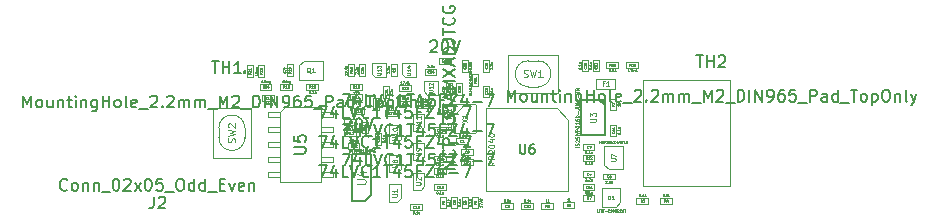
<source format=gbr>
G04 #@! TF.GenerationSoftware,KiCad,Pcbnew,7.0.7*
G04 #@! TF.CreationDate,2024-03-21T15:18:08+09:00*
G04 #@! TF.ProjectId,rs-probe,72732d70-726f-4626-952e-6b696361645f,rev?*
G04 #@! TF.SameCoordinates,Original*
G04 #@! TF.FileFunction,AssemblyDrawing,Top*
%FSLAX46Y46*%
G04 Gerber Fmt 4.6, Leading zero omitted, Abs format (unit mm)*
G04 Created by KiCad (PCBNEW 7.0.7) date 2024-03-21 15:18:08*
%MOMM*%
%LPD*%
G01*
G04 APERTURE LIST*
%ADD10C,0.150000*%
%ADD11C,0.030000*%
%ADD12C,0.105000*%
%ADD13C,0.100000*%
%ADD14C,0.130000*%
%ADD15C,0.062500*%
%ADD16C,0.040000*%
%ADD17C,0.070000*%
%ADD18C,0.050000*%
%ADD19C,0.090000*%
%ADD20C,0.060000*%
G04 APERTURE END LIST*
D10*
X124457141Y-97804580D02*
X124409522Y-97852200D01*
X124409522Y-97852200D02*
X124266665Y-97899819D01*
X124266665Y-97899819D02*
X124171427Y-97899819D01*
X124171427Y-97899819D02*
X124028570Y-97852200D01*
X124028570Y-97852200D02*
X123933332Y-97756961D01*
X123933332Y-97756961D02*
X123885713Y-97661723D01*
X123885713Y-97661723D02*
X123838094Y-97471247D01*
X123838094Y-97471247D02*
X123838094Y-97328390D01*
X123838094Y-97328390D02*
X123885713Y-97137914D01*
X123885713Y-97137914D02*
X123933332Y-97042676D01*
X123933332Y-97042676D02*
X124028570Y-96947438D01*
X124028570Y-96947438D02*
X124171427Y-96899819D01*
X124171427Y-96899819D02*
X124266665Y-96899819D01*
X124266665Y-96899819D02*
X124409522Y-96947438D01*
X124409522Y-96947438D02*
X124457141Y-96995057D01*
X125028570Y-97899819D02*
X124933332Y-97852200D01*
X124933332Y-97852200D02*
X124885713Y-97804580D01*
X124885713Y-97804580D02*
X124838094Y-97709342D01*
X124838094Y-97709342D02*
X124838094Y-97423628D01*
X124838094Y-97423628D02*
X124885713Y-97328390D01*
X124885713Y-97328390D02*
X124933332Y-97280771D01*
X124933332Y-97280771D02*
X125028570Y-97233152D01*
X125028570Y-97233152D02*
X125171427Y-97233152D01*
X125171427Y-97233152D02*
X125266665Y-97280771D01*
X125266665Y-97280771D02*
X125314284Y-97328390D01*
X125314284Y-97328390D02*
X125361903Y-97423628D01*
X125361903Y-97423628D02*
X125361903Y-97709342D01*
X125361903Y-97709342D02*
X125314284Y-97804580D01*
X125314284Y-97804580D02*
X125266665Y-97852200D01*
X125266665Y-97852200D02*
X125171427Y-97899819D01*
X125171427Y-97899819D02*
X125028570Y-97899819D01*
X125790475Y-97233152D02*
X125790475Y-97899819D01*
X125790475Y-97328390D02*
X125838094Y-97280771D01*
X125838094Y-97280771D02*
X125933332Y-97233152D01*
X125933332Y-97233152D02*
X126076189Y-97233152D01*
X126076189Y-97233152D02*
X126171427Y-97280771D01*
X126171427Y-97280771D02*
X126219046Y-97376009D01*
X126219046Y-97376009D02*
X126219046Y-97899819D01*
X126695237Y-97233152D02*
X126695237Y-97899819D01*
X126695237Y-97328390D02*
X126742856Y-97280771D01*
X126742856Y-97280771D02*
X126838094Y-97233152D01*
X126838094Y-97233152D02*
X126980951Y-97233152D01*
X126980951Y-97233152D02*
X127076189Y-97280771D01*
X127076189Y-97280771D02*
X127123808Y-97376009D01*
X127123808Y-97376009D02*
X127123808Y-97899819D01*
X127361904Y-97995057D02*
X128123808Y-97995057D01*
X128552380Y-96899819D02*
X128647618Y-96899819D01*
X128647618Y-96899819D02*
X128742856Y-96947438D01*
X128742856Y-96947438D02*
X128790475Y-96995057D01*
X128790475Y-96995057D02*
X128838094Y-97090295D01*
X128838094Y-97090295D02*
X128885713Y-97280771D01*
X128885713Y-97280771D02*
X128885713Y-97518866D01*
X128885713Y-97518866D02*
X128838094Y-97709342D01*
X128838094Y-97709342D02*
X128790475Y-97804580D01*
X128790475Y-97804580D02*
X128742856Y-97852200D01*
X128742856Y-97852200D02*
X128647618Y-97899819D01*
X128647618Y-97899819D02*
X128552380Y-97899819D01*
X128552380Y-97899819D02*
X128457142Y-97852200D01*
X128457142Y-97852200D02*
X128409523Y-97804580D01*
X128409523Y-97804580D02*
X128361904Y-97709342D01*
X128361904Y-97709342D02*
X128314285Y-97518866D01*
X128314285Y-97518866D02*
X128314285Y-97280771D01*
X128314285Y-97280771D02*
X128361904Y-97090295D01*
X128361904Y-97090295D02*
X128409523Y-96995057D01*
X128409523Y-96995057D02*
X128457142Y-96947438D01*
X128457142Y-96947438D02*
X128552380Y-96899819D01*
X129266666Y-96995057D02*
X129314285Y-96947438D01*
X129314285Y-96947438D02*
X129409523Y-96899819D01*
X129409523Y-96899819D02*
X129647618Y-96899819D01*
X129647618Y-96899819D02*
X129742856Y-96947438D01*
X129742856Y-96947438D02*
X129790475Y-96995057D01*
X129790475Y-96995057D02*
X129838094Y-97090295D01*
X129838094Y-97090295D02*
X129838094Y-97185533D01*
X129838094Y-97185533D02*
X129790475Y-97328390D01*
X129790475Y-97328390D02*
X129219047Y-97899819D01*
X129219047Y-97899819D02*
X129838094Y-97899819D01*
X130171428Y-97899819D02*
X130695237Y-97233152D01*
X130171428Y-97233152D02*
X130695237Y-97899819D01*
X131266666Y-96899819D02*
X131361904Y-96899819D01*
X131361904Y-96899819D02*
X131457142Y-96947438D01*
X131457142Y-96947438D02*
X131504761Y-96995057D01*
X131504761Y-96995057D02*
X131552380Y-97090295D01*
X131552380Y-97090295D02*
X131599999Y-97280771D01*
X131599999Y-97280771D02*
X131599999Y-97518866D01*
X131599999Y-97518866D02*
X131552380Y-97709342D01*
X131552380Y-97709342D02*
X131504761Y-97804580D01*
X131504761Y-97804580D02*
X131457142Y-97852200D01*
X131457142Y-97852200D02*
X131361904Y-97899819D01*
X131361904Y-97899819D02*
X131266666Y-97899819D01*
X131266666Y-97899819D02*
X131171428Y-97852200D01*
X131171428Y-97852200D02*
X131123809Y-97804580D01*
X131123809Y-97804580D02*
X131076190Y-97709342D01*
X131076190Y-97709342D02*
X131028571Y-97518866D01*
X131028571Y-97518866D02*
X131028571Y-97280771D01*
X131028571Y-97280771D02*
X131076190Y-97090295D01*
X131076190Y-97090295D02*
X131123809Y-96995057D01*
X131123809Y-96995057D02*
X131171428Y-96947438D01*
X131171428Y-96947438D02*
X131266666Y-96899819D01*
X132504761Y-96899819D02*
X132028571Y-96899819D01*
X132028571Y-96899819D02*
X131980952Y-97376009D01*
X131980952Y-97376009D02*
X132028571Y-97328390D01*
X132028571Y-97328390D02*
X132123809Y-97280771D01*
X132123809Y-97280771D02*
X132361904Y-97280771D01*
X132361904Y-97280771D02*
X132457142Y-97328390D01*
X132457142Y-97328390D02*
X132504761Y-97376009D01*
X132504761Y-97376009D02*
X132552380Y-97471247D01*
X132552380Y-97471247D02*
X132552380Y-97709342D01*
X132552380Y-97709342D02*
X132504761Y-97804580D01*
X132504761Y-97804580D02*
X132457142Y-97852200D01*
X132457142Y-97852200D02*
X132361904Y-97899819D01*
X132361904Y-97899819D02*
X132123809Y-97899819D01*
X132123809Y-97899819D02*
X132028571Y-97852200D01*
X132028571Y-97852200D02*
X131980952Y-97804580D01*
X132742857Y-97995057D02*
X133504761Y-97995057D01*
X133933333Y-96899819D02*
X134123809Y-96899819D01*
X134123809Y-96899819D02*
X134219047Y-96947438D01*
X134219047Y-96947438D02*
X134314285Y-97042676D01*
X134314285Y-97042676D02*
X134361904Y-97233152D01*
X134361904Y-97233152D02*
X134361904Y-97566485D01*
X134361904Y-97566485D02*
X134314285Y-97756961D01*
X134314285Y-97756961D02*
X134219047Y-97852200D01*
X134219047Y-97852200D02*
X134123809Y-97899819D01*
X134123809Y-97899819D02*
X133933333Y-97899819D01*
X133933333Y-97899819D02*
X133838095Y-97852200D01*
X133838095Y-97852200D02*
X133742857Y-97756961D01*
X133742857Y-97756961D02*
X133695238Y-97566485D01*
X133695238Y-97566485D02*
X133695238Y-97233152D01*
X133695238Y-97233152D02*
X133742857Y-97042676D01*
X133742857Y-97042676D02*
X133838095Y-96947438D01*
X133838095Y-96947438D02*
X133933333Y-96899819D01*
X135219047Y-97899819D02*
X135219047Y-96899819D01*
X135219047Y-97852200D02*
X135123809Y-97899819D01*
X135123809Y-97899819D02*
X134933333Y-97899819D01*
X134933333Y-97899819D02*
X134838095Y-97852200D01*
X134838095Y-97852200D02*
X134790476Y-97804580D01*
X134790476Y-97804580D02*
X134742857Y-97709342D01*
X134742857Y-97709342D02*
X134742857Y-97423628D01*
X134742857Y-97423628D02*
X134790476Y-97328390D01*
X134790476Y-97328390D02*
X134838095Y-97280771D01*
X134838095Y-97280771D02*
X134933333Y-97233152D01*
X134933333Y-97233152D02*
X135123809Y-97233152D01*
X135123809Y-97233152D02*
X135219047Y-97280771D01*
X136123809Y-97899819D02*
X136123809Y-96899819D01*
X136123809Y-97852200D02*
X136028571Y-97899819D01*
X136028571Y-97899819D02*
X135838095Y-97899819D01*
X135838095Y-97899819D02*
X135742857Y-97852200D01*
X135742857Y-97852200D02*
X135695238Y-97804580D01*
X135695238Y-97804580D02*
X135647619Y-97709342D01*
X135647619Y-97709342D02*
X135647619Y-97423628D01*
X135647619Y-97423628D02*
X135695238Y-97328390D01*
X135695238Y-97328390D02*
X135742857Y-97280771D01*
X135742857Y-97280771D02*
X135838095Y-97233152D01*
X135838095Y-97233152D02*
X136028571Y-97233152D01*
X136028571Y-97233152D02*
X136123809Y-97280771D01*
X136361905Y-97995057D02*
X137123809Y-97995057D01*
X137361905Y-97376009D02*
X137695238Y-97376009D01*
X137838095Y-97899819D02*
X137361905Y-97899819D01*
X137361905Y-97899819D02*
X137361905Y-96899819D01*
X137361905Y-96899819D02*
X137838095Y-96899819D01*
X138171429Y-97233152D02*
X138409524Y-97899819D01*
X138409524Y-97899819D02*
X138647619Y-97233152D01*
X139409524Y-97852200D02*
X139314286Y-97899819D01*
X139314286Y-97899819D02*
X139123810Y-97899819D01*
X139123810Y-97899819D02*
X139028572Y-97852200D01*
X139028572Y-97852200D02*
X138980953Y-97756961D01*
X138980953Y-97756961D02*
X138980953Y-97376009D01*
X138980953Y-97376009D02*
X139028572Y-97280771D01*
X139028572Y-97280771D02*
X139123810Y-97233152D01*
X139123810Y-97233152D02*
X139314286Y-97233152D01*
X139314286Y-97233152D02*
X139409524Y-97280771D01*
X139409524Y-97280771D02*
X139457143Y-97376009D01*
X139457143Y-97376009D02*
X139457143Y-97471247D01*
X139457143Y-97471247D02*
X138980953Y-97566485D01*
X139885715Y-97233152D02*
X139885715Y-97899819D01*
X139885715Y-97328390D02*
X139933334Y-97280771D01*
X139933334Y-97280771D02*
X140028572Y-97233152D01*
X140028572Y-97233152D02*
X140171429Y-97233152D01*
X140171429Y-97233152D02*
X140266667Y-97280771D01*
X140266667Y-97280771D02*
X140314286Y-97376009D01*
X140314286Y-97376009D02*
X140314286Y-97899819D01*
X131766666Y-98399819D02*
X131766666Y-99114104D01*
X131766666Y-99114104D02*
X131719047Y-99256961D01*
X131719047Y-99256961D02*
X131623809Y-99352200D01*
X131623809Y-99352200D02*
X131480952Y-99399819D01*
X131480952Y-99399819D02*
X131385714Y-99399819D01*
X132195238Y-98495057D02*
X132242857Y-98447438D01*
X132242857Y-98447438D02*
X132338095Y-98399819D01*
X132338095Y-98399819D02*
X132576190Y-98399819D01*
X132576190Y-98399819D02*
X132671428Y-98447438D01*
X132671428Y-98447438D02*
X132719047Y-98495057D01*
X132719047Y-98495057D02*
X132766666Y-98590295D01*
X132766666Y-98590295D02*
X132766666Y-98685533D01*
X132766666Y-98685533D02*
X132719047Y-98828390D01*
X132719047Y-98828390D02*
X132147619Y-99399819D01*
X132147619Y-99399819D02*
X132766666Y-99399819D01*
X143654819Y-94761904D02*
X144464342Y-94761904D01*
X144464342Y-94761904D02*
X144559580Y-94714285D01*
X144559580Y-94714285D02*
X144607200Y-94666666D01*
X144607200Y-94666666D02*
X144654819Y-94571428D01*
X144654819Y-94571428D02*
X144654819Y-94380952D01*
X144654819Y-94380952D02*
X144607200Y-94285714D01*
X144607200Y-94285714D02*
X144559580Y-94238095D01*
X144559580Y-94238095D02*
X144464342Y-94190476D01*
X144464342Y-94190476D02*
X143654819Y-94190476D01*
X143654819Y-93238095D02*
X143654819Y-93714285D01*
X143654819Y-93714285D02*
X144131009Y-93761904D01*
X144131009Y-93761904D02*
X144083390Y-93714285D01*
X144083390Y-93714285D02*
X144035771Y-93619047D01*
X144035771Y-93619047D02*
X144035771Y-93380952D01*
X144035771Y-93380952D02*
X144083390Y-93285714D01*
X144083390Y-93285714D02*
X144131009Y-93238095D01*
X144131009Y-93238095D02*
X144226247Y-93190476D01*
X144226247Y-93190476D02*
X144464342Y-93190476D01*
X144464342Y-93190476D02*
X144559580Y-93238095D01*
X144559580Y-93238095D02*
X144607200Y-93285714D01*
X144607200Y-93285714D02*
X144654819Y-93380952D01*
X144654819Y-93380952D02*
X144654819Y-93619047D01*
X144654819Y-93619047D02*
X144607200Y-93714285D01*
X144607200Y-93714285D02*
X144559580Y-93761904D01*
D11*
X148280953Y-94590963D02*
X148280953Y-94390963D01*
X148280953Y-94390963D02*
X148395238Y-94590963D01*
X148395238Y-94590963D02*
X148395238Y-94390963D01*
X148490477Y-94390963D02*
X148490477Y-94552868D01*
X148490477Y-94552868D02*
X148500000Y-94571916D01*
X148500000Y-94571916D02*
X148509524Y-94581440D01*
X148509524Y-94581440D02*
X148528572Y-94590963D01*
X148528572Y-94590963D02*
X148566667Y-94590963D01*
X148566667Y-94590963D02*
X148585715Y-94581440D01*
X148585715Y-94581440D02*
X148595238Y-94571916D01*
X148595238Y-94571916D02*
X148604762Y-94552868D01*
X148604762Y-94552868D02*
X148604762Y-94390963D01*
X148766667Y-94486201D02*
X148700001Y-94486201D01*
X148700001Y-94590963D02*
X148700001Y-94390963D01*
X148700001Y-94390963D02*
X148795239Y-94390963D01*
X148900001Y-94476678D02*
X148880953Y-94467154D01*
X148880953Y-94467154D02*
X148871430Y-94457630D01*
X148871430Y-94457630D02*
X148861906Y-94438582D01*
X148861906Y-94438582D02*
X148861906Y-94429059D01*
X148861906Y-94429059D02*
X148871430Y-94410011D01*
X148871430Y-94410011D02*
X148880953Y-94400487D01*
X148880953Y-94400487D02*
X148900001Y-94390963D01*
X148900001Y-94390963D02*
X148938096Y-94390963D01*
X148938096Y-94390963D02*
X148957144Y-94400487D01*
X148957144Y-94400487D02*
X148966668Y-94410011D01*
X148966668Y-94410011D02*
X148976191Y-94429059D01*
X148976191Y-94429059D02*
X148976191Y-94438582D01*
X148976191Y-94438582D02*
X148966668Y-94457630D01*
X148966668Y-94457630D02*
X148957144Y-94467154D01*
X148957144Y-94467154D02*
X148938096Y-94476678D01*
X148938096Y-94476678D02*
X148900001Y-94476678D01*
X148900001Y-94476678D02*
X148880953Y-94486201D01*
X148880953Y-94486201D02*
X148871430Y-94495725D01*
X148871430Y-94495725D02*
X148861906Y-94514773D01*
X148861906Y-94514773D02*
X148861906Y-94552868D01*
X148861906Y-94552868D02*
X148871430Y-94571916D01*
X148871430Y-94571916D02*
X148880953Y-94581440D01*
X148880953Y-94581440D02*
X148900001Y-94590963D01*
X148900001Y-94590963D02*
X148938096Y-94590963D01*
X148938096Y-94590963D02*
X148957144Y-94581440D01*
X148957144Y-94581440D02*
X148966668Y-94571916D01*
X148966668Y-94571916D02*
X148976191Y-94552868D01*
X148976191Y-94552868D02*
X148976191Y-94514773D01*
X148976191Y-94514773D02*
X148966668Y-94495725D01*
X148966668Y-94495725D02*
X148957144Y-94486201D01*
X148957144Y-94486201D02*
X148938096Y-94476678D01*
X149147620Y-94457630D02*
X149147620Y-94590963D01*
X149100001Y-94381440D02*
X149052382Y-94524297D01*
X149052382Y-94524297D02*
X149176191Y-94524297D01*
X149290477Y-94390963D02*
X149309524Y-94390963D01*
X149309524Y-94390963D02*
X149328572Y-94400487D01*
X149328572Y-94400487D02*
X149338096Y-94410011D01*
X149338096Y-94410011D02*
X149347620Y-94429059D01*
X149347620Y-94429059D02*
X149357143Y-94467154D01*
X149357143Y-94467154D02*
X149357143Y-94514773D01*
X149357143Y-94514773D02*
X149347620Y-94552868D01*
X149347620Y-94552868D02*
X149338096Y-94571916D01*
X149338096Y-94571916D02*
X149328572Y-94581440D01*
X149328572Y-94581440D02*
X149309524Y-94590963D01*
X149309524Y-94590963D02*
X149290477Y-94590963D01*
X149290477Y-94590963D02*
X149271429Y-94581440D01*
X149271429Y-94581440D02*
X149261905Y-94571916D01*
X149261905Y-94571916D02*
X149252382Y-94552868D01*
X149252382Y-94552868D02*
X149242858Y-94514773D01*
X149242858Y-94514773D02*
X149242858Y-94467154D01*
X149242858Y-94467154D02*
X149252382Y-94429059D01*
X149252382Y-94429059D02*
X149261905Y-94410011D01*
X149261905Y-94410011D02*
X149271429Y-94400487D01*
X149271429Y-94400487D02*
X149290477Y-94390963D01*
X149547619Y-94590963D02*
X149433334Y-94590963D01*
X149490477Y-94590963D02*
X149490477Y-94390963D01*
X149490477Y-94390963D02*
X149471429Y-94419535D01*
X149471429Y-94419535D02*
X149452381Y-94438582D01*
X149452381Y-94438582D02*
X149433334Y-94448106D01*
X149633334Y-94590963D02*
X149633334Y-94390963D01*
X149633334Y-94390963D02*
X149700000Y-94533820D01*
X149700000Y-94533820D02*
X149766667Y-94390963D01*
X149766667Y-94390963D02*
X149766667Y-94590963D01*
X149861905Y-94590963D02*
X149861905Y-94390963D01*
X149861905Y-94390963D02*
X149976190Y-94590963D01*
X149976190Y-94590963D02*
X149976190Y-94390963D01*
X150042857Y-94390963D02*
X150157143Y-94390963D01*
X150100000Y-94590963D02*
X150100000Y-94390963D01*
X150309524Y-94457630D02*
X150309524Y-94590963D01*
X150261905Y-94381440D02*
X150214286Y-94524297D01*
X150214286Y-94524297D02*
X150338095Y-94524297D01*
X150519047Y-94400487D02*
X150500000Y-94390963D01*
X150500000Y-94390963D02*
X150471428Y-94390963D01*
X150471428Y-94390963D02*
X150442857Y-94400487D01*
X150442857Y-94400487D02*
X150423809Y-94419535D01*
X150423809Y-94419535D02*
X150414286Y-94438582D01*
X150414286Y-94438582D02*
X150404762Y-94476678D01*
X150404762Y-94476678D02*
X150404762Y-94505249D01*
X150404762Y-94505249D02*
X150414286Y-94543344D01*
X150414286Y-94543344D02*
X150423809Y-94562392D01*
X150423809Y-94562392D02*
X150442857Y-94581440D01*
X150442857Y-94581440D02*
X150471428Y-94590963D01*
X150471428Y-94590963D02*
X150490476Y-94590963D01*
X150490476Y-94590963D02*
X150519047Y-94581440D01*
X150519047Y-94581440D02*
X150528571Y-94571916D01*
X150528571Y-94571916D02*
X150528571Y-94505249D01*
X150528571Y-94505249D02*
X150490476Y-94505249D01*
D12*
X149018373Y-97333333D02*
X149585040Y-97333333D01*
X149585040Y-97333333D02*
X149651706Y-97300000D01*
X149651706Y-97300000D02*
X149685040Y-97266666D01*
X149685040Y-97266666D02*
X149718373Y-97200000D01*
X149718373Y-97200000D02*
X149718373Y-97066666D01*
X149718373Y-97066666D02*
X149685040Y-97000000D01*
X149685040Y-97000000D02*
X149651706Y-96966666D01*
X149651706Y-96966666D02*
X149585040Y-96933333D01*
X149585040Y-96933333D02*
X149018373Y-96933333D01*
X149251706Y-96300000D02*
X149718373Y-96300000D01*
X148985040Y-96466667D02*
X149485040Y-96633333D01*
X149485040Y-96633333D02*
X149485040Y-96200000D01*
D11*
X170423810Y-87590963D02*
X170328572Y-87590963D01*
X170328572Y-87590963D02*
X170319048Y-87686201D01*
X170319048Y-87686201D02*
X170328572Y-87676678D01*
X170328572Y-87676678D02*
X170347619Y-87667154D01*
X170347619Y-87667154D02*
X170395238Y-87667154D01*
X170395238Y-87667154D02*
X170414286Y-87676678D01*
X170414286Y-87676678D02*
X170423810Y-87686201D01*
X170423810Y-87686201D02*
X170433333Y-87705249D01*
X170433333Y-87705249D02*
X170433333Y-87752868D01*
X170433333Y-87752868D02*
X170423810Y-87771916D01*
X170423810Y-87771916D02*
X170414286Y-87781440D01*
X170414286Y-87781440D02*
X170395238Y-87790963D01*
X170395238Y-87790963D02*
X170347619Y-87790963D01*
X170347619Y-87790963D02*
X170328572Y-87781440D01*
X170328572Y-87781440D02*
X170319048Y-87771916D01*
X170519048Y-87771916D02*
X170528571Y-87781440D01*
X170528571Y-87781440D02*
X170519048Y-87790963D01*
X170519048Y-87790963D02*
X170509524Y-87781440D01*
X170509524Y-87781440D02*
X170519048Y-87771916D01*
X170519048Y-87771916D02*
X170519048Y-87790963D01*
X170719047Y-87790963D02*
X170604762Y-87790963D01*
X170661905Y-87790963D02*
X170661905Y-87590963D01*
X170661905Y-87590963D02*
X170642857Y-87619535D01*
X170642857Y-87619535D02*
X170623809Y-87638582D01*
X170623809Y-87638582D02*
X170604762Y-87648106D01*
X170804762Y-87790963D02*
X170804762Y-87590963D01*
X170823809Y-87714773D02*
X170880952Y-87790963D01*
X170880952Y-87657630D02*
X170804762Y-87733820D01*
X170471428Y-87340963D02*
X170404762Y-87245725D01*
X170357143Y-87340963D02*
X170357143Y-87140963D01*
X170357143Y-87140963D02*
X170433333Y-87140963D01*
X170433333Y-87140963D02*
X170452381Y-87150487D01*
X170452381Y-87150487D02*
X170461904Y-87160011D01*
X170461904Y-87160011D02*
X170471428Y-87179059D01*
X170471428Y-87179059D02*
X170471428Y-87207630D01*
X170471428Y-87207630D02*
X170461904Y-87226678D01*
X170461904Y-87226678D02*
X170452381Y-87236201D01*
X170452381Y-87236201D02*
X170433333Y-87245725D01*
X170433333Y-87245725D02*
X170357143Y-87245725D01*
X170547619Y-87160011D02*
X170557143Y-87150487D01*
X170557143Y-87150487D02*
X170576190Y-87140963D01*
X170576190Y-87140963D02*
X170623809Y-87140963D01*
X170623809Y-87140963D02*
X170642857Y-87150487D01*
X170642857Y-87150487D02*
X170652381Y-87160011D01*
X170652381Y-87160011D02*
X170661904Y-87179059D01*
X170661904Y-87179059D02*
X170661904Y-87198106D01*
X170661904Y-87198106D02*
X170652381Y-87226678D01*
X170652381Y-87226678D02*
X170538095Y-87340963D01*
X170538095Y-87340963D02*
X170661904Y-87340963D01*
X170757142Y-87340963D02*
X170795238Y-87340963D01*
X170795238Y-87340963D02*
X170814285Y-87331440D01*
X170814285Y-87331440D02*
X170823809Y-87321916D01*
X170823809Y-87321916D02*
X170842857Y-87293344D01*
X170842857Y-87293344D02*
X170852380Y-87255249D01*
X170852380Y-87255249D02*
X170852380Y-87179059D01*
X170852380Y-87179059D02*
X170842857Y-87160011D01*
X170842857Y-87160011D02*
X170833333Y-87150487D01*
X170833333Y-87150487D02*
X170814285Y-87140963D01*
X170814285Y-87140963D02*
X170776190Y-87140963D01*
X170776190Y-87140963D02*
X170757142Y-87150487D01*
X170757142Y-87150487D02*
X170747619Y-87160011D01*
X170747619Y-87160011D02*
X170738095Y-87179059D01*
X170738095Y-87179059D02*
X170738095Y-87226678D01*
X170738095Y-87226678D02*
X170747619Y-87245725D01*
X170747619Y-87245725D02*
X170757142Y-87255249D01*
X170757142Y-87255249D02*
X170776190Y-87264773D01*
X170776190Y-87264773D02*
X170814285Y-87264773D01*
X170814285Y-87264773D02*
X170833333Y-87255249D01*
X170833333Y-87255249D02*
X170842857Y-87245725D01*
X170842857Y-87245725D02*
X170852380Y-87226678D01*
X148286905Y-92507630D02*
X148286905Y-92640963D01*
X148239286Y-92431440D02*
X148191667Y-92574297D01*
X148191667Y-92574297D02*
X148315476Y-92574297D01*
X148372619Y-92440963D02*
X148505952Y-92440963D01*
X148505952Y-92440963D02*
X148420238Y-92640963D01*
X148582143Y-92640963D02*
X148582143Y-92440963D01*
X148601190Y-92564773D02*
X148658333Y-92640963D01*
X148658333Y-92507630D02*
X148582143Y-92583820D01*
X148391666Y-92190963D02*
X148325000Y-92095725D01*
X148277381Y-92190963D02*
X148277381Y-91990963D01*
X148277381Y-91990963D02*
X148353571Y-91990963D01*
X148353571Y-91990963D02*
X148372619Y-92000487D01*
X148372619Y-92000487D02*
X148382142Y-92010011D01*
X148382142Y-92010011D02*
X148391666Y-92029059D01*
X148391666Y-92029059D02*
X148391666Y-92057630D01*
X148391666Y-92057630D02*
X148382142Y-92076678D01*
X148382142Y-92076678D02*
X148372619Y-92086201D01*
X148372619Y-92086201D02*
X148353571Y-92095725D01*
X148353571Y-92095725D02*
X148277381Y-92095725D01*
X148486904Y-92190963D02*
X148525000Y-92190963D01*
X148525000Y-92190963D02*
X148544047Y-92181440D01*
X148544047Y-92181440D02*
X148553571Y-92171916D01*
X148553571Y-92171916D02*
X148572619Y-92143344D01*
X148572619Y-92143344D02*
X148582142Y-92105249D01*
X148582142Y-92105249D02*
X148582142Y-92029059D01*
X148582142Y-92029059D02*
X148572619Y-92010011D01*
X148572619Y-92010011D02*
X148563095Y-92000487D01*
X148563095Y-92000487D02*
X148544047Y-91990963D01*
X148544047Y-91990963D02*
X148505952Y-91990963D01*
X148505952Y-91990963D02*
X148486904Y-92000487D01*
X148486904Y-92000487D02*
X148477381Y-92010011D01*
X148477381Y-92010011D02*
X148467857Y-92029059D01*
X148467857Y-92029059D02*
X148467857Y-92076678D01*
X148467857Y-92076678D02*
X148477381Y-92095725D01*
X148477381Y-92095725D02*
X148486904Y-92105249D01*
X148486904Y-92105249D02*
X148505952Y-92114773D01*
X148505952Y-92114773D02*
X148544047Y-92114773D01*
X148544047Y-92114773D02*
X148563095Y-92105249D01*
X148563095Y-92105249D02*
X148572619Y-92095725D01*
X148572619Y-92095725D02*
X148582142Y-92076678D01*
X171240963Y-90623809D02*
X171240963Y-90738094D01*
X171240963Y-90680951D02*
X171040963Y-90680951D01*
X171040963Y-90680951D02*
X171069535Y-90699999D01*
X171069535Y-90699999D02*
X171088582Y-90719047D01*
X171088582Y-90719047D02*
X171098106Y-90738094D01*
X171240963Y-90538094D02*
X171040963Y-90538094D01*
X171164773Y-90519047D02*
X171240963Y-90461904D01*
X171107630Y-90461904D02*
X171183820Y-90538094D01*
X170790963Y-90633333D02*
X170695725Y-90699999D01*
X170790963Y-90747618D02*
X170590963Y-90747618D01*
X170590963Y-90747618D02*
X170590963Y-90671428D01*
X170590963Y-90671428D02*
X170600487Y-90652380D01*
X170600487Y-90652380D02*
X170610011Y-90642857D01*
X170610011Y-90642857D02*
X170629059Y-90633333D01*
X170629059Y-90633333D02*
X170657630Y-90633333D01*
X170657630Y-90633333D02*
X170676678Y-90642857D01*
X170676678Y-90642857D02*
X170686201Y-90652380D01*
X170686201Y-90652380D02*
X170695725Y-90671428D01*
X170695725Y-90671428D02*
X170695725Y-90747618D01*
X170610011Y-90557142D02*
X170600487Y-90547618D01*
X170600487Y-90547618D02*
X170590963Y-90528571D01*
X170590963Y-90528571D02*
X170590963Y-90480952D01*
X170590963Y-90480952D02*
X170600487Y-90461904D01*
X170600487Y-90461904D02*
X170610011Y-90452380D01*
X170610011Y-90452380D02*
X170629059Y-90442857D01*
X170629059Y-90442857D02*
X170648106Y-90442857D01*
X170648106Y-90442857D02*
X170676678Y-90452380D01*
X170676678Y-90452380D02*
X170790963Y-90566666D01*
X170790963Y-90566666D02*
X170790963Y-90442857D01*
D13*
X160626109Y-95447618D02*
X160388014Y-95614284D01*
X160626109Y-95733332D02*
X160126109Y-95733332D01*
X160126109Y-95733332D02*
X160126109Y-95542856D01*
X160126109Y-95542856D02*
X160149919Y-95495237D01*
X160149919Y-95495237D02*
X160173728Y-95471427D01*
X160173728Y-95471427D02*
X160221347Y-95447618D01*
X160221347Y-95447618D02*
X160292776Y-95447618D01*
X160292776Y-95447618D02*
X160340395Y-95471427D01*
X160340395Y-95471427D02*
X160364204Y-95495237D01*
X160364204Y-95495237D02*
X160388014Y-95542856D01*
X160388014Y-95542856D02*
X160388014Y-95733332D01*
X160626109Y-95233332D02*
X160126109Y-95233332D01*
X160126109Y-95233332D02*
X160126109Y-95042856D01*
X160126109Y-95042856D02*
X160149919Y-94995237D01*
X160149919Y-94995237D02*
X160173728Y-94971427D01*
X160173728Y-94971427D02*
X160221347Y-94947618D01*
X160221347Y-94947618D02*
X160292776Y-94947618D01*
X160292776Y-94947618D02*
X160340395Y-94971427D01*
X160340395Y-94971427D02*
X160364204Y-94995237D01*
X160364204Y-94995237D02*
X160388014Y-95042856D01*
X160388014Y-95042856D02*
X160388014Y-95233332D01*
X160173728Y-94757141D02*
X160149919Y-94733332D01*
X160149919Y-94733332D02*
X160126109Y-94685713D01*
X160126109Y-94685713D02*
X160126109Y-94566665D01*
X160126109Y-94566665D02*
X160149919Y-94519046D01*
X160149919Y-94519046D02*
X160173728Y-94495237D01*
X160173728Y-94495237D02*
X160221347Y-94471427D01*
X160221347Y-94471427D02*
X160268966Y-94471427D01*
X160268966Y-94471427D02*
X160340395Y-94495237D01*
X160340395Y-94495237D02*
X160626109Y-94780951D01*
X160626109Y-94780951D02*
X160626109Y-94471427D01*
X160126109Y-94161904D02*
X160126109Y-94114285D01*
X160126109Y-94114285D02*
X160149919Y-94066666D01*
X160149919Y-94066666D02*
X160173728Y-94042856D01*
X160173728Y-94042856D02*
X160221347Y-94019047D01*
X160221347Y-94019047D02*
X160316585Y-93995237D01*
X160316585Y-93995237D02*
X160435633Y-93995237D01*
X160435633Y-93995237D02*
X160530871Y-94019047D01*
X160530871Y-94019047D02*
X160578490Y-94042856D01*
X160578490Y-94042856D02*
X160602300Y-94066666D01*
X160602300Y-94066666D02*
X160626109Y-94114285D01*
X160626109Y-94114285D02*
X160626109Y-94161904D01*
X160626109Y-94161904D02*
X160602300Y-94209523D01*
X160602300Y-94209523D02*
X160578490Y-94233332D01*
X160578490Y-94233332D02*
X160530871Y-94257142D01*
X160530871Y-94257142D02*
X160435633Y-94280951D01*
X160435633Y-94280951D02*
X160316585Y-94280951D01*
X160316585Y-94280951D02*
X160221347Y-94257142D01*
X160221347Y-94257142D02*
X160173728Y-94233332D01*
X160173728Y-94233332D02*
X160149919Y-94209523D01*
X160149919Y-94209523D02*
X160126109Y-94161904D01*
X160292776Y-93566666D02*
X160626109Y-93566666D01*
X160102300Y-93685714D02*
X160459442Y-93804761D01*
X160459442Y-93804761D02*
X160459442Y-93495238D01*
X160126109Y-93209524D02*
X160126109Y-93161905D01*
X160126109Y-93161905D02*
X160149919Y-93114286D01*
X160149919Y-93114286D02*
X160173728Y-93090476D01*
X160173728Y-93090476D02*
X160221347Y-93066667D01*
X160221347Y-93066667D02*
X160316585Y-93042857D01*
X160316585Y-93042857D02*
X160435633Y-93042857D01*
X160435633Y-93042857D02*
X160530871Y-93066667D01*
X160530871Y-93066667D02*
X160578490Y-93090476D01*
X160578490Y-93090476D02*
X160602300Y-93114286D01*
X160602300Y-93114286D02*
X160626109Y-93161905D01*
X160626109Y-93161905D02*
X160626109Y-93209524D01*
X160626109Y-93209524D02*
X160602300Y-93257143D01*
X160602300Y-93257143D02*
X160578490Y-93280952D01*
X160578490Y-93280952D02*
X160530871Y-93304762D01*
X160530871Y-93304762D02*
X160435633Y-93328571D01*
X160435633Y-93328571D02*
X160316585Y-93328571D01*
X160316585Y-93328571D02*
X160221347Y-93304762D01*
X160221347Y-93304762D02*
X160173728Y-93280952D01*
X160173728Y-93280952D02*
X160149919Y-93257143D01*
X160149919Y-93257143D02*
X160126109Y-93209524D01*
D14*
X162790476Y-93963335D02*
X162790476Y-94610954D01*
X162790476Y-94610954D02*
X162828571Y-94687144D01*
X162828571Y-94687144D02*
X162866666Y-94725240D01*
X162866666Y-94725240D02*
X162942857Y-94763335D01*
X162942857Y-94763335D02*
X163095238Y-94763335D01*
X163095238Y-94763335D02*
X163171428Y-94725240D01*
X163171428Y-94725240D02*
X163209523Y-94687144D01*
X163209523Y-94687144D02*
X163247619Y-94610954D01*
X163247619Y-94610954D02*
X163247619Y-93963335D01*
X163971428Y-93963335D02*
X163819047Y-93963335D01*
X163819047Y-93963335D02*
X163742856Y-94001430D01*
X163742856Y-94001430D02*
X163704761Y-94039525D01*
X163704761Y-94039525D02*
X163628571Y-94153811D01*
X163628571Y-94153811D02*
X163590475Y-94306192D01*
X163590475Y-94306192D02*
X163590475Y-94610954D01*
X163590475Y-94610954D02*
X163628571Y-94687144D01*
X163628571Y-94687144D02*
X163666666Y-94725240D01*
X163666666Y-94725240D02*
X163742856Y-94763335D01*
X163742856Y-94763335D02*
X163895237Y-94763335D01*
X163895237Y-94763335D02*
X163971428Y-94725240D01*
X163971428Y-94725240D02*
X164009523Y-94687144D01*
X164009523Y-94687144D02*
X164047618Y-94610954D01*
X164047618Y-94610954D02*
X164047618Y-94420478D01*
X164047618Y-94420478D02*
X164009523Y-94344287D01*
X164009523Y-94344287D02*
X163971428Y-94306192D01*
X163971428Y-94306192D02*
X163895237Y-94268097D01*
X163895237Y-94268097D02*
X163742856Y-94268097D01*
X163742856Y-94268097D02*
X163666666Y-94306192D01*
X163666666Y-94306192D02*
X163628571Y-94344287D01*
X163628571Y-94344287D02*
X163590475Y-94420478D01*
D11*
X156040963Y-91123809D02*
X156040963Y-91238094D01*
X156040963Y-91180951D02*
X155840963Y-91180951D01*
X155840963Y-91180951D02*
X155869535Y-91199999D01*
X155869535Y-91199999D02*
X155888582Y-91219047D01*
X155888582Y-91219047D02*
X155898106Y-91238094D01*
X156040963Y-91038094D02*
X155840963Y-91038094D01*
X155964773Y-91019047D02*
X156040963Y-90961904D01*
X155907630Y-90961904D02*
X155983820Y-91038094D01*
X156490963Y-91228571D02*
X156395725Y-91295237D01*
X156490963Y-91342856D02*
X156290963Y-91342856D01*
X156290963Y-91342856D02*
X156290963Y-91266666D01*
X156290963Y-91266666D02*
X156300487Y-91247618D01*
X156300487Y-91247618D02*
X156310011Y-91238095D01*
X156310011Y-91238095D02*
X156329059Y-91228571D01*
X156329059Y-91228571D02*
X156357630Y-91228571D01*
X156357630Y-91228571D02*
X156376678Y-91238095D01*
X156376678Y-91238095D02*
X156386201Y-91247618D01*
X156386201Y-91247618D02*
X156395725Y-91266666D01*
X156395725Y-91266666D02*
X156395725Y-91342856D01*
X156490963Y-91038095D02*
X156490963Y-91152380D01*
X156490963Y-91095237D02*
X156290963Y-91095237D01*
X156290963Y-91095237D02*
X156319535Y-91114285D01*
X156319535Y-91114285D02*
X156338582Y-91133333D01*
X156338582Y-91133333D02*
X156348106Y-91152380D01*
X156290963Y-90971428D02*
X156290963Y-90838095D01*
X156290963Y-90838095D02*
X156490963Y-90923809D01*
D10*
X145771428Y-90754819D02*
X146438094Y-90754819D01*
X146438094Y-90754819D02*
X146009523Y-91754819D01*
X147247618Y-91088152D02*
X147247618Y-91754819D01*
X147009523Y-90707200D02*
X146771428Y-91421485D01*
X146771428Y-91421485D02*
X147390475Y-91421485D01*
X148247618Y-91754819D02*
X147771428Y-91754819D01*
X147771428Y-91754819D02*
X147771428Y-90754819D01*
X148438095Y-90754819D02*
X148771428Y-91754819D01*
X148771428Y-91754819D02*
X149104761Y-90754819D01*
X150009523Y-91659580D02*
X149961904Y-91707200D01*
X149961904Y-91707200D02*
X149819047Y-91754819D01*
X149819047Y-91754819D02*
X149723809Y-91754819D01*
X149723809Y-91754819D02*
X149580952Y-91707200D01*
X149580952Y-91707200D02*
X149485714Y-91611961D01*
X149485714Y-91611961D02*
X149438095Y-91516723D01*
X149438095Y-91516723D02*
X149390476Y-91326247D01*
X149390476Y-91326247D02*
X149390476Y-91183390D01*
X149390476Y-91183390D02*
X149438095Y-90992914D01*
X149438095Y-90992914D02*
X149485714Y-90897676D01*
X149485714Y-90897676D02*
X149580952Y-90802438D01*
X149580952Y-90802438D02*
X149723809Y-90754819D01*
X149723809Y-90754819D02*
X149819047Y-90754819D01*
X149819047Y-90754819D02*
X149961904Y-90802438D01*
X149961904Y-90802438D02*
X150009523Y-90850057D01*
X150961904Y-91754819D02*
X150390476Y-91754819D01*
X150676190Y-91754819D02*
X150676190Y-90754819D01*
X150676190Y-90754819D02*
X150580952Y-90897676D01*
X150580952Y-90897676D02*
X150485714Y-90992914D01*
X150485714Y-90992914D02*
X150390476Y-91040533D01*
X151247619Y-90754819D02*
X151819047Y-90754819D01*
X151533333Y-91754819D02*
X151533333Y-90754819D01*
X152580952Y-91088152D02*
X152580952Y-91754819D01*
X152342857Y-90707200D02*
X152104762Y-91421485D01*
X152104762Y-91421485D02*
X152723809Y-91421485D01*
X153580952Y-90754819D02*
X153104762Y-90754819D01*
X153104762Y-90754819D02*
X153057143Y-91231009D01*
X153057143Y-91231009D02*
X153104762Y-91183390D01*
X153104762Y-91183390D02*
X153200000Y-91135771D01*
X153200000Y-91135771D02*
X153438095Y-91135771D01*
X153438095Y-91135771D02*
X153533333Y-91183390D01*
X153533333Y-91183390D02*
X153580952Y-91231009D01*
X153580952Y-91231009D02*
X153628571Y-91326247D01*
X153628571Y-91326247D02*
X153628571Y-91564342D01*
X153628571Y-91564342D02*
X153580952Y-91659580D01*
X153580952Y-91659580D02*
X153533333Y-91707200D01*
X153533333Y-91707200D02*
X153438095Y-91754819D01*
X153438095Y-91754819D02*
X153200000Y-91754819D01*
X153200000Y-91754819D02*
X153104762Y-91707200D01*
X153104762Y-91707200D02*
X153057143Y-91659580D01*
X154390476Y-91231009D02*
X154057143Y-91231009D01*
X154057143Y-91754819D02*
X154057143Y-90754819D01*
X154057143Y-90754819D02*
X154533333Y-90754819D01*
X154819048Y-90754819D02*
X155485714Y-90754819D01*
X155485714Y-90754819D02*
X154819048Y-91754819D01*
X154819048Y-91754819D02*
X155485714Y-91754819D01*
X156295238Y-91088152D02*
X156295238Y-91754819D01*
X156057143Y-90707200D02*
X155819048Y-91421485D01*
X155819048Y-91421485D02*
X156438095Y-91421485D01*
X156819048Y-91373866D02*
X157580953Y-91373866D01*
X157961905Y-90754819D02*
X158628571Y-90754819D01*
X158628571Y-90754819D02*
X158200000Y-91754819D01*
D15*
X151981797Y-93595237D02*
X152305607Y-93595237D01*
X152305607Y-93595237D02*
X152343702Y-93576190D01*
X152343702Y-93576190D02*
X152362750Y-93557142D01*
X152362750Y-93557142D02*
X152381797Y-93519047D01*
X152381797Y-93519047D02*
X152381797Y-93442856D01*
X152381797Y-93442856D02*
X152362750Y-93404761D01*
X152362750Y-93404761D02*
X152343702Y-93385714D01*
X152343702Y-93385714D02*
X152305607Y-93366666D01*
X152305607Y-93366666D02*
X151981797Y-93366666D01*
X152381797Y-92966666D02*
X152381797Y-93195237D01*
X152381797Y-93080951D02*
X151981797Y-93080951D01*
X151981797Y-93080951D02*
X152038940Y-93119047D01*
X152038940Y-93119047D02*
X152077035Y-93157142D01*
X152077035Y-93157142D02*
X152096083Y-93195237D01*
X151981797Y-92719047D02*
X151981797Y-92680952D01*
X151981797Y-92680952D02*
X152000845Y-92642856D01*
X152000845Y-92642856D02*
X152019892Y-92623809D01*
X152019892Y-92623809D02*
X152057988Y-92604761D01*
X152057988Y-92604761D02*
X152134178Y-92585714D01*
X152134178Y-92585714D02*
X152229416Y-92585714D01*
X152229416Y-92585714D02*
X152305607Y-92604761D01*
X152305607Y-92604761D02*
X152343702Y-92623809D01*
X152343702Y-92623809D02*
X152362750Y-92642856D01*
X152362750Y-92642856D02*
X152381797Y-92680952D01*
X152381797Y-92680952D02*
X152381797Y-92719047D01*
X152381797Y-92719047D02*
X152362750Y-92757142D01*
X152362750Y-92757142D02*
X152343702Y-92776190D01*
X152343702Y-92776190D02*
X152305607Y-92795237D01*
X152305607Y-92795237D02*
X152229416Y-92814285D01*
X152229416Y-92814285D02*
X152134178Y-92814285D01*
X152134178Y-92814285D02*
X152057988Y-92795237D01*
X152057988Y-92795237D02*
X152019892Y-92776190D01*
X152019892Y-92776190D02*
X152000845Y-92757142D01*
X152000845Y-92757142D02*
X151981797Y-92719047D01*
D11*
X163157143Y-98640963D02*
X163176190Y-98640963D01*
X163176190Y-98640963D02*
X163195238Y-98650487D01*
X163195238Y-98650487D02*
X163204762Y-98660011D01*
X163204762Y-98660011D02*
X163214286Y-98679059D01*
X163214286Y-98679059D02*
X163223809Y-98717154D01*
X163223809Y-98717154D02*
X163223809Y-98764773D01*
X163223809Y-98764773D02*
X163214286Y-98802868D01*
X163214286Y-98802868D02*
X163204762Y-98821916D01*
X163204762Y-98821916D02*
X163195238Y-98831440D01*
X163195238Y-98831440D02*
X163176190Y-98840963D01*
X163176190Y-98840963D02*
X163157143Y-98840963D01*
X163157143Y-98840963D02*
X163138095Y-98831440D01*
X163138095Y-98831440D02*
X163128571Y-98821916D01*
X163128571Y-98821916D02*
X163119048Y-98802868D01*
X163119048Y-98802868D02*
X163109524Y-98764773D01*
X163109524Y-98764773D02*
X163109524Y-98717154D01*
X163109524Y-98717154D02*
X163119048Y-98679059D01*
X163119048Y-98679059D02*
X163128571Y-98660011D01*
X163128571Y-98660011D02*
X163138095Y-98650487D01*
X163138095Y-98650487D02*
X163157143Y-98640963D01*
X163309524Y-98821916D02*
X163319047Y-98831440D01*
X163319047Y-98831440D02*
X163309524Y-98840963D01*
X163309524Y-98840963D02*
X163300000Y-98831440D01*
X163300000Y-98831440D02*
X163309524Y-98821916D01*
X163309524Y-98821916D02*
X163309524Y-98840963D01*
X163509523Y-98840963D02*
X163395238Y-98840963D01*
X163452381Y-98840963D02*
X163452381Y-98640963D01*
X163452381Y-98640963D02*
X163433333Y-98669535D01*
X163433333Y-98669535D02*
X163414285Y-98688582D01*
X163414285Y-98688582D02*
X163395238Y-98698106D01*
X163680952Y-98707630D02*
X163680952Y-98840963D01*
X163595238Y-98707630D02*
X163595238Y-98812392D01*
X163595238Y-98812392D02*
X163604761Y-98831440D01*
X163604761Y-98831440D02*
X163623809Y-98840963D01*
X163623809Y-98840963D02*
X163652380Y-98840963D01*
X163652380Y-98840963D02*
X163671428Y-98831440D01*
X163671428Y-98831440D02*
X163680952Y-98821916D01*
X163258928Y-99271916D02*
X163249404Y-99281440D01*
X163249404Y-99281440D02*
X163220833Y-99290963D01*
X163220833Y-99290963D02*
X163201785Y-99290963D01*
X163201785Y-99290963D02*
X163173214Y-99281440D01*
X163173214Y-99281440D02*
X163154166Y-99262392D01*
X163154166Y-99262392D02*
X163144643Y-99243344D01*
X163144643Y-99243344D02*
X163135119Y-99205249D01*
X163135119Y-99205249D02*
X163135119Y-99176678D01*
X163135119Y-99176678D02*
X163144643Y-99138582D01*
X163144643Y-99138582D02*
X163154166Y-99119535D01*
X163154166Y-99119535D02*
X163173214Y-99100487D01*
X163173214Y-99100487D02*
X163201785Y-99090963D01*
X163201785Y-99090963D02*
X163220833Y-99090963D01*
X163220833Y-99090963D02*
X163249404Y-99100487D01*
X163249404Y-99100487D02*
X163258928Y-99110011D01*
X163335119Y-99110011D02*
X163344643Y-99100487D01*
X163344643Y-99100487D02*
X163363690Y-99090963D01*
X163363690Y-99090963D02*
X163411309Y-99090963D01*
X163411309Y-99090963D02*
X163430357Y-99100487D01*
X163430357Y-99100487D02*
X163439881Y-99110011D01*
X163439881Y-99110011D02*
X163449404Y-99129059D01*
X163449404Y-99129059D02*
X163449404Y-99148106D01*
X163449404Y-99148106D02*
X163439881Y-99176678D01*
X163439881Y-99176678D02*
X163325595Y-99290963D01*
X163325595Y-99290963D02*
X163449404Y-99290963D01*
X163525595Y-99110011D02*
X163535119Y-99100487D01*
X163535119Y-99100487D02*
X163554166Y-99090963D01*
X163554166Y-99090963D02*
X163601785Y-99090963D01*
X163601785Y-99090963D02*
X163620833Y-99100487D01*
X163620833Y-99100487D02*
X163630357Y-99110011D01*
X163630357Y-99110011D02*
X163639880Y-99129059D01*
X163639880Y-99129059D02*
X163639880Y-99148106D01*
X163639880Y-99148106D02*
X163630357Y-99176678D01*
X163630357Y-99176678D02*
X163516071Y-99290963D01*
X163516071Y-99290963D02*
X163639880Y-99290963D01*
D10*
X155209524Y-85280057D02*
X155257143Y-85232438D01*
X155257143Y-85232438D02*
X155352381Y-85184819D01*
X155352381Y-85184819D02*
X155590476Y-85184819D01*
X155590476Y-85184819D02*
X155685714Y-85232438D01*
X155685714Y-85232438D02*
X155733333Y-85280057D01*
X155733333Y-85280057D02*
X155780952Y-85375295D01*
X155780952Y-85375295D02*
X155780952Y-85470533D01*
X155780952Y-85470533D02*
X155733333Y-85613390D01*
X155733333Y-85613390D02*
X155161905Y-86184819D01*
X155161905Y-86184819D02*
X155780952Y-86184819D01*
X156400000Y-85184819D02*
X156495238Y-85184819D01*
X156495238Y-85184819D02*
X156590476Y-85232438D01*
X156590476Y-85232438D02*
X156638095Y-85280057D01*
X156638095Y-85280057D02*
X156685714Y-85375295D01*
X156685714Y-85375295D02*
X156733333Y-85565771D01*
X156733333Y-85565771D02*
X156733333Y-85803866D01*
X156733333Y-85803866D02*
X156685714Y-85994342D01*
X156685714Y-85994342D02*
X156638095Y-86089580D01*
X156638095Y-86089580D02*
X156590476Y-86137200D01*
X156590476Y-86137200D02*
X156495238Y-86184819D01*
X156495238Y-86184819D02*
X156400000Y-86184819D01*
X156400000Y-86184819D02*
X156304762Y-86137200D01*
X156304762Y-86137200D02*
X156257143Y-86089580D01*
X156257143Y-86089580D02*
X156209524Y-85994342D01*
X156209524Y-85994342D02*
X156161905Y-85803866D01*
X156161905Y-85803866D02*
X156161905Y-85565771D01*
X156161905Y-85565771D02*
X156209524Y-85375295D01*
X156209524Y-85375295D02*
X156257143Y-85280057D01*
X156257143Y-85280057D02*
X156304762Y-85232438D01*
X156304762Y-85232438D02*
X156400000Y-85184819D01*
X157019048Y-85184819D02*
X157352381Y-86184819D01*
X157352381Y-86184819D02*
X157685714Y-85184819D01*
D16*
X156215476Y-87013574D02*
X156215476Y-86763574D01*
X156215476Y-86763574D02*
X156275000Y-86763574D01*
X156275000Y-86763574D02*
X156310714Y-86775479D01*
X156310714Y-86775479D02*
X156334524Y-86799289D01*
X156334524Y-86799289D02*
X156346429Y-86823098D01*
X156346429Y-86823098D02*
X156358333Y-86870717D01*
X156358333Y-86870717D02*
X156358333Y-86906431D01*
X156358333Y-86906431D02*
X156346429Y-86954050D01*
X156346429Y-86954050D02*
X156334524Y-86977860D01*
X156334524Y-86977860D02*
X156310714Y-87001670D01*
X156310714Y-87001670D02*
X156275000Y-87013574D01*
X156275000Y-87013574D02*
X156215476Y-87013574D01*
X156453572Y-86787384D02*
X156465476Y-86775479D01*
X156465476Y-86775479D02*
X156489286Y-86763574D01*
X156489286Y-86763574D02*
X156548810Y-86763574D01*
X156548810Y-86763574D02*
X156572619Y-86775479D01*
X156572619Y-86775479D02*
X156584524Y-86787384D01*
X156584524Y-86787384D02*
X156596429Y-86811193D01*
X156596429Y-86811193D02*
X156596429Y-86835003D01*
X156596429Y-86835003D02*
X156584524Y-86870717D01*
X156584524Y-86870717D02*
X156441667Y-87013574D01*
X156441667Y-87013574D02*
X156596429Y-87013574D01*
D11*
X154409524Y-90110011D02*
X154419048Y-90100487D01*
X154419048Y-90100487D02*
X154438095Y-90090963D01*
X154438095Y-90090963D02*
X154485714Y-90090963D01*
X154485714Y-90090963D02*
X154504762Y-90100487D01*
X154504762Y-90100487D02*
X154514286Y-90110011D01*
X154514286Y-90110011D02*
X154523809Y-90129059D01*
X154523809Y-90129059D02*
X154523809Y-90148106D01*
X154523809Y-90148106D02*
X154514286Y-90176678D01*
X154514286Y-90176678D02*
X154400000Y-90290963D01*
X154400000Y-90290963D02*
X154523809Y-90290963D01*
X154609524Y-90271916D02*
X154619047Y-90281440D01*
X154619047Y-90281440D02*
X154609524Y-90290963D01*
X154609524Y-90290963D02*
X154600000Y-90281440D01*
X154600000Y-90281440D02*
X154609524Y-90271916D01*
X154609524Y-90271916D02*
X154609524Y-90290963D01*
X154695238Y-90110011D02*
X154704762Y-90100487D01*
X154704762Y-90100487D02*
X154723809Y-90090963D01*
X154723809Y-90090963D02*
X154771428Y-90090963D01*
X154771428Y-90090963D02*
X154790476Y-90100487D01*
X154790476Y-90100487D02*
X154800000Y-90110011D01*
X154800000Y-90110011D02*
X154809523Y-90129059D01*
X154809523Y-90129059D02*
X154809523Y-90148106D01*
X154809523Y-90148106D02*
X154800000Y-90176678D01*
X154800000Y-90176678D02*
X154685714Y-90290963D01*
X154685714Y-90290963D02*
X154809523Y-90290963D01*
X154980952Y-90157630D02*
X154980952Y-90290963D01*
X154895238Y-90157630D02*
X154895238Y-90262392D01*
X154895238Y-90262392D02*
X154904761Y-90281440D01*
X154904761Y-90281440D02*
X154923809Y-90290963D01*
X154923809Y-90290963D02*
X154952380Y-90290963D01*
X154952380Y-90290963D02*
X154971428Y-90281440D01*
X154971428Y-90281440D02*
X154980952Y-90271916D01*
X154583928Y-90721916D02*
X154574404Y-90731440D01*
X154574404Y-90731440D02*
X154545833Y-90740963D01*
X154545833Y-90740963D02*
X154526785Y-90740963D01*
X154526785Y-90740963D02*
X154498214Y-90731440D01*
X154498214Y-90731440D02*
X154479166Y-90712392D01*
X154479166Y-90712392D02*
X154469643Y-90693344D01*
X154469643Y-90693344D02*
X154460119Y-90655249D01*
X154460119Y-90655249D02*
X154460119Y-90626678D01*
X154460119Y-90626678D02*
X154469643Y-90588582D01*
X154469643Y-90588582D02*
X154479166Y-90569535D01*
X154479166Y-90569535D02*
X154498214Y-90550487D01*
X154498214Y-90550487D02*
X154526785Y-90540963D01*
X154526785Y-90540963D02*
X154545833Y-90540963D01*
X154545833Y-90540963D02*
X154574404Y-90550487D01*
X154574404Y-90550487D02*
X154583928Y-90560011D01*
X154660119Y-90560011D02*
X154669643Y-90550487D01*
X154669643Y-90550487D02*
X154688690Y-90540963D01*
X154688690Y-90540963D02*
X154736309Y-90540963D01*
X154736309Y-90540963D02*
X154755357Y-90550487D01*
X154755357Y-90550487D02*
X154764881Y-90560011D01*
X154764881Y-90560011D02*
X154774404Y-90579059D01*
X154774404Y-90579059D02*
X154774404Y-90598106D01*
X154774404Y-90598106D02*
X154764881Y-90626678D01*
X154764881Y-90626678D02*
X154650595Y-90740963D01*
X154650595Y-90740963D02*
X154774404Y-90740963D01*
X154955357Y-90540963D02*
X154860119Y-90540963D01*
X154860119Y-90540963D02*
X154850595Y-90636201D01*
X154850595Y-90636201D02*
X154860119Y-90626678D01*
X154860119Y-90626678D02*
X154879166Y-90617154D01*
X154879166Y-90617154D02*
X154926785Y-90617154D01*
X154926785Y-90617154D02*
X154945833Y-90626678D01*
X154945833Y-90626678D02*
X154955357Y-90636201D01*
X154955357Y-90636201D02*
X154964880Y-90655249D01*
X154964880Y-90655249D02*
X154964880Y-90702868D01*
X154964880Y-90702868D02*
X154955357Y-90721916D01*
X154955357Y-90721916D02*
X154945833Y-90731440D01*
X154945833Y-90731440D02*
X154926785Y-90740963D01*
X154926785Y-90740963D02*
X154879166Y-90740963D01*
X154879166Y-90740963D02*
X154860119Y-90731440D01*
X154860119Y-90731440D02*
X154850595Y-90721916D01*
X160240963Y-89742856D02*
X160240963Y-89723809D01*
X160240963Y-89723809D02*
X160250487Y-89704761D01*
X160250487Y-89704761D02*
X160260011Y-89695237D01*
X160260011Y-89695237D02*
X160279059Y-89685713D01*
X160279059Y-89685713D02*
X160317154Y-89676190D01*
X160317154Y-89676190D02*
X160364773Y-89676190D01*
X160364773Y-89676190D02*
X160402868Y-89685713D01*
X160402868Y-89685713D02*
X160421916Y-89695237D01*
X160421916Y-89695237D02*
X160431440Y-89704761D01*
X160431440Y-89704761D02*
X160440963Y-89723809D01*
X160440963Y-89723809D02*
X160440963Y-89742856D01*
X160440963Y-89742856D02*
X160431440Y-89761904D01*
X160431440Y-89761904D02*
X160421916Y-89771428D01*
X160421916Y-89771428D02*
X160402868Y-89780951D01*
X160402868Y-89780951D02*
X160364773Y-89790475D01*
X160364773Y-89790475D02*
X160317154Y-89790475D01*
X160317154Y-89790475D02*
X160279059Y-89780951D01*
X160279059Y-89780951D02*
X160260011Y-89771428D01*
X160260011Y-89771428D02*
X160250487Y-89761904D01*
X160250487Y-89761904D02*
X160240963Y-89742856D01*
X160421916Y-89590475D02*
X160431440Y-89580952D01*
X160431440Y-89580952D02*
X160440963Y-89590475D01*
X160440963Y-89590475D02*
X160431440Y-89599999D01*
X160431440Y-89599999D02*
X160421916Y-89590475D01*
X160421916Y-89590475D02*
X160440963Y-89590475D01*
X160440963Y-89390476D02*
X160440963Y-89504761D01*
X160440963Y-89447618D02*
X160240963Y-89447618D01*
X160240963Y-89447618D02*
X160269535Y-89466666D01*
X160269535Y-89466666D02*
X160288582Y-89485714D01*
X160288582Y-89485714D02*
X160298106Y-89504761D01*
X160307630Y-89219047D02*
X160440963Y-89219047D01*
X160307630Y-89304761D02*
X160412392Y-89304761D01*
X160412392Y-89304761D02*
X160431440Y-89295238D01*
X160431440Y-89295238D02*
X160440963Y-89276190D01*
X160440963Y-89276190D02*
X160440963Y-89247619D01*
X160440963Y-89247619D02*
X160431440Y-89228571D01*
X160431440Y-89228571D02*
X160421916Y-89219047D01*
X159971916Y-89616071D02*
X159981440Y-89625595D01*
X159981440Y-89625595D02*
X159990963Y-89654166D01*
X159990963Y-89654166D02*
X159990963Y-89673214D01*
X159990963Y-89673214D02*
X159981440Y-89701785D01*
X159981440Y-89701785D02*
X159962392Y-89720833D01*
X159962392Y-89720833D02*
X159943344Y-89730356D01*
X159943344Y-89730356D02*
X159905249Y-89739880D01*
X159905249Y-89739880D02*
X159876678Y-89739880D01*
X159876678Y-89739880D02*
X159838582Y-89730356D01*
X159838582Y-89730356D02*
X159819535Y-89720833D01*
X159819535Y-89720833D02*
X159800487Y-89701785D01*
X159800487Y-89701785D02*
X159790963Y-89673214D01*
X159790963Y-89673214D02*
X159790963Y-89654166D01*
X159790963Y-89654166D02*
X159800487Y-89625595D01*
X159800487Y-89625595D02*
X159810011Y-89616071D01*
X159990963Y-89425595D02*
X159990963Y-89539880D01*
X159990963Y-89482737D02*
X159790963Y-89482737D01*
X159790963Y-89482737D02*
X159819535Y-89501785D01*
X159819535Y-89501785D02*
X159838582Y-89520833D01*
X159838582Y-89520833D02*
X159848106Y-89539880D01*
X159790963Y-89358928D02*
X159790963Y-89235119D01*
X159790963Y-89235119D02*
X159867154Y-89301785D01*
X159867154Y-89301785D02*
X159867154Y-89273214D01*
X159867154Y-89273214D02*
X159876678Y-89254166D01*
X159876678Y-89254166D02*
X159886201Y-89244642D01*
X159886201Y-89244642D02*
X159905249Y-89235119D01*
X159905249Y-89235119D02*
X159952868Y-89235119D01*
X159952868Y-89235119D02*
X159971916Y-89244642D01*
X159971916Y-89244642D02*
X159981440Y-89254166D01*
X159981440Y-89254166D02*
X159990963Y-89273214D01*
X159990963Y-89273214D02*
X159990963Y-89330357D01*
X159990963Y-89330357D02*
X159981440Y-89349404D01*
X159981440Y-89349404D02*
X159971916Y-89358928D01*
X155757143Y-93140963D02*
X155776190Y-93140963D01*
X155776190Y-93140963D02*
X155795238Y-93150487D01*
X155795238Y-93150487D02*
X155804762Y-93160011D01*
X155804762Y-93160011D02*
X155814286Y-93179059D01*
X155814286Y-93179059D02*
X155823809Y-93217154D01*
X155823809Y-93217154D02*
X155823809Y-93264773D01*
X155823809Y-93264773D02*
X155814286Y-93302868D01*
X155814286Y-93302868D02*
X155804762Y-93321916D01*
X155804762Y-93321916D02*
X155795238Y-93331440D01*
X155795238Y-93331440D02*
X155776190Y-93340963D01*
X155776190Y-93340963D02*
X155757143Y-93340963D01*
X155757143Y-93340963D02*
X155738095Y-93331440D01*
X155738095Y-93331440D02*
X155728571Y-93321916D01*
X155728571Y-93321916D02*
X155719048Y-93302868D01*
X155719048Y-93302868D02*
X155709524Y-93264773D01*
X155709524Y-93264773D02*
X155709524Y-93217154D01*
X155709524Y-93217154D02*
X155719048Y-93179059D01*
X155719048Y-93179059D02*
X155728571Y-93160011D01*
X155728571Y-93160011D02*
X155738095Y-93150487D01*
X155738095Y-93150487D02*
X155757143Y-93140963D01*
X155909524Y-93321916D02*
X155919047Y-93331440D01*
X155919047Y-93331440D02*
X155909524Y-93340963D01*
X155909524Y-93340963D02*
X155900000Y-93331440D01*
X155900000Y-93331440D02*
X155909524Y-93321916D01*
X155909524Y-93321916D02*
X155909524Y-93340963D01*
X156109523Y-93340963D02*
X155995238Y-93340963D01*
X156052381Y-93340963D02*
X156052381Y-93140963D01*
X156052381Y-93140963D02*
X156033333Y-93169535D01*
X156033333Y-93169535D02*
X156014285Y-93188582D01*
X156014285Y-93188582D02*
X155995238Y-93198106D01*
X156280952Y-93207630D02*
X156280952Y-93340963D01*
X156195238Y-93207630D02*
X156195238Y-93312392D01*
X156195238Y-93312392D02*
X156204761Y-93331440D01*
X156204761Y-93331440D02*
X156223809Y-93340963D01*
X156223809Y-93340963D02*
X156252380Y-93340963D01*
X156252380Y-93340963D02*
X156271428Y-93331440D01*
X156271428Y-93331440D02*
X156280952Y-93321916D01*
X155883928Y-92871916D02*
X155874404Y-92881440D01*
X155874404Y-92881440D02*
X155845833Y-92890963D01*
X155845833Y-92890963D02*
X155826785Y-92890963D01*
X155826785Y-92890963D02*
X155798214Y-92881440D01*
X155798214Y-92881440D02*
X155779166Y-92862392D01*
X155779166Y-92862392D02*
X155769643Y-92843344D01*
X155769643Y-92843344D02*
X155760119Y-92805249D01*
X155760119Y-92805249D02*
X155760119Y-92776678D01*
X155760119Y-92776678D02*
X155769643Y-92738582D01*
X155769643Y-92738582D02*
X155779166Y-92719535D01*
X155779166Y-92719535D02*
X155798214Y-92700487D01*
X155798214Y-92700487D02*
X155826785Y-92690963D01*
X155826785Y-92690963D02*
X155845833Y-92690963D01*
X155845833Y-92690963D02*
X155874404Y-92700487D01*
X155874404Y-92700487D02*
X155883928Y-92710011D01*
X156074404Y-92890963D02*
X155960119Y-92890963D01*
X156017262Y-92890963D02*
X156017262Y-92690963D01*
X156017262Y-92690963D02*
X155998214Y-92719535D01*
X155998214Y-92719535D02*
X155979166Y-92738582D01*
X155979166Y-92738582D02*
X155960119Y-92748106D01*
X156188690Y-92776678D02*
X156169642Y-92767154D01*
X156169642Y-92767154D02*
X156160119Y-92757630D01*
X156160119Y-92757630D02*
X156150595Y-92738582D01*
X156150595Y-92738582D02*
X156150595Y-92729059D01*
X156150595Y-92729059D02*
X156160119Y-92710011D01*
X156160119Y-92710011D02*
X156169642Y-92700487D01*
X156169642Y-92700487D02*
X156188690Y-92690963D01*
X156188690Y-92690963D02*
X156226785Y-92690963D01*
X156226785Y-92690963D02*
X156245833Y-92700487D01*
X156245833Y-92700487D02*
X156255357Y-92710011D01*
X156255357Y-92710011D02*
X156264880Y-92729059D01*
X156264880Y-92729059D02*
X156264880Y-92738582D01*
X156264880Y-92738582D02*
X156255357Y-92757630D01*
X156255357Y-92757630D02*
X156245833Y-92767154D01*
X156245833Y-92767154D02*
X156226785Y-92776678D01*
X156226785Y-92776678D02*
X156188690Y-92776678D01*
X156188690Y-92776678D02*
X156169642Y-92786201D01*
X156169642Y-92786201D02*
X156160119Y-92795725D01*
X156160119Y-92795725D02*
X156150595Y-92814773D01*
X156150595Y-92814773D02*
X156150595Y-92852868D01*
X156150595Y-92852868D02*
X156160119Y-92871916D01*
X156160119Y-92871916D02*
X156169642Y-92881440D01*
X156169642Y-92881440D02*
X156188690Y-92890963D01*
X156188690Y-92890963D02*
X156226785Y-92890963D01*
X156226785Y-92890963D02*
X156245833Y-92881440D01*
X156245833Y-92881440D02*
X156255357Y-92871916D01*
X156255357Y-92871916D02*
X156264880Y-92852868D01*
X156264880Y-92852868D02*
X156264880Y-92814773D01*
X156264880Y-92814773D02*
X156255357Y-92795725D01*
X156255357Y-92795725D02*
X156245833Y-92786201D01*
X156245833Y-92786201D02*
X156226785Y-92776678D01*
X156640963Y-99076189D02*
X156640963Y-99171427D01*
X156640963Y-99171427D02*
X156736201Y-99180951D01*
X156736201Y-99180951D02*
X156726678Y-99171427D01*
X156726678Y-99171427D02*
X156717154Y-99152380D01*
X156717154Y-99152380D02*
X156717154Y-99104761D01*
X156717154Y-99104761D02*
X156726678Y-99085713D01*
X156726678Y-99085713D02*
X156736201Y-99076189D01*
X156736201Y-99076189D02*
X156755249Y-99066666D01*
X156755249Y-99066666D02*
X156802868Y-99066666D01*
X156802868Y-99066666D02*
X156821916Y-99076189D01*
X156821916Y-99076189D02*
X156831440Y-99085713D01*
X156831440Y-99085713D02*
X156840963Y-99104761D01*
X156840963Y-99104761D02*
X156840963Y-99152380D01*
X156840963Y-99152380D02*
X156831440Y-99171427D01*
X156831440Y-99171427D02*
X156821916Y-99180951D01*
X156821916Y-98980951D02*
X156831440Y-98971428D01*
X156831440Y-98971428D02*
X156840963Y-98980951D01*
X156840963Y-98980951D02*
X156831440Y-98990475D01*
X156831440Y-98990475D02*
X156821916Y-98980951D01*
X156821916Y-98980951D02*
X156840963Y-98980951D01*
X156840963Y-98780952D02*
X156840963Y-98895237D01*
X156840963Y-98838094D02*
X156640963Y-98838094D01*
X156640963Y-98838094D02*
X156669535Y-98857142D01*
X156669535Y-98857142D02*
X156688582Y-98876190D01*
X156688582Y-98876190D02*
X156698106Y-98895237D01*
X156840963Y-98695237D02*
X156640963Y-98695237D01*
X156764773Y-98676190D02*
X156840963Y-98619047D01*
X156707630Y-98619047D02*
X156783820Y-98695237D01*
X156390963Y-98933333D02*
X156295725Y-98999999D01*
X156390963Y-99047618D02*
X156190963Y-99047618D01*
X156190963Y-99047618D02*
X156190963Y-98971428D01*
X156190963Y-98971428D02*
X156200487Y-98952380D01*
X156200487Y-98952380D02*
X156210011Y-98942857D01*
X156210011Y-98942857D02*
X156229059Y-98933333D01*
X156229059Y-98933333D02*
X156257630Y-98933333D01*
X156257630Y-98933333D02*
X156276678Y-98942857D01*
X156276678Y-98942857D02*
X156286201Y-98952380D01*
X156286201Y-98952380D02*
X156295725Y-98971428D01*
X156295725Y-98971428D02*
X156295725Y-99047618D01*
X156276678Y-98819047D02*
X156267154Y-98838095D01*
X156267154Y-98838095D02*
X156257630Y-98847618D01*
X156257630Y-98847618D02*
X156238582Y-98857142D01*
X156238582Y-98857142D02*
X156229059Y-98857142D01*
X156229059Y-98857142D02*
X156210011Y-98847618D01*
X156210011Y-98847618D02*
X156200487Y-98838095D01*
X156200487Y-98838095D02*
X156190963Y-98819047D01*
X156190963Y-98819047D02*
X156190963Y-98780952D01*
X156190963Y-98780952D02*
X156200487Y-98761904D01*
X156200487Y-98761904D02*
X156210011Y-98752380D01*
X156210011Y-98752380D02*
X156229059Y-98742857D01*
X156229059Y-98742857D02*
X156238582Y-98742857D01*
X156238582Y-98742857D02*
X156257630Y-98752380D01*
X156257630Y-98752380D02*
X156267154Y-98761904D01*
X156267154Y-98761904D02*
X156276678Y-98780952D01*
X156276678Y-98780952D02*
X156276678Y-98819047D01*
X156276678Y-98819047D02*
X156286201Y-98838095D01*
X156286201Y-98838095D02*
X156295725Y-98847618D01*
X156295725Y-98847618D02*
X156314773Y-98857142D01*
X156314773Y-98857142D02*
X156352868Y-98857142D01*
X156352868Y-98857142D02*
X156371916Y-98847618D01*
X156371916Y-98847618D02*
X156381440Y-98838095D01*
X156381440Y-98838095D02*
X156390963Y-98819047D01*
X156390963Y-98819047D02*
X156390963Y-98780952D01*
X156390963Y-98780952D02*
X156381440Y-98761904D01*
X156381440Y-98761904D02*
X156371916Y-98752380D01*
X156371916Y-98752380D02*
X156352868Y-98742857D01*
X156352868Y-98742857D02*
X156314773Y-98742857D01*
X156314773Y-98742857D02*
X156295725Y-98752380D01*
X156295725Y-98752380D02*
X156286201Y-98761904D01*
X156286201Y-98761904D02*
X156276678Y-98780952D01*
X148286905Y-92507630D02*
X148286905Y-92640963D01*
X148239286Y-92431440D02*
X148191667Y-92574297D01*
X148191667Y-92574297D02*
X148315476Y-92574297D01*
X148372619Y-92440963D02*
X148505952Y-92440963D01*
X148505952Y-92440963D02*
X148420238Y-92640963D01*
X148582143Y-92640963D02*
X148582143Y-92440963D01*
X148601190Y-92564773D02*
X148658333Y-92640963D01*
X148658333Y-92507630D02*
X148582143Y-92583820D01*
X148296428Y-93090963D02*
X148229762Y-92995725D01*
X148182143Y-93090963D02*
X148182143Y-92890963D01*
X148182143Y-92890963D02*
X148258333Y-92890963D01*
X148258333Y-92890963D02*
X148277381Y-92900487D01*
X148277381Y-92900487D02*
X148286904Y-92910011D01*
X148286904Y-92910011D02*
X148296428Y-92929059D01*
X148296428Y-92929059D02*
X148296428Y-92957630D01*
X148296428Y-92957630D02*
X148286904Y-92976678D01*
X148286904Y-92976678D02*
X148277381Y-92986201D01*
X148277381Y-92986201D02*
X148258333Y-92995725D01*
X148258333Y-92995725D02*
X148182143Y-92995725D01*
X148486904Y-93090963D02*
X148372619Y-93090963D01*
X148429762Y-93090963D02*
X148429762Y-92890963D01*
X148429762Y-92890963D02*
X148410714Y-92919535D01*
X148410714Y-92919535D02*
X148391666Y-92938582D01*
X148391666Y-92938582D02*
X148372619Y-92948106D01*
X148677380Y-93090963D02*
X148563095Y-93090963D01*
X148620238Y-93090963D02*
X148620238Y-92890963D01*
X148620238Y-92890963D02*
X148601190Y-92919535D01*
X148601190Y-92919535D02*
X148582142Y-92938582D01*
X148582142Y-92938582D02*
X148563095Y-92948106D01*
X155757143Y-96540963D02*
X155776190Y-96540963D01*
X155776190Y-96540963D02*
X155795238Y-96550487D01*
X155795238Y-96550487D02*
X155804762Y-96560011D01*
X155804762Y-96560011D02*
X155814286Y-96579059D01*
X155814286Y-96579059D02*
X155823809Y-96617154D01*
X155823809Y-96617154D02*
X155823809Y-96664773D01*
X155823809Y-96664773D02*
X155814286Y-96702868D01*
X155814286Y-96702868D02*
X155804762Y-96721916D01*
X155804762Y-96721916D02*
X155795238Y-96731440D01*
X155795238Y-96731440D02*
X155776190Y-96740963D01*
X155776190Y-96740963D02*
X155757143Y-96740963D01*
X155757143Y-96740963D02*
X155738095Y-96731440D01*
X155738095Y-96731440D02*
X155728571Y-96721916D01*
X155728571Y-96721916D02*
X155719048Y-96702868D01*
X155719048Y-96702868D02*
X155709524Y-96664773D01*
X155709524Y-96664773D02*
X155709524Y-96617154D01*
X155709524Y-96617154D02*
X155719048Y-96579059D01*
X155719048Y-96579059D02*
X155728571Y-96560011D01*
X155728571Y-96560011D02*
X155738095Y-96550487D01*
X155738095Y-96550487D02*
X155757143Y-96540963D01*
X155909524Y-96721916D02*
X155919047Y-96731440D01*
X155919047Y-96731440D02*
X155909524Y-96740963D01*
X155909524Y-96740963D02*
X155900000Y-96731440D01*
X155900000Y-96731440D02*
X155909524Y-96721916D01*
X155909524Y-96721916D02*
X155909524Y-96740963D01*
X156109523Y-96740963D02*
X155995238Y-96740963D01*
X156052381Y-96740963D02*
X156052381Y-96540963D01*
X156052381Y-96540963D02*
X156033333Y-96569535D01*
X156033333Y-96569535D02*
X156014285Y-96588582D01*
X156014285Y-96588582D02*
X155995238Y-96598106D01*
X156280952Y-96607630D02*
X156280952Y-96740963D01*
X156195238Y-96607630D02*
X156195238Y-96712392D01*
X156195238Y-96712392D02*
X156204761Y-96731440D01*
X156204761Y-96731440D02*
X156223809Y-96740963D01*
X156223809Y-96740963D02*
X156252380Y-96740963D01*
X156252380Y-96740963D02*
X156271428Y-96731440D01*
X156271428Y-96731440D02*
X156280952Y-96721916D01*
X155883928Y-96271916D02*
X155874404Y-96281440D01*
X155874404Y-96281440D02*
X155845833Y-96290963D01*
X155845833Y-96290963D02*
X155826785Y-96290963D01*
X155826785Y-96290963D02*
X155798214Y-96281440D01*
X155798214Y-96281440D02*
X155779166Y-96262392D01*
X155779166Y-96262392D02*
X155769643Y-96243344D01*
X155769643Y-96243344D02*
X155760119Y-96205249D01*
X155760119Y-96205249D02*
X155760119Y-96176678D01*
X155760119Y-96176678D02*
X155769643Y-96138582D01*
X155769643Y-96138582D02*
X155779166Y-96119535D01*
X155779166Y-96119535D02*
X155798214Y-96100487D01*
X155798214Y-96100487D02*
X155826785Y-96090963D01*
X155826785Y-96090963D02*
X155845833Y-96090963D01*
X155845833Y-96090963D02*
X155874404Y-96100487D01*
X155874404Y-96100487D02*
X155883928Y-96110011D01*
X156074404Y-96290963D02*
X155960119Y-96290963D01*
X156017262Y-96290963D02*
X156017262Y-96090963D01*
X156017262Y-96090963D02*
X155998214Y-96119535D01*
X155998214Y-96119535D02*
X155979166Y-96138582D01*
X155979166Y-96138582D02*
X155960119Y-96148106D01*
X156141071Y-96090963D02*
X156274404Y-96090963D01*
X156274404Y-96090963D02*
X156188690Y-96290963D01*
X152788095Y-88840963D02*
X152673810Y-88840963D01*
X152730953Y-88840963D02*
X152730953Y-88640963D01*
X152730953Y-88640963D02*
X152711905Y-88669535D01*
X152711905Y-88669535D02*
X152692857Y-88688582D01*
X152692857Y-88688582D02*
X152673810Y-88698106D01*
X152854762Y-88640963D02*
X152988095Y-88640963D01*
X152988095Y-88640963D02*
X152902381Y-88840963D01*
X153064286Y-88821916D02*
X153073809Y-88831440D01*
X153073809Y-88831440D02*
X153064286Y-88840963D01*
X153064286Y-88840963D02*
X153054762Y-88831440D01*
X153054762Y-88831440D02*
X153064286Y-88821916D01*
X153064286Y-88821916D02*
X153064286Y-88840963D01*
X153245238Y-88707630D02*
X153245238Y-88840963D01*
X153197619Y-88631440D02*
X153150000Y-88774297D01*
X153150000Y-88774297D02*
X153273809Y-88774297D01*
X153350000Y-88840963D02*
X153350000Y-88640963D01*
X153369047Y-88764773D02*
X153426190Y-88840963D01*
X153426190Y-88707630D02*
X153350000Y-88783820D01*
X152921428Y-89290963D02*
X152854762Y-89195725D01*
X152807143Y-89290963D02*
X152807143Y-89090963D01*
X152807143Y-89090963D02*
X152883333Y-89090963D01*
X152883333Y-89090963D02*
X152902381Y-89100487D01*
X152902381Y-89100487D02*
X152911904Y-89110011D01*
X152911904Y-89110011D02*
X152921428Y-89129059D01*
X152921428Y-89129059D02*
X152921428Y-89157630D01*
X152921428Y-89157630D02*
X152911904Y-89176678D01*
X152911904Y-89176678D02*
X152902381Y-89186201D01*
X152902381Y-89186201D02*
X152883333Y-89195725D01*
X152883333Y-89195725D02*
X152807143Y-89195725D01*
X153111904Y-89290963D02*
X152997619Y-89290963D01*
X153054762Y-89290963D02*
X153054762Y-89090963D01*
X153054762Y-89090963D02*
X153035714Y-89119535D01*
X153035714Y-89119535D02*
X153016666Y-89138582D01*
X153016666Y-89138582D02*
X152997619Y-89148106D01*
X153178571Y-89090963D02*
X153302380Y-89090963D01*
X153302380Y-89090963D02*
X153235714Y-89167154D01*
X153235714Y-89167154D02*
X153264285Y-89167154D01*
X153264285Y-89167154D02*
X153283333Y-89176678D01*
X153283333Y-89176678D02*
X153292857Y-89186201D01*
X153292857Y-89186201D02*
X153302380Y-89205249D01*
X153302380Y-89205249D02*
X153302380Y-89252868D01*
X153302380Y-89252868D02*
X153292857Y-89271916D01*
X153292857Y-89271916D02*
X153283333Y-89281440D01*
X153283333Y-89281440D02*
X153264285Y-89290963D01*
X153264285Y-89290963D02*
X153207142Y-89290963D01*
X153207142Y-89290963D02*
X153188095Y-89281440D01*
X153188095Y-89281440D02*
X153178571Y-89271916D01*
X157657143Y-93140963D02*
X157676190Y-93140963D01*
X157676190Y-93140963D02*
X157695238Y-93150487D01*
X157695238Y-93150487D02*
X157704762Y-93160011D01*
X157704762Y-93160011D02*
X157714286Y-93179059D01*
X157714286Y-93179059D02*
X157723809Y-93217154D01*
X157723809Y-93217154D02*
X157723809Y-93264773D01*
X157723809Y-93264773D02*
X157714286Y-93302868D01*
X157714286Y-93302868D02*
X157704762Y-93321916D01*
X157704762Y-93321916D02*
X157695238Y-93331440D01*
X157695238Y-93331440D02*
X157676190Y-93340963D01*
X157676190Y-93340963D02*
X157657143Y-93340963D01*
X157657143Y-93340963D02*
X157638095Y-93331440D01*
X157638095Y-93331440D02*
X157628571Y-93321916D01*
X157628571Y-93321916D02*
X157619048Y-93302868D01*
X157619048Y-93302868D02*
X157609524Y-93264773D01*
X157609524Y-93264773D02*
X157609524Y-93217154D01*
X157609524Y-93217154D02*
X157619048Y-93179059D01*
X157619048Y-93179059D02*
X157628571Y-93160011D01*
X157628571Y-93160011D02*
X157638095Y-93150487D01*
X157638095Y-93150487D02*
X157657143Y-93140963D01*
X157809524Y-93321916D02*
X157819047Y-93331440D01*
X157819047Y-93331440D02*
X157809524Y-93340963D01*
X157809524Y-93340963D02*
X157800000Y-93331440D01*
X157800000Y-93331440D02*
X157809524Y-93321916D01*
X157809524Y-93321916D02*
X157809524Y-93340963D01*
X158009523Y-93340963D02*
X157895238Y-93340963D01*
X157952381Y-93340963D02*
X157952381Y-93140963D01*
X157952381Y-93140963D02*
X157933333Y-93169535D01*
X157933333Y-93169535D02*
X157914285Y-93188582D01*
X157914285Y-93188582D02*
X157895238Y-93198106D01*
X158180952Y-93207630D02*
X158180952Y-93340963D01*
X158095238Y-93207630D02*
X158095238Y-93312392D01*
X158095238Y-93312392D02*
X158104761Y-93331440D01*
X158104761Y-93331440D02*
X158123809Y-93340963D01*
X158123809Y-93340963D02*
X158152380Y-93340963D01*
X158152380Y-93340963D02*
X158171428Y-93331440D01*
X158171428Y-93331440D02*
X158180952Y-93321916D01*
X157854166Y-93771916D02*
X157844642Y-93781440D01*
X157844642Y-93781440D02*
X157816071Y-93790963D01*
X157816071Y-93790963D02*
X157797023Y-93790963D01*
X157797023Y-93790963D02*
X157768452Y-93781440D01*
X157768452Y-93781440D02*
X157749404Y-93762392D01*
X157749404Y-93762392D02*
X157739881Y-93743344D01*
X157739881Y-93743344D02*
X157730357Y-93705249D01*
X157730357Y-93705249D02*
X157730357Y-93676678D01*
X157730357Y-93676678D02*
X157739881Y-93638582D01*
X157739881Y-93638582D02*
X157749404Y-93619535D01*
X157749404Y-93619535D02*
X157768452Y-93600487D01*
X157768452Y-93600487D02*
X157797023Y-93590963D01*
X157797023Y-93590963D02*
X157816071Y-93590963D01*
X157816071Y-93590963D02*
X157844642Y-93600487D01*
X157844642Y-93600487D02*
X157854166Y-93610011D01*
X158044642Y-93790963D02*
X157930357Y-93790963D01*
X157987500Y-93790963D02*
X157987500Y-93590963D01*
X157987500Y-93590963D02*
X157968452Y-93619535D01*
X157968452Y-93619535D02*
X157949404Y-93638582D01*
X157949404Y-93638582D02*
X157930357Y-93648106D01*
D17*
X145061904Y-87919502D02*
X145023809Y-87900455D01*
X145023809Y-87900455D02*
X144985714Y-87862360D01*
X144985714Y-87862360D02*
X144928571Y-87805217D01*
X144928571Y-87805217D02*
X144890476Y-87786169D01*
X144890476Y-87786169D02*
X144852380Y-87786169D01*
X144871428Y-87881407D02*
X144833333Y-87862360D01*
X144833333Y-87862360D02*
X144795238Y-87824264D01*
X144795238Y-87824264D02*
X144776190Y-87748074D01*
X144776190Y-87748074D02*
X144776190Y-87614740D01*
X144776190Y-87614740D02*
X144795238Y-87538550D01*
X144795238Y-87538550D02*
X144833333Y-87500455D01*
X144833333Y-87500455D02*
X144871428Y-87481407D01*
X144871428Y-87481407D02*
X144947619Y-87481407D01*
X144947619Y-87481407D02*
X144985714Y-87500455D01*
X144985714Y-87500455D02*
X145023809Y-87538550D01*
X145023809Y-87538550D02*
X145042857Y-87614740D01*
X145042857Y-87614740D02*
X145042857Y-87748074D01*
X145042857Y-87748074D02*
X145023809Y-87824264D01*
X145023809Y-87824264D02*
X144985714Y-87862360D01*
X144985714Y-87862360D02*
X144947619Y-87881407D01*
X144947619Y-87881407D02*
X144871428Y-87881407D01*
X145423809Y-87881407D02*
X145195238Y-87881407D01*
X145309524Y-87881407D02*
X145309524Y-87481407D01*
X145309524Y-87481407D02*
X145271428Y-87538550D01*
X145271428Y-87538550D02*
X145233333Y-87576645D01*
X145233333Y-87576645D02*
X145195238Y-87595693D01*
D10*
X145771428Y-93254819D02*
X146438094Y-93254819D01*
X146438094Y-93254819D02*
X146009523Y-94254819D01*
X147247618Y-93588152D02*
X147247618Y-94254819D01*
X147009523Y-93207200D02*
X146771428Y-93921485D01*
X146771428Y-93921485D02*
X147390475Y-93921485D01*
X148247618Y-94254819D02*
X147771428Y-94254819D01*
X147771428Y-94254819D02*
X147771428Y-93254819D01*
X148438095Y-93254819D02*
X148771428Y-94254819D01*
X148771428Y-94254819D02*
X149104761Y-93254819D01*
X150009523Y-94159580D02*
X149961904Y-94207200D01*
X149961904Y-94207200D02*
X149819047Y-94254819D01*
X149819047Y-94254819D02*
X149723809Y-94254819D01*
X149723809Y-94254819D02*
X149580952Y-94207200D01*
X149580952Y-94207200D02*
X149485714Y-94111961D01*
X149485714Y-94111961D02*
X149438095Y-94016723D01*
X149438095Y-94016723D02*
X149390476Y-93826247D01*
X149390476Y-93826247D02*
X149390476Y-93683390D01*
X149390476Y-93683390D02*
X149438095Y-93492914D01*
X149438095Y-93492914D02*
X149485714Y-93397676D01*
X149485714Y-93397676D02*
X149580952Y-93302438D01*
X149580952Y-93302438D02*
X149723809Y-93254819D01*
X149723809Y-93254819D02*
X149819047Y-93254819D01*
X149819047Y-93254819D02*
X149961904Y-93302438D01*
X149961904Y-93302438D02*
X150009523Y-93350057D01*
X150961904Y-94254819D02*
X150390476Y-94254819D01*
X150676190Y-94254819D02*
X150676190Y-93254819D01*
X150676190Y-93254819D02*
X150580952Y-93397676D01*
X150580952Y-93397676D02*
X150485714Y-93492914D01*
X150485714Y-93492914D02*
X150390476Y-93540533D01*
X151247619Y-93254819D02*
X151819047Y-93254819D01*
X151533333Y-94254819D02*
X151533333Y-93254819D01*
X152580952Y-93588152D02*
X152580952Y-94254819D01*
X152342857Y-93207200D02*
X152104762Y-93921485D01*
X152104762Y-93921485D02*
X152723809Y-93921485D01*
X153580952Y-93254819D02*
X153104762Y-93254819D01*
X153104762Y-93254819D02*
X153057143Y-93731009D01*
X153057143Y-93731009D02*
X153104762Y-93683390D01*
X153104762Y-93683390D02*
X153200000Y-93635771D01*
X153200000Y-93635771D02*
X153438095Y-93635771D01*
X153438095Y-93635771D02*
X153533333Y-93683390D01*
X153533333Y-93683390D02*
X153580952Y-93731009D01*
X153580952Y-93731009D02*
X153628571Y-93826247D01*
X153628571Y-93826247D02*
X153628571Y-94064342D01*
X153628571Y-94064342D02*
X153580952Y-94159580D01*
X153580952Y-94159580D02*
X153533333Y-94207200D01*
X153533333Y-94207200D02*
X153438095Y-94254819D01*
X153438095Y-94254819D02*
X153200000Y-94254819D01*
X153200000Y-94254819D02*
X153104762Y-94207200D01*
X153104762Y-94207200D02*
X153057143Y-94159580D01*
X154390476Y-93731009D02*
X154057143Y-93731009D01*
X154057143Y-94254819D02*
X154057143Y-93254819D01*
X154057143Y-93254819D02*
X154533333Y-93254819D01*
X154819048Y-93254819D02*
X155485714Y-93254819D01*
X155485714Y-93254819D02*
X154819048Y-94254819D01*
X154819048Y-94254819D02*
X155485714Y-94254819D01*
X156295238Y-93588152D02*
X156295238Y-94254819D01*
X156057143Y-93207200D02*
X155819048Y-93921485D01*
X155819048Y-93921485D02*
X156438095Y-93921485D01*
X156819048Y-93873866D02*
X157580953Y-93873866D01*
X157961905Y-93254819D02*
X158628571Y-93254819D01*
X158628571Y-93254819D02*
X158200000Y-94254819D01*
D15*
X151981797Y-95904761D02*
X152305607Y-95904761D01*
X152305607Y-95904761D02*
X152343702Y-95885714D01*
X152343702Y-95885714D02*
X152362750Y-95866666D01*
X152362750Y-95866666D02*
X152381797Y-95828571D01*
X152381797Y-95828571D02*
X152381797Y-95752380D01*
X152381797Y-95752380D02*
X152362750Y-95714285D01*
X152362750Y-95714285D02*
X152343702Y-95695238D01*
X152343702Y-95695238D02*
X152305607Y-95676190D01*
X152305607Y-95676190D02*
X151981797Y-95676190D01*
X152153226Y-95428571D02*
X152134178Y-95466666D01*
X152134178Y-95466666D02*
X152115130Y-95485713D01*
X152115130Y-95485713D02*
X152077035Y-95504761D01*
X152077035Y-95504761D02*
X152057988Y-95504761D01*
X152057988Y-95504761D02*
X152019892Y-95485713D01*
X152019892Y-95485713D02*
X152000845Y-95466666D01*
X152000845Y-95466666D02*
X151981797Y-95428571D01*
X151981797Y-95428571D02*
X151981797Y-95352380D01*
X151981797Y-95352380D02*
X152000845Y-95314285D01*
X152000845Y-95314285D02*
X152019892Y-95295237D01*
X152019892Y-95295237D02*
X152057988Y-95276190D01*
X152057988Y-95276190D02*
X152077035Y-95276190D01*
X152077035Y-95276190D02*
X152115130Y-95295237D01*
X152115130Y-95295237D02*
X152134178Y-95314285D01*
X152134178Y-95314285D02*
X152153226Y-95352380D01*
X152153226Y-95352380D02*
X152153226Y-95428571D01*
X152153226Y-95428571D02*
X152172273Y-95466666D01*
X152172273Y-95466666D02*
X152191321Y-95485713D01*
X152191321Y-95485713D02*
X152229416Y-95504761D01*
X152229416Y-95504761D02*
X152305607Y-95504761D01*
X152305607Y-95504761D02*
X152343702Y-95485713D01*
X152343702Y-95485713D02*
X152362750Y-95466666D01*
X152362750Y-95466666D02*
X152381797Y-95428571D01*
X152381797Y-95428571D02*
X152381797Y-95352380D01*
X152381797Y-95352380D02*
X152362750Y-95314285D01*
X152362750Y-95314285D02*
X152343702Y-95295237D01*
X152343702Y-95295237D02*
X152305607Y-95276190D01*
X152305607Y-95276190D02*
X152229416Y-95276190D01*
X152229416Y-95276190D02*
X152191321Y-95295237D01*
X152191321Y-95295237D02*
X152172273Y-95314285D01*
X152172273Y-95314285D02*
X152153226Y-95352380D01*
D11*
X161409524Y-98660011D02*
X161419048Y-98650487D01*
X161419048Y-98650487D02*
X161438095Y-98640963D01*
X161438095Y-98640963D02*
X161485714Y-98640963D01*
X161485714Y-98640963D02*
X161504762Y-98650487D01*
X161504762Y-98650487D02*
X161514286Y-98660011D01*
X161514286Y-98660011D02*
X161523809Y-98679059D01*
X161523809Y-98679059D02*
X161523809Y-98698106D01*
X161523809Y-98698106D02*
X161514286Y-98726678D01*
X161514286Y-98726678D02*
X161400000Y-98840963D01*
X161400000Y-98840963D02*
X161523809Y-98840963D01*
X161609524Y-98821916D02*
X161619047Y-98831440D01*
X161619047Y-98831440D02*
X161609524Y-98840963D01*
X161609524Y-98840963D02*
X161600000Y-98831440D01*
X161600000Y-98831440D02*
X161609524Y-98821916D01*
X161609524Y-98821916D02*
X161609524Y-98840963D01*
X161695238Y-98660011D02*
X161704762Y-98650487D01*
X161704762Y-98650487D02*
X161723809Y-98640963D01*
X161723809Y-98640963D02*
X161771428Y-98640963D01*
X161771428Y-98640963D02*
X161790476Y-98650487D01*
X161790476Y-98650487D02*
X161800000Y-98660011D01*
X161800000Y-98660011D02*
X161809523Y-98679059D01*
X161809523Y-98679059D02*
X161809523Y-98698106D01*
X161809523Y-98698106D02*
X161800000Y-98726678D01*
X161800000Y-98726678D02*
X161685714Y-98840963D01*
X161685714Y-98840963D02*
X161809523Y-98840963D01*
X161980952Y-98707630D02*
X161980952Y-98840963D01*
X161895238Y-98707630D02*
X161895238Y-98812392D01*
X161895238Y-98812392D02*
X161904761Y-98831440D01*
X161904761Y-98831440D02*
X161923809Y-98840963D01*
X161923809Y-98840963D02*
X161952380Y-98840963D01*
X161952380Y-98840963D02*
X161971428Y-98831440D01*
X161971428Y-98831440D02*
X161980952Y-98821916D01*
X161654166Y-99271916D02*
X161644642Y-99281440D01*
X161644642Y-99281440D02*
X161616071Y-99290963D01*
X161616071Y-99290963D02*
X161597023Y-99290963D01*
X161597023Y-99290963D02*
X161568452Y-99281440D01*
X161568452Y-99281440D02*
X161549404Y-99262392D01*
X161549404Y-99262392D02*
X161539881Y-99243344D01*
X161539881Y-99243344D02*
X161530357Y-99205249D01*
X161530357Y-99205249D02*
X161530357Y-99176678D01*
X161530357Y-99176678D02*
X161539881Y-99138582D01*
X161539881Y-99138582D02*
X161549404Y-99119535D01*
X161549404Y-99119535D02*
X161568452Y-99100487D01*
X161568452Y-99100487D02*
X161597023Y-99090963D01*
X161597023Y-99090963D02*
X161616071Y-99090963D01*
X161616071Y-99090963D02*
X161644642Y-99100487D01*
X161644642Y-99100487D02*
X161654166Y-99110011D01*
X161720833Y-99090963D02*
X161844642Y-99090963D01*
X161844642Y-99090963D02*
X161777976Y-99167154D01*
X161777976Y-99167154D02*
X161806547Y-99167154D01*
X161806547Y-99167154D02*
X161825595Y-99176678D01*
X161825595Y-99176678D02*
X161835119Y-99186201D01*
X161835119Y-99186201D02*
X161844642Y-99205249D01*
X161844642Y-99205249D02*
X161844642Y-99252868D01*
X161844642Y-99252868D02*
X161835119Y-99271916D01*
X161835119Y-99271916D02*
X161825595Y-99281440D01*
X161825595Y-99281440D02*
X161806547Y-99290963D01*
X161806547Y-99290963D02*
X161749404Y-99290963D01*
X161749404Y-99290963D02*
X161730357Y-99281440D01*
X161730357Y-99281440D02*
X161720833Y-99271916D01*
X148761905Y-89507630D02*
X148761905Y-89640963D01*
X148714286Y-89431440D02*
X148666667Y-89574297D01*
X148666667Y-89574297D02*
X148790476Y-89574297D01*
X148847619Y-89440963D02*
X148980952Y-89440963D01*
X148980952Y-89440963D02*
X148895238Y-89640963D01*
X149057143Y-89640963D02*
X149057143Y-89440963D01*
X149076190Y-89564773D02*
X149133333Y-89640963D01*
X149133333Y-89507630D02*
X149057143Y-89583820D01*
X148771428Y-89190963D02*
X148704762Y-89095725D01*
X148657143Y-89190963D02*
X148657143Y-88990963D01*
X148657143Y-88990963D02*
X148733333Y-88990963D01*
X148733333Y-88990963D02*
X148752381Y-89000487D01*
X148752381Y-89000487D02*
X148761904Y-89010011D01*
X148761904Y-89010011D02*
X148771428Y-89029059D01*
X148771428Y-89029059D02*
X148771428Y-89057630D01*
X148771428Y-89057630D02*
X148761904Y-89076678D01*
X148761904Y-89076678D02*
X148752381Y-89086201D01*
X148752381Y-89086201D02*
X148733333Y-89095725D01*
X148733333Y-89095725D02*
X148657143Y-89095725D01*
X148961904Y-89190963D02*
X148847619Y-89190963D01*
X148904762Y-89190963D02*
X148904762Y-88990963D01*
X148904762Y-88990963D02*
X148885714Y-89019535D01*
X148885714Y-89019535D02*
X148866666Y-89038582D01*
X148866666Y-89038582D02*
X148847619Y-89048106D01*
X149133333Y-88990963D02*
X149095238Y-88990963D01*
X149095238Y-88990963D02*
X149076190Y-89000487D01*
X149076190Y-89000487D02*
X149066666Y-89010011D01*
X149066666Y-89010011D02*
X149047619Y-89038582D01*
X149047619Y-89038582D02*
X149038095Y-89076678D01*
X149038095Y-89076678D02*
X149038095Y-89152868D01*
X149038095Y-89152868D02*
X149047619Y-89171916D01*
X149047619Y-89171916D02*
X149057142Y-89181440D01*
X149057142Y-89181440D02*
X149076190Y-89190963D01*
X149076190Y-89190963D02*
X149114285Y-89190963D01*
X149114285Y-89190963D02*
X149133333Y-89181440D01*
X149133333Y-89181440D02*
X149142857Y-89171916D01*
X149142857Y-89171916D02*
X149152380Y-89152868D01*
X149152380Y-89152868D02*
X149152380Y-89105249D01*
X149152380Y-89105249D02*
X149142857Y-89086201D01*
X149142857Y-89086201D02*
X149133333Y-89076678D01*
X149133333Y-89076678D02*
X149114285Y-89067154D01*
X149114285Y-89067154D02*
X149076190Y-89067154D01*
X149076190Y-89067154D02*
X149057142Y-89076678D01*
X149057142Y-89076678D02*
X149047619Y-89086201D01*
X149047619Y-89086201D02*
X149038095Y-89105249D01*
X148860011Y-87990475D02*
X148850487Y-87980951D01*
X148850487Y-87980951D02*
X148840963Y-87961904D01*
X148840963Y-87961904D02*
X148840963Y-87914285D01*
X148840963Y-87914285D02*
X148850487Y-87895237D01*
X148850487Y-87895237D02*
X148860011Y-87885713D01*
X148860011Y-87885713D02*
X148879059Y-87876190D01*
X148879059Y-87876190D02*
X148898106Y-87876190D01*
X148898106Y-87876190D02*
X148926678Y-87885713D01*
X148926678Y-87885713D02*
X149040963Y-87999999D01*
X149040963Y-87999999D02*
X149040963Y-87876190D01*
X149021916Y-87790475D02*
X149031440Y-87780952D01*
X149031440Y-87780952D02*
X149040963Y-87790475D01*
X149040963Y-87790475D02*
X149031440Y-87799999D01*
X149031440Y-87799999D02*
X149021916Y-87790475D01*
X149021916Y-87790475D02*
X149040963Y-87790475D01*
X148860011Y-87704761D02*
X148850487Y-87695237D01*
X148850487Y-87695237D02*
X148840963Y-87676190D01*
X148840963Y-87676190D02*
X148840963Y-87628571D01*
X148840963Y-87628571D02*
X148850487Y-87609523D01*
X148850487Y-87609523D02*
X148860011Y-87599999D01*
X148860011Y-87599999D02*
X148879059Y-87590476D01*
X148879059Y-87590476D02*
X148898106Y-87590476D01*
X148898106Y-87590476D02*
X148926678Y-87599999D01*
X148926678Y-87599999D02*
X149040963Y-87714285D01*
X149040963Y-87714285D02*
X149040963Y-87590476D01*
X148907630Y-87419047D02*
X149040963Y-87419047D01*
X148907630Y-87504761D02*
X149012392Y-87504761D01*
X149012392Y-87504761D02*
X149031440Y-87495238D01*
X149031440Y-87495238D02*
X149040963Y-87476190D01*
X149040963Y-87476190D02*
X149040963Y-87447619D01*
X149040963Y-87447619D02*
X149031440Y-87428571D01*
X149031440Y-87428571D02*
X149021916Y-87419047D01*
X149471916Y-87841071D02*
X149481440Y-87850595D01*
X149481440Y-87850595D02*
X149490963Y-87879166D01*
X149490963Y-87879166D02*
X149490963Y-87898214D01*
X149490963Y-87898214D02*
X149481440Y-87926785D01*
X149481440Y-87926785D02*
X149462392Y-87945833D01*
X149462392Y-87945833D02*
X149443344Y-87955356D01*
X149443344Y-87955356D02*
X149405249Y-87964880D01*
X149405249Y-87964880D02*
X149376678Y-87964880D01*
X149376678Y-87964880D02*
X149338582Y-87955356D01*
X149338582Y-87955356D02*
X149319535Y-87945833D01*
X149319535Y-87945833D02*
X149300487Y-87926785D01*
X149300487Y-87926785D02*
X149290963Y-87898214D01*
X149290963Y-87898214D02*
X149290963Y-87879166D01*
X149290963Y-87879166D02*
X149300487Y-87850595D01*
X149300487Y-87850595D02*
X149310011Y-87841071D01*
X149310011Y-87764880D02*
X149300487Y-87755356D01*
X149300487Y-87755356D02*
X149290963Y-87736309D01*
X149290963Y-87736309D02*
X149290963Y-87688690D01*
X149290963Y-87688690D02*
X149300487Y-87669642D01*
X149300487Y-87669642D02*
X149310011Y-87660118D01*
X149310011Y-87660118D02*
X149329059Y-87650595D01*
X149329059Y-87650595D02*
X149348106Y-87650595D01*
X149348106Y-87650595D02*
X149376678Y-87660118D01*
X149376678Y-87660118D02*
X149490963Y-87774404D01*
X149490963Y-87774404D02*
X149490963Y-87650595D01*
X149290963Y-87479166D02*
X149290963Y-87517261D01*
X149290963Y-87517261D02*
X149300487Y-87536309D01*
X149300487Y-87536309D02*
X149310011Y-87545833D01*
X149310011Y-87545833D02*
X149338582Y-87564880D01*
X149338582Y-87564880D02*
X149376678Y-87574404D01*
X149376678Y-87574404D02*
X149452868Y-87574404D01*
X149452868Y-87574404D02*
X149471916Y-87564880D01*
X149471916Y-87564880D02*
X149481440Y-87555357D01*
X149481440Y-87555357D02*
X149490963Y-87536309D01*
X149490963Y-87536309D02*
X149490963Y-87498214D01*
X149490963Y-87498214D02*
X149481440Y-87479166D01*
X149481440Y-87479166D02*
X149471916Y-87469642D01*
X149471916Y-87469642D02*
X149452868Y-87460119D01*
X149452868Y-87460119D02*
X149405249Y-87460119D01*
X149405249Y-87460119D02*
X149386201Y-87469642D01*
X149386201Y-87469642D02*
X149376678Y-87479166D01*
X149376678Y-87479166D02*
X149367154Y-87498214D01*
X149367154Y-87498214D02*
X149367154Y-87536309D01*
X149367154Y-87536309D02*
X149376678Y-87555357D01*
X149376678Y-87555357D02*
X149386201Y-87564880D01*
X149386201Y-87564880D02*
X149405249Y-87574404D01*
X154934524Y-87285011D02*
X154944048Y-87275487D01*
X154944048Y-87275487D02*
X154963095Y-87265963D01*
X154963095Y-87265963D02*
X155010714Y-87265963D01*
X155010714Y-87265963D02*
X155029762Y-87275487D01*
X155029762Y-87275487D02*
X155039286Y-87285011D01*
X155039286Y-87285011D02*
X155048809Y-87304059D01*
X155048809Y-87304059D02*
X155048809Y-87323106D01*
X155048809Y-87323106D02*
X155039286Y-87351678D01*
X155039286Y-87351678D02*
X154925000Y-87465963D01*
X154925000Y-87465963D02*
X155048809Y-87465963D01*
X155134524Y-87446916D02*
X155144047Y-87456440D01*
X155144047Y-87456440D02*
X155134524Y-87465963D01*
X155134524Y-87465963D02*
X155125000Y-87456440D01*
X155125000Y-87456440D02*
X155134524Y-87446916D01*
X155134524Y-87446916D02*
X155134524Y-87465963D01*
X155220238Y-87285011D02*
X155229762Y-87275487D01*
X155229762Y-87275487D02*
X155248809Y-87265963D01*
X155248809Y-87265963D02*
X155296428Y-87265963D01*
X155296428Y-87265963D02*
X155315476Y-87275487D01*
X155315476Y-87275487D02*
X155325000Y-87285011D01*
X155325000Y-87285011D02*
X155334523Y-87304059D01*
X155334523Y-87304059D02*
X155334523Y-87323106D01*
X155334523Y-87323106D02*
X155325000Y-87351678D01*
X155325000Y-87351678D02*
X155210714Y-87465963D01*
X155210714Y-87465963D02*
X155334523Y-87465963D01*
X155505952Y-87332630D02*
X155505952Y-87465963D01*
X155420238Y-87332630D02*
X155420238Y-87437392D01*
X155420238Y-87437392D02*
X155429761Y-87456440D01*
X155429761Y-87456440D02*
X155448809Y-87465963D01*
X155448809Y-87465963D02*
X155477380Y-87465963D01*
X155477380Y-87465963D02*
X155496428Y-87456440D01*
X155496428Y-87456440D02*
X155505952Y-87446916D01*
X155083928Y-87896916D02*
X155074404Y-87906440D01*
X155074404Y-87906440D02*
X155045833Y-87915963D01*
X155045833Y-87915963D02*
X155026785Y-87915963D01*
X155026785Y-87915963D02*
X154998214Y-87906440D01*
X154998214Y-87906440D02*
X154979166Y-87887392D01*
X154979166Y-87887392D02*
X154969643Y-87868344D01*
X154969643Y-87868344D02*
X154960119Y-87830249D01*
X154960119Y-87830249D02*
X154960119Y-87801678D01*
X154960119Y-87801678D02*
X154969643Y-87763582D01*
X154969643Y-87763582D02*
X154979166Y-87744535D01*
X154979166Y-87744535D02*
X154998214Y-87725487D01*
X154998214Y-87725487D02*
X155026785Y-87715963D01*
X155026785Y-87715963D02*
X155045833Y-87715963D01*
X155045833Y-87715963D02*
X155074404Y-87725487D01*
X155074404Y-87725487D02*
X155083928Y-87735011D01*
X155160119Y-87735011D02*
X155169643Y-87725487D01*
X155169643Y-87725487D02*
X155188690Y-87715963D01*
X155188690Y-87715963D02*
X155236309Y-87715963D01*
X155236309Y-87715963D02*
X155255357Y-87725487D01*
X155255357Y-87725487D02*
X155264881Y-87735011D01*
X155264881Y-87735011D02*
X155274404Y-87754059D01*
X155274404Y-87754059D02*
X155274404Y-87773106D01*
X155274404Y-87773106D02*
X155264881Y-87801678D01*
X155264881Y-87801678D02*
X155150595Y-87915963D01*
X155150595Y-87915963D02*
X155274404Y-87915963D01*
X155445833Y-87782630D02*
X155445833Y-87915963D01*
X155398214Y-87706440D02*
X155350595Y-87849297D01*
X155350595Y-87849297D02*
X155474404Y-87849297D01*
X168640963Y-87542856D02*
X168640963Y-87523809D01*
X168640963Y-87523809D02*
X168650487Y-87504761D01*
X168650487Y-87504761D02*
X168660011Y-87495237D01*
X168660011Y-87495237D02*
X168679059Y-87485713D01*
X168679059Y-87485713D02*
X168717154Y-87476190D01*
X168717154Y-87476190D02*
X168764773Y-87476190D01*
X168764773Y-87476190D02*
X168802868Y-87485713D01*
X168802868Y-87485713D02*
X168821916Y-87495237D01*
X168821916Y-87495237D02*
X168831440Y-87504761D01*
X168831440Y-87504761D02*
X168840963Y-87523809D01*
X168840963Y-87523809D02*
X168840963Y-87542856D01*
X168840963Y-87542856D02*
X168831440Y-87561904D01*
X168831440Y-87561904D02*
X168821916Y-87571428D01*
X168821916Y-87571428D02*
X168802868Y-87580951D01*
X168802868Y-87580951D02*
X168764773Y-87590475D01*
X168764773Y-87590475D02*
X168717154Y-87590475D01*
X168717154Y-87590475D02*
X168679059Y-87580951D01*
X168679059Y-87580951D02*
X168660011Y-87571428D01*
X168660011Y-87571428D02*
X168650487Y-87561904D01*
X168650487Y-87561904D02*
X168640963Y-87542856D01*
X168821916Y-87390475D02*
X168831440Y-87380952D01*
X168831440Y-87380952D02*
X168840963Y-87390475D01*
X168840963Y-87390475D02*
X168831440Y-87399999D01*
X168831440Y-87399999D02*
X168821916Y-87390475D01*
X168821916Y-87390475D02*
X168840963Y-87390475D01*
X168840963Y-87190476D02*
X168840963Y-87304761D01*
X168840963Y-87247618D02*
X168640963Y-87247618D01*
X168640963Y-87247618D02*
X168669535Y-87266666D01*
X168669535Y-87266666D02*
X168688582Y-87285714D01*
X168688582Y-87285714D02*
X168698106Y-87304761D01*
X168707630Y-87019047D02*
X168840963Y-87019047D01*
X168707630Y-87104761D02*
X168812392Y-87104761D01*
X168812392Y-87104761D02*
X168831440Y-87095238D01*
X168831440Y-87095238D02*
X168840963Y-87076190D01*
X168840963Y-87076190D02*
X168840963Y-87047619D01*
X168840963Y-87047619D02*
X168831440Y-87028571D01*
X168831440Y-87028571D02*
X168821916Y-87019047D01*
X169271916Y-87441071D02*
X169281440Y-87450595D01*
X169281440Y-87450595D02*
X169290963Y-87479166D01*
X169290963Y-87479166D02*
X169290963Y-87498214D01*
X169290963Y-87498214D02*
X169281440Y-87526785D01*
X169281440Y-87526785D02*
X169262392Y-87545833D01*
X169262392Y-87545833D02*
X169243344Y-87555356D01*
X169243344Y-87555356D02*
X169205249Y-87564880D01*
X169205249Y-87564880D02*
X169176678Y-87564880D01*
X169176678Y-87564880D02*
X169138582Y-87555356D01*
X169138582Y-87555356D02*
X169119535Y-87545833D01*
X169119535Y-87545833D02*
X169100487Y-87526785D01*
X169100487Y-87526785D02*
X169090963Y-87498214D01*
X169090963Y-87498214D02*
X169090963Y-87479166D01*
X169090963Y-87479166D02*
X169100487Y-87450595D01*
X169100487Y-87450595D02*
X169110011Y-87441071D01*
X169110011Y-87364880D02*
X169100487Y-87355356D01*
X169100487Y-87355356D02*
X169090963Y-87336309D01*
X169090963Y-87336309D02*
X169090963Y-87288690D01*
X169090963Y-87288690D02*
X169100487Y-87269642D01*
X169100487Y-87269642D02*
X169110011Y-87260118D01*
X169110011Y-87260118D02*
X169129059Y-87250595D01*
X169129059Y-87250595D02*
X169148106Y-87250595D01*
X169148106Y-87250595D02*
X169176678Y-87260118D01*
X169176678Y-87260118D02*
X169290963Y-87374404D01*
X169290963Y-87374404D02*
X169290963Y-87250595D01*
X169090963Y-87183928D02*
X169090963Y-87060119D01*
X169090963Y-87060119D02*
X169167154Y-87126785D01*
X169167154Y-87126785D02*
X169167154Y-87098214D01*
X169167154Y-87098214D02*
X169176678Y-87079166D01*
X169176678Y-87079166D02*
X169186201Y-87069642D01*
X169186201Y-87069642D02*
X169205249Y-87060119D01*
X169205249Y-87060119D02*
X169252868Y-87060119D01*
X169252868Y-87060119D02*
X169271916Y-87069642D01*
X169271916Y-87069642D02*
X169281440Y-87079166D01*
X169281440Y-87079166D02*
X169290963Y-87098214D01*
X169290963Y-87098214D02*
X169290963Y-87155357D01*
X169290963Y-87155357D02*
X169281440Y-87174404D01*
X169281440Y-87174404D02*
X169271916Y-87183928D01*
X167740963Y-87542856D02*
X167740963Y-87523809D01*
X167740963Y-87523809D02*
X167750487Y-87504761D01*
X167750487Y-87504761D02*
X167760011Y-87495237D01*
X167760011Y-87495237D02*
X167779059Y-87485713D01*
X167779059Y-87485713D02*
X167817154Y-87476190D01*
X167817154Y-87476190D02*
X167864773Y-87476190D01*
X167864773Y-87476190D02*
X167902868Y-87485713D01*
X167902868Y-87485713D02*
X167921916Y-87495237D01*
X167921916Y-87495237D02*
X167931440Y-87504761D01*
X167931440Y-87504761D02*
X167940963Y-87523809D01*
X167940963Y-87523809D02*
X167940963Y-87542856D01*
X167940963Y-87542856D02*
X167931440Y-87561904D01*
X167931440Y-87561904D02*
X167921916Y-87571428D01*
X167921916Y-87571428D02*
X167902868Y-87580951D01*
X167902868Y-87580951D02*
X167864773Y-87590475D01*
X167864773Y-87590475D02*
X167817154Y-87590475D01*
X167817154Y-87590475D02*
X167779059Y-87580951D01*
X167779059Y-87580951D02*
X167760011Y-87571428D01*
X167760011Y-87571428D02*
X167750487Y-87561904D01*
X167750487Y-87561904D02*
X167740963Y-87542856D01*
X167921916Y-87390475D02*
X167931440Y-87380952D01*
X167931440Y-87380952D02*
X167940963Y-87390475D01*
X167940963Y-87390475D02*
X167931440Y-87399999D01*
X167931440Y-87399999D02*
X167921916Y-87390475D01*
X167921916Y-87390475D02*
X167940963Y-87390475D01*
X167940963Y-87190476D02*
X167940963Y-87304761D01*
X167940963Y-87247618D02*
X167740963Y-87247618D01*
X167740963Y-87247618D02*
X167769535Y-87266666D01*
X167769535Y-87266666D02*
X167788582Y-87285714D01*
X167788582Y-87285714D02*
X167798106Y-87304761D01*
X167807630Y-87019047D02*
X167940963Y-87019047D01*
X167807630Y-87104761D02*
X167912392Y-87104761D01*
X167912392Y-87104761D02*
X167931440Y-87095238D01*
X167931440Y-87095238D02*
X167940963Y-87076190D01*
X167940963Y-87076190D02*
X167940963Y-87047619D01*
X167940963Y-87047619D02*
X167931440Y-87028571D01*
X167931440Y-87028571D02*
X167921916Y-87019047D01*
X168371916Y-87441071D02*
X168381440Y-87450595D01*
X168381440Y-87450595D02*
X168390963Y-87479166D01*
X168390963Y-87479166D02*
X168390963Y-87498214D01*
X168390963Y-87498214D02*
X168381440Y-87526785D01*
X168381440Y-87526785D02*
X168362392Y-87545833D01*
X168362392Y-87545833D02*
X168343344Y-87555356D01*
X168343344Y-87555356D02*
X168305249Y-87564880D01*
X168305249Y-87564880D02*
X168276678Y-87564880D01*
X168276678Y-87564880D02*
X168238582Y-87555356D01*
X168238582Y-87555356D02*
X168219535Y-87545833D01*
X168219535Y-87545833D02*
X168200487Y-87526785D01*
X168200487Y-87526785D02*
X168190963Y-87498214D01*
X168190963Y-87498214D02*
X168190963Y-87479166D01*
X168190963Y-87479166D02*
X168200487Y-87450595D01*
X168200487Y-87450595D02*
X168210011Y-87441071D01*
X168210011Y-87364880D02*
X168200487Y-87355356D01*
X168200487Y-87355356D02*
X168190963Y-87336309D01*
X168190963Y-87336309D02*
X168190963Y-87288690D01*
X168190963Y-87288690D02*
X168200487Y-87269642D01*
X168200487Y-87269642D02*
X168210011Y-87260118D01*
X168210011Y-87260118D02*
X168229059Y-87250595D01*
X168229059Y-87250595D02*
X168248106Y-87250595D01*
X168248106Y-87250595D02*
X168276678Y-87260118D01*
X168276678Y-87260118D02*
X168390963Y-87374404D01*
X168390963Y-87374404D02*
X168390963Y-87250595D01*
X168276678Y-87136309D02*
X168267154Y-87155357D01*
X168267154Y-87155357D02*
X168257630Y-87164880D01*
X168257630Y-87164880D02*
X168238582Y-87174404D01*
X168238582Y-87174404D02*
X168229059Y-87174404D01*
X168229059Y-87174404D02*
X168210011Y-87164880D01*
X168210011Y-87164880D02*
X168200487Y-87155357D01*
X168200487Y-87155357D02*
X168190963Y-87136309D01*
X168190963Y-87136309D02*
X168190963Y-87098214D01*
X168190963Y-87098214D02*
X168200487Y-87079166D01*
X168200487Y-87079166D02*
X168210011Y-87069642D01*
X168210011Y-87069642D02*
X168229059Y-87060119D01*
X168229059Y-87060119D02*
X168238582Y-87060119D01*
X168238582Y-87060119D02*
X168257630Y-87069642D01*
X168257630Y-87069642D02*
X168267154Y-87079166D01*
X168267154Y-87079166D02*
X168276678Y-87098214D01*
X168276678Y-87098214D02*
X168276678Y-87136309D01*
X168276678Y-87136309D02*
X168286201Y-87155357D01*
X168286201Y-87155357D02*
X168295725Y-87164880D01*
X168295725Y-87164880D02*
X168314773Y-87174404D01*
X168314773Y-87174404D02*
X168352868Y-87174404D01*
X168352868Y-87174404D02*
X168371916Y-87164880D01*
X168371916Y-87164880D02*
X168381440Y-87155357D01*
X168381440Y-87155357D02*
X168390963Y-87136309D01*
X168390963Y-87136309D02*
X168390963Y-87098214D01*
X168390963Y-87098214D02*
X168381440Y-87079166D01*
X168381440Y-87079166D02*
X168371916Y-87069642D01*
X168371916Y-87069642D02*
X168352868Y-87060119D01*
X168352868Y-87060119D02*
X168314773Y-87060119D01*
X168314773Y-87060119D02*
X168295725Y-87069642D01*
X168295725Y-87069642D02*
X168286201Y-87079166D01*
X168286201Y-87079166D02*
X168276678Y-87098214D01*
X153757143Y-99640963D02*
X153776190Y-99640963D01*
X153776190Y-99640963D02*
X153795238Y-99650487D01*
X153795238Y-99650487D02*
X153804762Y-99660011D01*
X153804762Y-99660011D02*
X153814286Y-99679059D01*
X153814286Y-99679059D02*
X153823809Y-99717154D01*
X153823809Y-99717154D02*
X153823809Y-99764773D01*
X153823809Y-99764773D02*
X153814286Y-99802868D01*
X153814286Y-99802868D02*
X153804762Y-99821916D01*
X153804762Y-99821916D02*
X153795238Y-99831440D01*
X153795238Y-99831440D02*
X153776190Y-99840963D01*
X153776190Y-99840963D02*
X153757143Y-99840963D01*
X153757143Y-99840963D02*
X153738095Y-99831440D01*
X153738095Y-99831440D02*
X153728571Y-99821916D01*
X153728571Y-99821916D02*
X153719048Y-99802868D01*
X153719048Y-99802868D02*
X153709524Y-99764773D01*
X153709524Y-99764773D02*
X153709524Y-99717154D01*
X153709524Y-99717154D02*
X153719048Y-99679059D01*
X153719048Y-99679059D02*
X153728571Y-99660011D01*
X153728571Y-99660011D02*
X153738095Y-99650487D01*
X153738095Y-99650487D02*
X153757143Y-99640963D01*
X153909524Y-99821916D02*
X153919047Y-99831440D01*
X153919047Y-99831440D02*
X153909524Y-99840963D01*
X153909524Y-99840963D02*
X153900000Y-99831440D01*
X153900000Y-99831440D02*
X153909524Y-99821916D01*
X153909524Y-99821916D02*
X153909524Y-99840963D01*
X154109523Y-99840963D02*
X153995238Y-99840963D01*
X154052381Y-99840963D02*
X154052381Y-99640963D01*
X154052381Y-99640963D02*
X154033333Y-99669535D01*
X154033333Y-99669535D02*
X154014285Y-99688582D01*
X154014285Y-99688582D02*
X153995238Y-99698106D01*
X154280952Y-99707630D02*
X154280952Y-99840963D01*
X154195238Y-99707630D02*
X154195238Y-99812392D01*
X154195238Y-99812392D02*
X154204761Y-99831440D01*
X154204761Y-99831440D02*
X154223809Y-99840963D01*
X154223809Y-99840963D02*
X154252380Y-99840963D01*
X154252380Y-99840963D02*
X154271428Y-99831440D01*
X154271428Y-99831440D02*
X154280952Y-99821916D01*
X153883928Y-99371916D02*
X153874404Y-99381440D01*
X153874404Y-99381440D02*
X153845833Y-99390963D01*
X153845833Y-99390963D02*
X153826785Y-99390963D01*
X153826785Y-99390963D02*
X153798214Y-99381440D01*
X153798214Y-99381440D02*
X153779166Y-99362392D01*
X153779166Y-99362392D02*
X153769643Y-99343344D01*
X153769643Y-99343344D02*
X153760119Y-99305249D01*
X153760119Y-99305249D02*
X153760119Y-99276678D01*
X153760119Y-99276678D02*
X153769643Y-99238582D01*
X153769643Y-99238582D02*
X153779166Y-99219535D01*
X153779166Y-99219535D02*
X153798214Y-99200487D01*
X153798214Y-99200487D02*
X153826785Y-99190963D01*
X153826785Y-99190963D02*
X153845833Y-99190963D01*
X153845833Y-99190963D02*
X153874404Y-99200487D01*
X153874404Y-99200487D02*
X153883928Y-99210011D01*
X154074404Y-99390963D02*
X153960119Y-99390963D01*
X154017262Y-99390963D02*
X154017262Y-99190963D01*
X154017262Y-99190963D02*
X153998214Y-99219535D01*
X153998214Y-99219535D02*
X153979166Y-99238582D01*
X153979166Y-99238582D02*
X153960119Y-99248106D01*
X154245833Y-99190963D02*
X154207738Y-99190963D01*
X154207738Y-99190963D02*
X154188690Y-99200487D01*
X154188690Y-99200487D02*
X154179166Y-99210011D01*
X154179166Y-99210011D02*
X154160119Y-99238582D01*
X154160119Y-99238582D02*
X154150595Y-99276678D01*
X154150595Y-99276678D02*
X154150595Y-99352868D01*
X154150595Y-99352868D02*
X154160119Y-99371916D01*
X154160119Y-99371916D02*
X154169642Y-99381440D01*
X154169642Y-99381440D02*
X154188690Y-99390963D01*
X154188690Y-99390963D02*
X154226785Y-99390963D01*
X154226785Y-99390963D02*
X154245833Y-99381440D01*
X154245833Y-99381440D02*
X154255357Y-99371916D01*
X154255357Y-99371916D02*
X154264880Y-99352868D01*
X154264880Y-99352868D02*
X154264880Y-99305249D01*
X154264880Y-99305249D02*
X154255357Y-99286201D01*
X154255357Y-99286201D02*
X154245833Y-99276678D01*
X154245833Y-99276678D02*
X154226785Y-99267154D01*
X154226785Y-99267154D02*
X154188690Y-99267154D01*
X154188690Y-99267154D02*
X154169642Y-99276678D01*
X154169642Y-99276678D02*
X154160119Y-99286201D01*
X154160119Y-99286201D02*
X154150595Y-99305249D01*
X170009524Y-97060011D02*
X170019048Y-97050487D01*
X170019048Y-97050487D02*
X170038095Y-97040963D01*
X170038095Y-97040963D02*
X170085714Y-97040963D01*
X170085714Y-97040963D02*
X170104762Y-97050487D01*
X170104762Y-97050487D02*
X170114286Y-97060011D01*
X170114286Y-97060011D02*
X170123809Y-97079059D01*
X170123809Y-97079059D02*
X170123809Y-97098106D01*
X170123809Y-97098106D02*
X170114286Y-97126678D01*
X170114286Y-97126678D02*
X170000000Y-97240963D01*
X170000000Y-97240963D02*
X170123809Y-97240963D01*
X170209524Y-97221916D02*
X170219047Y-97231440D01*
X170219047Y-97231440D02*
X170209524Y-97240963D01*
X170209524Y-97240963D02*
X170200000Y-97231440D01*
X170200000Y-97231440D02*
X170209524Y-97221916D01*
X170209524Y-97221916D02*
X170209524Y-97240963D01*
X170295238Y-97060011D02*
X170304762Y-97050487D01*
X170304762Y-97050487D02*
X170323809Y-97040963D01*
X170323809Y-97040963D02*
X170371428Y-97040963D01*
X170371428Y-97040963D02*
X170390476Y-97050487D01*
X170390476Y-97050487D02*
X170400000Y-97060011D01*
X170400000Y-97060011D02*
X170409523Y-97079059D01*
X170409523Y-97079059D02*
X170409523Y-97098106D01*
X170409523Y-97098106D02*
X170400000Y-97126678D01*
X170400000Y-97126678D02*
X170285714Y-97240963D01*
X170285714Y-97240963D02*
X170409523Y-97240963D01*
X170580952Y-97107630D02*
X170580952Y-97240963D01*
X170495238Y-97107630D02*
X170495238Y-97212392D01*
X170495238Y-97212392D02*
X170504761Y-97231440D01*
X170504761Y-97231440D02*
X170523809Y-97240963D01*
X170523809Y-97240963D02*
X170552380Y-97240963D01*
X170552380Y-97240963D02*
X170571428Y-97231440D01*
X170571428Y-97231440D02*
X170580952Y-97221916D01*
X170279166Y-96771916D02*
X170269642Y-96781440D01*
X170269642Y-96781440D02*
X170241071Y-96790963D01*
X170241071Y-96790963D02*
X170222023Y-96790963D01*
X170222023Y-96790963D02*
X170193452Y-96781440D01*
X170193452Y-96781440D02*
X170174404Y-96762392D01*
X170174404Y-96762392D02*
X170164881Y-96743344D01*
X170164881Y-96743344D02*
X170155357Y-96705249D01*
X170155357Y-96705249D02*
X170155357Y-96676678D01*
X170155357Y-96676678D02*
X170164881Y-96638582D01*
X170164881Y-96638582D02*
X170174404Y-96619535D01*
X170174404Y-96619535D02*
X170193452Y-96600487D01*
X170193452Y-96600487D02*
X170222023Y-96590963D01*
X170222023Y-96590963D02*
X170241071Y-96590963D01*
X170241071Y-96590963D02*
X170269642Y-96600487D01*
X170269642Y-96600487D02*
X170279166Y-96610011D01*
X170450595Y-96590963D02*
X170412500Y-96590963D01*
X170412500Y-96590963D02*
X170393452Y-96600487D01*
X170393452Y-96600487D02*
X170383928Y-96610011D01*
X170383928Y-96610011D02*
X170364881Y-96638582D01*
X170364881Y-96638582D02*
X170355357Y-96676678D01*
X170355357Y-96676678D02*
X170355357Y-96752868D01*
X170355357Y-96752868D02*
X170364881Y-96771916D01*
X170364881Y-96771916D02*
X170374404Y-96781440D01*
X170374404Y-96781440D02*
X170393452Y-96790963D01*
X170393452Y-96790963D02*
X170431547Y-96790963D01*
X170431547Y-96790963D02*
X170450595Y-96781440D01*
X170450595Y-96781440D02*
X170460119Y-96771916D01*
X170460119Y-96771916D02*
X170469642Y-96752868D01*
X170469642Y-96752868D02*
X170469642Y-96705249D01*
X170469642Y-96705249D02*
X170460119Y-96686201D01*
X170460119Y-96686201D02*
X170450595Y-96676678D01*
X170450595Y-96676678D02*
X170431547Y-96667154D01*
X170431547Y-96667154D02*
X170393452Y-96667154D01*
X170393452Y-96667154D02*
X170374404Y-96676678D01*
X170374404Y-96676678D02*
X170364881Y-96686201D01*
X170364881Y-96686201D02*
X170355357Y-96705249D01*
D16*
X153201705Y-88071428D02*
X153444562Y-88071428D01*
X153444562Y-88071428D02*
X153473134Y-88057142D01*
X153473134Y-88057142D02*
X153487420Y-88042857D01*
X153487420Y-88042857D02*
X153501705Y-88014285D01*
X153501705Y-88014285D02*
X153501705Y-87957142D01*
X153501705Y-87957142D02*
X153487420Y-87928571D01*
X153487420Y-87928571D02*
X153473134Y-87914285D01*
X153473134Y-87914285D02*
X153444562Y-87899999D01*
X153444562Y-87899999D02*
X153201705Y-87899999D01*
X153501705Y-87599999D02*
X153501705Y-87771428D01*
X153501705Y-87685713D02*
X153201705Y-87685713D01*
X153201705Y-87685713D02*
X153244562Y-87714285D01*
X153244562Y-87714285D02*
X153273134Y-87742856D01*
X153273134Y-87742856D02*
X153287420Y-87771428D01*
X153301705Y-87342857D02*
X153501705Y-87342857D01*
X153187420Y-87414285D02*
X153401705Y-87485714D01*
X153401705Y-87485714D02*
X153401705Y-87299999D01*
D11*
X151560011Y-87940475D02*
X151550487Y-87930951D01*
X151550487Y-87930951D02*
X151540963Y-87911904D01*
X151540963Y-87911904D02*
X151540963Y-87864285D01*
X151540963Y-87864285D02*
X151550487Y-87845237D01*
X151550487Y-87845237D02*
X151560011Y-87835713D01*
X151560011Y-87835713D02*
X151579059Y-87826190D01*
X151579059Y-87826190D02*
X151598106Y-87826190D01*
X151598106Y-87826190D02*
X151626678Y-87835713D01*
X151626678Y-87835713D02*
X151740963Y-87949999D01*
X151740963Y-87949999D02*
X151740963Y-87826190D01*
X151721916Y-87740475D02*
X151731440Y-87730952D01*
X151731440Y-87730952D02*
X151740963Y-87740475D01*
X151740963Y-87740475D02*
X151731440Y-87749999D01*
X151731440Y-87749999D02*
X151721916Y-87740475D01*
X151721916Y-87740475D02*
X151740963Y-87740475D01*
X151560011Y-87654761D02*
X151550487Y-87645237D01*
X151550487Y-87645237D02*
X151540963Y-87626190D01*
X151540963Y-87626190D02*
X151540963Y-87578571D01*
X151540963Y-87578571D02*
X151550487Y-87559523D01*
X151550487Y-87559523D02*
X151560011Y-87549999D01*
X151560011Y-87549999D02*
X151579059Y-87540476D01*
X151579059Y-87540476D02*
X151598106Y-87540476D01*
X151598106Y-87540476D02*
X151626678Y-87549999D01*
X151626678Y-87549999D02*
X151740963Y-87664285D01*
X151740963Y-87664285D02*
X151740963Y-87540476D01*
X151607630Y-87369047D02*
X151740963Y-87369047D01*
X151607630Y-87454761D02*
X151712392Y-87454761D01*
X151712392Y-87454761D02*
X151731440Y-87445238D01*
X151731440Y-87445238D02*
X151740963Y-87426190D01*
X151740963Y-87426190D02*
X151740963Y-87397619D01*
X151740963Y-87397619D02*
X151731440Y-87378571D01*
X151731440Y-87378571D02*
X151721916Y-87369047D01*
X152171916Y-87695833D02*
X152181440Y-87705357D01*
X152181440Y-87705357D02*
X152190963Y-87733928D01*
X152190963Y-87733928D02*
X152190963Y-87752976D01*
X152190963Y-87752976D02*
X152181440Y-87781547D01*
X152181440Y-87781547D02*
X152162392Y-87800595D01*
X152162392Y-87800595D02*
X152143344Y-87810118D01*
X152143344Y-87810118D02*
X152105249Y-87819642D01*
X152105249Y-87819642D02*
X152076678Y-87819642D01*
X152076678Y-87819642D02*
X152038582Y-87810118D01*
X152038582Y-87810118D02*
X152019535Y-87800595D01*
X152019535Y-87800595D02*
X152000487Y-87781547D01*
X152000487Y-87781547D02*
X151990963Y-87752976D01*
X151990963Y-87752976D02*
X151990963Y-87733928D01*
X151990963Y-87733928D02*
X152000487Y-87705357D01*
X152000487Y-87705357D02*
X152010011Y-87695833D01*
X152010011Y-87619642D02*
X152000487Y-87610118D01*
X152000487Y-87610118D02*
X151990963Y-87591071D01*
X151990963Y-87591071D02*
X151990963Y-87543452D01*
X151990963Y-87543452D02*
X152000487Y-87524404D01*
X152000487Y-87524404D02*
X152010011Y-87514880D01*
X152010011Y-87514880D02*
X152029059Y-87505357D01*
X152029059Y-87505357D02*
X152048106Y-87505357D01*
X152048106Y-87505357D02*
X152076678Y-87514880D01*
X152076678Y-87514880D02*
X152190963Y-87629166D01*
X152190963Y-87629166D02*
X152190963Y-87505357D01*
X150960011Y-90840475D02*
X150950487Y-90830951D01*
X150950487Y-90830951D02*
X150940963Y-90811904D01*
X150940963Y-90811904D02*
X150940963Y-90764285D01*
X150940963Y-90764285D02*
X150950487Y-90745237D01*
X150950487Y-90745237D02*
X150960011Y-90735713D01*
X150960011Y-90735713D02*
X150979059Y-90726190D01*
X150979059Y-90726190D02*
X150998106Y-90726190D01*
X150998106Y-90726190D02*
X151026678Y-90735713D01*
X151026678Y-90735713D02*
X151140963Y-90849999D01*
X151140963Y-90849999D02*
X151140963Y-90726190D01*
X151121916Y-90640475D02*
X151131440Y-90630952D01*
X151131440Y-90630952D02*
X151140963Y-90640475D01*
X151140963Y-90640475D02*
X151131440Y-90649999D01*
X151131440Y-90649999D02*
X151121916Y-90640475D01*
X151121916Y-90640475D02*
X151140963Y-90640475D01*
X150960011Y-90554761D02*
X150950487Y-90545237D01*
X150950487Y-90545237D02*
X150940963Y-90526190D01*
X150940963Y-90526190D02*
X150940963Y-90478571D01*
X150940963Y-90478571D02*
X150950487Y-90459523D01*
X150950487Y-90459523D02*
X150960011Y-90449999D01*
X150960011Y-90449999D02*
X150979059Y-90440476D01*
X150979059Y-90440476D02*
X150998106Y-90440476D01*
X150998106Y-90440476D02*
X151026678Y-90449999D01*
X151026678Y-90449999D02*
X151140963Y-90564285D01*
X151140963Y-90564285D02*
X151140963Y-90440476D01*
X151007630Y-90269047D02*
X151140963Y-90269047D01*
X151007630Y-90354761D02*
X151112392Y-90354761D01*
X151112392Y-90354761D02*
X151131440Y-90345238D01*
X151131440Y-90345238D02*
X151140963Y-90326190D01*
X151140963Y-90326190D02*
X151140963Y-90297619D01*
X151140963Y-90297619D02*
X151131440Y-90278571D01*
X151131440Y-90278571D02*
X151121916Y-90269047D01*
X150671916Y-90666071D02*
X150681440Y-90675595D01*
X150681440Y-90675595D02*
X150690963Y-90704166D01*
X150690963Y-90704166D02*
X150690963Y-90723214D01*
X150690963Y-90723214D02*
X150681440Y-90751785D01*
X150681440Y-90751785D02*
X150662392Y-90770833D01*
X150662392Y-90770833D02*
X150643344Y-90780356D01*
X150643344Y-90780356D02*
X150605249Y-90789880D01*
X150605249Y-90789880D02*
X150576678Y-90789880D01*
X150576678Y-90789880D02*
X150538582Y-90780356D01*
X150538582Y-90780356D02*
X150519535Y-90770833D01*
X150519535Y-90770833D02*
X150500487Y-90751785D01*
X150500487Y-90751785D02*
X150490963Y-90723214D01*
X150490963Y-90723214D02*
X150490963Y-90704166D01*
X150490963Y-90704166D02*
X150500487Y-90675595D01*
X150500487Y-90675595D02*
X150510011Y-90666071D01*
X150510011Y-90589880D02*
X150500487Y-90580356D01*
X150500487Y-90580356D02*
X150490963Y-90561309D01*
X150490963Y-90561309D02*
X150490963Y-90513690D01*
X150490963Y-90513690D02*
X150500487Y-90494642D01*
X150500487Y-90494642D02*
X150510011Y-90485118D01*
X150510011Y-90485118D02*
X150529059Y-90475595D01*
X150529059Y-90475595D02*
X150548106Y-90475595D01*
X150548106Y-90475595D02*
X150576678Y-90485118D01*
X150576678Y-90485118D02*
X150690963Y-90599404D01*
X150690963Y-90599404D02*
X150690963Y-90475595D01*
X150490963Y-90408928D02*
X150490963Y-90275595D01*
X150490963Y-90275595D02*
X150690963Y-90361309D01*
X174973810Y-98190963D02*
X174878572Y-98190963D01*
X174878572Y-98190963D02*
X174869048Y-98286201D01*
X174869048Y-98286201D02*
X174878572Y-98276678D01*
X174878572Y-98276678D02*
X174897619Y-98267154D01*
X174897619Y-98267154D02*
X174945238Y-98267154D01*
X174945238Y-98267154D02*
X174964286Y-98276678D01*
X174964286Y-98276678D02*
X174973810Y-98286201D01*
X174973810Y-98286201D02*
X174983333Y-98305249D01*
X174983333Y-98305249D02*
X174983333Y-98352868D01*
X174983333Y-98352868D02*
X174973810Y-98371916D01*
X174973810Y-98371916D02*
X174964286Y-98381440D01*
X174964286Y-98381440D02*
X174945238Y-98390963D01*
X174945238Y-98390963D02*
X174897619Y-98390963D01*
X174897619Y-98390963D02*
X174878572Y-98381440D01*
X174878572Y-98381440D02*
X174869048Y-98371916D01*
X175069048Y-98371916D02*
X175078571Y-98381440D01*
X175078571Y-98381440D02*
X175069048Y-98390963D01*
X175069048Y-98390963D02*
X175059524Y-98381440D01*
X175059524Y-98381440D02*
X175069048Y-98371916D01*
X175069048Y-98371916D02*
X175069048Y-98390963D01*
X175269047Y-98390963D02*
X175154762Y-98390963D01*
X175211905Y-98390963D02*
X175211905Y-98190963D01*
X175211905Y-98190963D02*
X175192857Y-98219535D01*
X175192857Y-98219535D02*
X175173809Y-98238582D01*
X175173809Y-98238582D02*
X175154762Y-98248106D01*
X175354762Y-98390963D02*
X175354762Y-98190963D01*
X175373809Y-98314773D02*
X175430952Y-98390963D01*
X175430952Y-98257630D02*
X175354762Y-98333820D01*
X175116666Y-98840963D02*
X175050000Y-98745725D01*
X175002381Y-98840963D02*
X175002381Y-98640963D01*
X175002381Y-98640963D02*
X175078571Y-98640963D01*
X175078571Y-98640963D02*
X175097619Y-98650487D01*
X175097619Y-98650487D02*
X175107142Y-98660011D01*
X175107142Y-98660011D02*
X175116666Y-98679059D01*
X175116666Y-98679059D02*
X175116666Y-98707630D01*
X175116666Y-98707630D02*
X175107142Y-98726678D01*
X175107142Y-98726678D02*
X175097619Y-98736201D01*
X175097619Y-98736201D02*
X175078571Y-98745725D01*
X175078571Y-98745725D02*
X175002381Y-98745725D01*
X175288095Y-98707630D02*
X175288095Y-98840963D01*
X175240476Y-98631440D02*
X175192857Y-98774297D01*
X175192857Y-98774297D02*
X175316666Y-98774297D01*
X151810011Y-89840475D02*
X151800487Y-89830951D01*
X151800487Y-89830951D02*
X151790963Y-89811904D01*
X151790963Y-89811904D02*
X151790963Y-89764285D01*
X151790963Y-89764285D02*
X151800487Y-89745237D01*
X151800487Y-89745237D02*
X151810011Y-89735713D01*
X151810011Y-89735713D02*
X151829059Y-89726190D01*
X151829059Y-89726190D02*
X151848106Y-89726190D01*
X151848106Y-89726190D02*
X151876678Y-89735713D01*
X151876678Y-89735713D02*
X151990963Y-89849999D01*
X151990963Y-89849999D02*
X151990963Y-89726190D01*
X151971916Y-89640475D02*
X151981440Y-89630952D01*
X151981440Y-89630952D02*
X151990963Y-89640475D01*
X151990963Y-89640475D02*
X151981440Y-89649999D01*
X151981440Y-89649999D02*
X151971916Y-89640475D01*
X151971916Y-89640475D02*
X151990963Y-89640475D01*
X151810011Y-89554761D02*
X151800487Y-89545237D01*
X151800487Y-89545237D02*
X151790963Y-89526190D01*
X151790963Y-89526190D02*
X151790963Y-89478571D01*
X151790963Y-89478571D02*
X151800487Y-89459523D01*
X151800487Y-89459523D02*
X151810011Y-89449999D01*
X151810011Y-89449999D02*
X151829059Y-89440476D01*
X151829059Y-89440476D02*
X151848106Y-89440476D01*
X151848106Y-89440476D02*
X151876678Y-89449999D01*
X151876678Y-89449999D02*
X151990963Y-89564285D01*
X151990963Y-89564285D02*
X151990963Y-89440476D01*
X151857630Y-89269047D02*
X151990963Y-89269047D01*
X151857630Y-89354761D02*
X151962392Y-89354761D01*
X151962392Y-89354761D02*
X151981440Y-89345238D01*
X151981440Y-89345238D02*
X151990963Y-89326190D01*
X151990963Y-89326190D02*
X151990963Y-89297619D01*
X151990963Y-89297619D02*
X151981440Y-89278571D01*
X151981440Y-89278571D02*
X151971916Y-89269047D01*
X151521916Y-89666071D02*
X151531440Y-89675595D01*
X151531440Y-89675595D02*
X151540963Y-89704166D01*
X151540963Y-89704166D02*
X151540963Y-89723214D01*
X151540963Y-89723214D02*
X151531440Y-89751785D01*
X151531440Y-89751785D02*
X151512392Y-89770833D01*
X151512392Y-89770833D02*
X151493344Y-89780356D01*
X151493344Y-89780356D02*
X151455249Y-89789880D01*
X151455249Y-89789880D02*
X151426678Y-89789880D01*
X151426678Y-89789880D02*
X151388582Y-89780356D01*
X151388582Y-89780356D02*
X151369535Y-89770833D01*
X151369535Y-89770833D02*
X151350487Y-89751785D01*
X151350487Y-89751785D02*
X151340963Y-89723214D01*
X151340963Y-89723214D02*
X151340963Y-89704166D01*
X151340963Y-89704166D02*
X151350487Y-89675595D01*
X151350487Y-89675595D02*
X151360011Y-89666071D01*
X151360011Y-89589880D02*
X151350487Y-89580356D01*
X151350487Y-89580356D02*
X151340963Y-89561309D01*
X151340963Y-89561309D02*
X151340963Y-89513690D01*
X151340963Y-89513690D02*
X151350487Y-89494642D01*
X151350487Y-89494642D02*
X151360011Y-89485118D01*
X151360011Y-89485118D02*
X151379059Y-89475595D01*
X151379059Y-89475595D02*
X151398106Y-89475595D01*
X151398106Y-89475595D02*
X151426678Y-89485118D01*
X151426678Y-89485118D02*
X151540963Y-89599404D01*
X151540963Y-89599404D02*
X151540963Y-89475595D01*
X151540963Y-89285119D02*
X151540963Y-89399404D01*
X151540963Y-89342261D02*
X151340963Y-89342261D01*
X151340963Y-89342261D02*
X151369535Y-89361309D01*
X151369535Y-89361309D02*
X151388582Y-89380357D01*
X151388582Y-89380357D02*
X151398106Y-89399404D01*
D10*
X147771428Y-92254819D02*
X148438094Y-92254819D01*
X148438094Y-92254819D02*
X148009523Y-93254819D01*
X149247618Y-92588152D02*
X149247618Y-93254819D01*
X149009523Y-92207200D02*
X148771428Y-92921485D01*
X148771428Y-92921485D02*
X149390475Y-92921485D01*
X150247618Y-93254819D02*
X149771428Y-93254819D01*
X149771428Y-93254819D02*
X149771428Y-92254819D01*
X150438095Y-92254819D02*
X150771428Y-93254819D01*
X150771428Y-93254819D02*
X151104761Y-92254819D01*
X152009523Y-93159580D02*
X151961904Y-93207200D01*
X151961904Y-93207200D02*
X151819047Y-93254819D01*
X151819047Y-93254819D02*
X151723809Y-93254819D01*
X151723809Y-93254819D02*
X151580952Y-93207200D01*
X151580952Y-93207200D02*
X151485714Y-93111961D01*
X151485714Y-93111961D02*
X151438095Y-93016723D01*
X151438095Y-93016723D02*
X151390476Y-92826247D01*
X151390476Y-92826247D02*
X151390476Y-92683390D01*
X151390476Y-92683390D02*
X151438095Y-92492914D01*
X151438095Y-92492914D02*
X151485714Y-92397676D01*
X151485714Y-92397676D02*
X151580952Y-92302438D01*
X151580952Y-92302438D02*
X151723809Y-92254819D01*
X151723809Y-92254819D02*
X151819047Y-92254819D01*
X151819047Y-92254819D02*
X151961904Y-92302438D01*
X151961904Y-92302438D02*
X152009523Y-92350057D01*
X152961904Y-93254819D02*
X152390476Y-93254819D01*
X152676190Y-93254819D02*
X152676190Y-92254819D01*
X152676190Y-92254819D02*
X152580952Y-92397676D01*
X152580952Y-92397676D02*
X152485714Y-92492914D01*
X152485714Y-92492914D02*
X152390476Y-92540533D01*
X153247619Y-92254819D02*
X153819047Y-92254819D01*
X153533333Y-93254819D02*
X153533333Y-92254819D01*
X154580952Y-92588152D02*
X154580952Y-93254819D01*
X154342857Y-92207200D02*
X154104762Y-92921485D01*
X154104762Y-92921485D02*
X154723809Y-92921485D01*
X155580952Y-92254819D02*
X155104762Y-92254819D01*
X155104762Y-92254819D02*
X155057143Y-92731009D01*
X155057143Y-92731009D02*
X155104762Y-92683390D01*
X155104762Y-92683390D02*
X155200000Y-92635771D01*
X155200000Y-92635771D02*
X155438095Y-92635771D01*
X155438095Y-92635771D02*
X155533333Y-92683390D01*
X155533333Y-92683390D02*
X155580952Y-92731009D01*
X155580952Y-92731009D02*
X155628571Y-92826247D01*
X155628571Y-92826247D02*
X155628571Y-93064342D01*
X155628571Y-93064342D02*
X155580952Y-93159580D01*
X155580952Y-93159580D02*
X155533333Y-93207200D01*
X155533333Y-93207200D02*
X155438095Y-93254819D01*
X155438095Y-93254819D02*
X155200000Y-93254819D01*
X155200000Y-93254819D02*
X155104762Y-93207200D01*
X155104762Y-93207200D02*
X155057143Y-93159580D01*
X156390476Y-92731009D02*
X156057143Y-92731009D01*
X156057143Y-93254819D02*
X156057143Y-92254819D01*
X156057143Y-92254819D02*
X156533333Y-92254819D01*
X156819048Y-92254819D02*
X157485714Y-92254819D01*
X157485714Y-92254819D02*
X156819048Y-93254819D01*
X156819048Y-93254819D02*
X157485714Y-93254819D01*
X158295238Y-92588152D02*
X158295238Y-93254819D01*
X158057143Y-92207200D02*
X157819048Y-92921485D01*
X157819048Y-92921485D02*
X158438095Y-92921485D01*
X158819048Y-92873866D02*
X159580953Y-92873866D01*
X159961905Y-92254819D02*
X160628571Y-92254819D01*
X160628571Y-92254819D02*
X160200000Y-93254819D01*
D15*
X153981797Y-94904761D02*
X154305607Y-94904761D01*
X154305607Y-94904761D02*
X154343702Y-94885714D01*
X154343702Y-94885714D02*
X154362750Y-94866666D01*
X154362750Y-94866666D02*
X154381797Y-94828571D01*
X154381797Y-94828571D02*
X154381797Y-94752380D01*
X154381797Y-94752380D02*
X154362750Y-94714285D01*
X154362750Y-94714285D02*
X154343702Y-94695238D01*
X154343702Y-94695238D02*
X154305607Y-94676190D01*
X154305607Y-94676190D02*
X153981797Y-94676190D01*
X154381797Y-94466666D02*
X154381797Y-94390475D01*
X154381797Y-94390475D02*
X154362750Y-94352380D01*
X154362750Y-94352380D02*
X154343702Y-94333332D01*
X154343702Y-94333332D02*
X154286559Y-94295237D01*
X154286559Y-94295237D02*
X154210369Y-94276190D01*
X154210369Y-94276190D02*
X154057988Y-94276190D01*
X154057988Y-94276190D02*
X154019892Y-94295237D01*
X154019892Y-94295237D02*
X154000845Y-94314285D01*
X154000845Y-94314285D02*
X153981797Y-94352380D01*
X153981797Y-94352380D02*
X153981797Y-94428571D01*
X153981797Y-94428571D02*
X154000845Y-94466666D01*
X154000845Y-94466666D02*
X154019892Y-94485713D01*
X154019892Y-94485713D02*
X154057988Y-94504761D01*
X154057988Y-94504761D02*
X154153226Y-94504761D01*
X154153226Y-94504761D02*
X154191321Y-94485713D01*
X154191321Y-94485713D02*
X154210369Y-94466666D01*
X154210369Y-94466666D02*
X154229416Y-94428571D01*
X154229416Y-94428571D02*
X154229416Y-94352380D01*
X154229416Y-94352380D02*
X154210369Y-94314285D01*
X154210369Y-94314285D02*
X154191321Y-94295237D01*
X154191321Y-94295237D02*
X154153226Y-94276190D01*
D11*
X169419048Y-99690963D02*
X169323810Y-99690963D01*
X169323810Y-99690963D02*
X169323810Y-99490963D01*
X169457143Y-99490963D02*
X169571429Y-99490963D01*
X169514286Y-99690963D02*
X169514286Y-99490963D01*
X169628572Y-99681440D02*
X169657143Y-99690963D01*
X169657143Y-99690963D02*
X169704762Y-99690963D01*
X169704762Y-99690963D02*
X169723810Y-99681440D01*
X169723810Y-99681440D02*
X169733334Y-99671916D01*
X169733334Y-99671916D02*
X169742857Y-99652868D01*
X169742857Y-99652868D02*
X169742857Y-99633820D01*
X169742857Y-99633820D02*
X169733334Y-99614773D01*
X169733334Y-99614773D02*
X169723810Y-99605249D01*
X169723810Y-99605249D02*
X169704762Y-99595725D01*
X169704762Y-99595725D02*
X169666667Y-99586201D01*
X169666667Y-99586201D02*
X169647619Y-99576678D01*
X169647619Y-99576678D02*
X169638096Y-99567154D01*
X169638096Y-99567154D02*
X169628572Y-99548106D01*
X169628572Y-99548106D02*
X169628572Y-99529059D01*
X169628572Y-99529059D02*
X169638096Y-99510011D01*
X169638096Y-99510011D02*
X169647619Y-99500487D01*
X169647619Y-99500487D02*
X169666667Y-99490963D01*
X169666667Y-99490963D02*
X169714286Y-99490963D01*
X169714286Y-99490963D02*
X169742857Y-99500487D01*
X169800000Y-99490963D02*
X169914286Y-99490963D01*
X169857143Y-99690963D02*
X169857143Y-99490963D01*
X169980953Y-99614773D02*
X170133334Y-99614773D01*
X170342857Y-99671916D02*
X170333333Y-99681440D01*
X170333333Y-99681440D02*
X170304762Y-99690963D01*
X170304762Y-99690963D02*
X170285714Y-99690963D01*
X170285714Y-99690963D02*
X170257143Y-99681440D01*
X170257143Y-99681440D02*
X170238095Y-99662392D01*
X170238095Y-99662392D02*
X170228572Y-99643344D01*
X170228572Y-99643344D02*
X170219048Y-99605249D01*
X170219048Y-99605249D02*
X170219048Y-99576678D01*
X170219048Y-99576678D02*
X170228572Y-99538582D01*
X170228572Y-99538582D02*
X170238095Y-99519535D01*
X170238095Y-99519535D02*
X170257143Y-99500487D01*
X170257143Y-99500487D02*
X170285714Y-99490963D01*
X170285714Y-99490963D02*
X170304762Y-99490963D01*
X170304762Y-99490963D02*
X170333333Y-99500487D01*
X170333333Y-99500487D02*
X170342857Y-99510011D01*
X170533333Y-99690963D02*
X170419048Y-99690963D01*
X170476191Y-99690963D02*
X170476191Y-99490963D01*
X170476191Y-99490963D02*
X170457143Y-99519535D01*
X170457143Y-99519535D02*
X170438095Y-99538582D01*
X170438095Y-99538582D02*
X170419048Y-99548106D01*
X170628571Y-99690963D02*
X170666667Y-99690963D01*
X170666667Y-99690963D02*
X170685714Y-99681440D01*
X170685714Y-99681440D02*
X170695238Y-99671916D01*
X170695238Y-99671916D02*
X170714286Y-99643344D01*
X170714286Y-99643344D02*
X170723809Y-99605249D01*
X170723809Y-99605249D02*
X170723809Y-99529059D01*
X170723809Y-99529059D02*
X170714286Y-99510011D01*
X170714286Y-99510011D02*
X170704762Y-99500487D01*
X170704762Y-99500487D02*
X170685714Y-99490963D01*
X170685714Y-99490963D02*
X170647619Y-99490963D01*
X170647619Y-99490963D02*
X170628571Y-99500487D01*
X170628571Y-99500487D02*
X170619048Y-99510011D01*
X170619048Y-99510011D02*
X170609524Y-99529059D01*
X170609524Y-99529059D02*
X170609524Y-99576678D01*
X170609524Y-99576678D02*
X170619048Y-99595725D01*
X170619048Y-99595725D02*
X170628571Y-99605249D01*
X170628571Y-99605249D02*
X170647619Y-99614773D01*
X170647619Y-99614773D02*
X170685714Y-99614773D01*
X170685714Y-99614773D02*
X170704762Y-99605249D01*
X170704762Y-99605249D02*
X170714286Y-99595725D01*
X170714286Y-99595725D02*
X170723809Y-99576678D01*
X170809524Y-99690963D02*
X170809524Y-99490963D01*
X170809524Y-99586201D02*
X170923809Y-99586201D01*
X170923809Y-99690963D02*
X170923809Y-99490963D01*
X171019048Y-99586201D02*
X171085714Y-99586201D01*
X171114286Y-99690963D02*
X171019048Y-99690963D01*
X171019048Y-99690963D02*
X171019048Y-99490963D01*
X171019048Y-99490963D02*
X171114286Y-99490963D01*
X171304761Y-99690963D02*
X171190476Y-99690963D01*
X171247619Y-99690963D02*
X171247619Y-99490963D01*
X171247619Y-99490963D02*
X171228571Y-99519535D01*
X171228571Y-99519535D02*
X171209523Y-99538582D01*
X171209523Y-99538582D02*
X171190476Y-99548106D01*
X171371428Y-99490963D02*
X171419047Y-99690963D01*
X171419047Y-99690963D02*
X171457142Y-99548106D01*
X171457142Y-99548106D02*
X171495237Y-99690963D01*
X171495237Y-99690963D02*
X171542857Y-99490963D01*
X171590475Y-99490963D02*
X171704761Y-99490963D01*
X171647618Y-99690963D02*
X171647618Y-99490963D01*
D18*
X170278571Y-98636185D02*
X170278571Y-98336185D01*
X170278571Y-98336185D02*
X170350000Y-98336185D01*
X170350000Y-98336185D02*
X170392857Y-98350471D01*
X170392857Y-98350471D02*
X170421428Y-98379042D01*
X170421428Y-98379042D02*
X170435714Y-98407614D01*
X170435714Y-98407614D02*
X170450000Y-98464757D01*
X170450000Y-98464757D02*
X170450000Y-98507614D01*
X170450000Y-98507614D02*
X170435714Y-98564757D01*
X170435714Y-98564757D02*
X170421428Y-98593328D01*
X170421428Y-98593328D02*
X170392857Y-98621900D01*
X170392857Y-98621900D02*
X170350000Y-98636185D01*
X170350000Y-98636185D02*
X170278571Y-98636185D01*
X170735714Y-98636185D02*
X170564285Y-98636185D01*
X170650000Y-98636185D02*
X170650000Y-98336185D01*
X170650000Y-98336185D02*
X170621428Y-98379042D01*
X170621428Y-98379042D02*
X170592857Y-98407614D01*
X170592857Y-98407614D02*
X170564285Y-98421900D01*
D11*
X168309524Y-96860011D02*
X168319048Y-96850487D01*
X168319048Y-96850487D02*
X168338095Y-96840963D01*
X168338095Y-96840963D02*
X168385714Y-96840963D01*
X168385714Y-96840963D02*
X168404762Y-96850487D01*
X168404762Y-96850487D02*
X168414286Y-96860011D01*
X168414286Y-96860011D02*
X168423809Y-96879059D01*
X168423809Y-96879059D02*
X168423809Y-96898106D01*
X168423809Y-96898106D02*
X168414286Y-96926678D01*
X168414286Y-96926678D02*
X168300000Y-97040963D01*
X168300000Y-97040963D02*
X168423809Y-97040963D01*
X168509524Y-97021916D02*
X168519047Y-97031440D01*
X168519047Y-97031440D02*
X168509524Y-97040963D01*
X168509524Y-97040963D02*
X168500000Y-97031440D01*
X168500000Y-97031440D02*
X168509524Y-97021916D01*
X168509524Y-97021916D02*
X168509524Y-97040963D01*
X168595238Y-96860011D02*
X168604762Y-96850487D01*
X168604762Y-96850487D02*
X168623809Y-96840963D01*
X168623809Y-96840963D02*
X168671428Y-96840963D01*
X168671428Y-96840963D02*
X168690476Y-96850487D01*
X168690476Y-96850487D02*
X168700000Y-96860011D01*
X168700000Y-96860011D02*
X168709523Y-96879059D01*
X168709523Y-96879059D02*
X168709523Y-96898106D01*
X168709523Y-96898106D02*
X168700000Y-96926678D01*
X168700000Y-96926678D02*
X168585714Y-97040963D01*
X168585714Y-97040963D02*
X168709523Y-97040963D01*
X168880952Y-96907630D02*
X168880952Y-97040963D01*
X168795238Y-96907630D02*
X168795238Y-97012392D01*
X168795238Y-97012392D02*
X168804761Y-97031440D01*
X168804761Y-97031440D02*
X168823809Y-97040963D01*
X168823809Y-97040963D02*
X168852380Y-97040963D01*
X168852380Y-97040963D02*
X168871428Y-97031440D01*
X168871428Y-97031440D02*
X168880952Y-97021916D01*
X168579166Y-96571916D02*
X168569642Y-96581440D01*
X168569642Y-96581440D02*
X168541071Y-96590963D01*
X168541071Y-96590963D02*
X168522023Y-96590963D01*
X168522023Y-96590963D02*
X168493452Y-96581440D01*
X168493452Y-96581440D02*
X168474404Y-96562392D01*
X168474404Y-96562392D02*
X168464881Y-96543344D01*
X168464881Y-96543344D02*
X168455357Y-96505249D01*
X168455357Y-96505249D02*
X168455357Y-96476678D01*
X168455357Y-96476678D02*
X168464881Y-96438582D01*
X168464881Y-96438582D02*
X168474404Y-96419535D01*
X168474404Y-96419535D02*
X168493452Y-96400487D01*
X168493452Y-96400487D02*
X168522023Y-96390963D01*
X168522023Y-96390963D02*
X168541071Y-96390963D01*
X168541071Y-96390963D02*
X168569642Y-96400487D01*
X168569642Y-96400487D02*
X168579166Y-96410011D01*
X168750595Y-96457630D02*
X168750595Y-96590963D01*
X168702976Y-96381440D02*
X168655357Y-96524297D01*
X168655357Y-96524297D02*
X168779166Y-96524297D01*
X148761905Y-90407630D02*
X148761905Y-90540963D01*
X148714286Y-90331440D02*
X148666667Y-90474297D01*
X148666667Y-90474297D02*
X148790476Y-90474297D01*
X148847619Y-90340963D02*
X148980952Y-90340963D01*
X148980952Y-90340963D02*
X148895238Y-90540963D01*
X149057143Y-90540963D02*
X149057143Y-90340963D01*
X149076190Y-90464773D02*
X149133333Y-90540963D01*
X149133333Y-90407630D02*
X149057143Y-90483820D01*
X148771428Y-90090963D02*
X148704762Y-89995725D01*
X148657143Y-90090963D02*
X148657143Y-89890963D01*
X148657143Y-89890963D02*
X148733333Y-89890963D01*
X148733333Y-89890963D02*
X148752381Y-89900487D01*
X148752381Y-89900487D02*
X148761904Y-89910011D01*
X148761904Y-89910011D02*
X148771428Y-89929059D01*
X148771428Y-89929059D02*
X148771428Y-89957630D01*
X148771428Y-89957630D02*
X148761904Y-89976678D01*
X148761904Y-89976678D02*
X148752381Y-89986201D01*
X148752381Y-89986201D02*
X148733333Y-89995725D01*
X148733333Y-89995725D02*
X148657143Y-89995725D01*
X148961904Y-90090963D02*
X148847619Y-90090963D01*
X148904762Y-90090963D02*
X148904762Y-89890963D01*
X148904762Y-89890963D02*
X148885714Y-89919535D01*
X148885714Y-89919535D02*
X148866666Y-89938582D01*
X148866666Y-89938582D02*
X148847619Y-89948106D01*
X149133333Y-89957630D02*
X149133333Y-90090963D01*
X149085714Y-89881440D02*
X149038095Y-90024297D01*
X149038095Y-90024297D02*
X149161904Y-90024297D01*
X156257630Y-89438094D02*
X156390963Y-89438094D01*
X156181440Y-89485713D02*
X156324297Y-89533332D01*
X156324297Y-89533332D02*
X156324297Y-89409523D01*
X156190963Y-89352380D02*
X156190963Y-89219047D01*
X156190963Y-89219047D02*
X156390963Y-89304761D01*
X156390963Y-89142856D02*
X156190963Y-89142856D01*
X156314773Y-89123809D02*
X156390963Y-89066666D01*
X156257630Y-89066666D02*
X156333820Y-89142856D01*
X156840963Y-89428571D02*
X156745725Y-89495237D01*
X156840963Y-89542856D02*
X156640963Y-89542856D01*
X156640963Y-89542856D02*
X156640963Y-89466666D01*
X156640963Y-89466666D02*
X156650487Y-89447618D01*
X156650487Y-89447618D02*
X156660011Y-89438095D01*
X156660011Y-89438095D02*
X156679059Y-89428571D01*
X156679059Y-89428571D02*
X156707630Y-89428571D01*
X156707630Y-89428571D02*
X156726678Y-89438095D01*
X156726678Y-89438095D02*
X156736201Y-89447618D01*
X156736201Y-89447618D02*
X156745725Y-89466666D01*
X156745725Y-89466666D02*
X156745725Y-89542856D01*
X156660011Y-89352380D02*
X156650487Y-89342856D01*
X156650487Y-89342856D02*
X156640963Y-89323809D01*
X156640963Y-89323809D02*
X156640963Y-89276190D01*
X156640963Y-89276190D02*
X156650487Y-89257142D01*
X156650487Y-89257142D02*
X156660011Y-89247618D01*
X156660011Y-89247618D02*
X156679059Y-89238095D01*
X156679059Y-89238095D02*
X156698106Y-89238095D01*
X156698106Y-89238095D02*
X156726678Y-89247618D01*
X156726678Y-89247618D02*
X156840963Y-89361904D01*
X156840963Y-89361904D02*
X156840963Y-89238095D01*
X156840963Y-89047619D02*
X156840963Y-89161904D01*
X156840963Y-89104761D02*
X156640963Y-89104761D01*
X156640963Y-89104761D02*
X156669535Y-89123809D01*
X156669535Y-89123809D02*
X156688582Y-89142857D01*
X156688582Y-89142857D02*
X156698106Y-89161904D01*
D16*
X167786705Y-94192856D02*
X167486705Y-94192856D01*
X167772420Y-94064285D02*
X167786705Y-94021428D01*
X167786705Y-94021428D02*
X167786705Y-93949999D01*
X167786705Y-93949999D02*
X167772420Y-93921428D01*
X167772420Y-93921428D02*
X167758134Y-93907142D01*
X167758134Y-93907142D02*
X167729562Y-93892856D01*
X167729562Y-93892856D02*
X167700991Y-93892856D01*
X167700991Y-93892856D02*
X167672420Y-93907142D01*
X167672420Y-93907142D02*
X167658134Y-93921428D01*
X167658134Y-93921428D02*
X167643848Y-93949999D01*
X167643848Y-93949999D02*
X167629562Y-94007142D01*
X167629562Y-94007142D02*
X167615277Y-94035713D01*
X167615277Y-94035713D02*
X167600991Y-94049999D01*
X167600991Y-94049999D02*
X167572420Y-94064285D01*
X167572420Y-94064285D02*
X167543848Y-94064285D01*
X167543848Y-94064285D02*
X167515277Y-94049999D01*
X167515277Y-94049999D02*
X167500991Y-94035713D01*
X167500991Y-94035713D02*
X167486705Y-94007142D01*
X167486705Y-94007142D02*
X167486705Y-93935713D01*
X167486705Y-93935713D02*
X167500991Y-93892856D01*
X167515277Y-93778571D02*
X167500991Y-93764285D01*
X167500991Y-93764285D02*
X167486705Y-93735714D01*
X167486705Y-93735714D02*
X167486705Y-93664285D01*
X167486705Y-93664285D02*
X167500991Y-93635714D01*
X167500991Y-93635714D02*
X167515277Y-93621428D01*
X167515277Y-93621428D02*
X167543848Y-93607142D01*
X167543848Y-93607142D02*
X167572420Y-93607142D01*
X167572420Y-93607142D02*
X167615277Y-93621428D01*
X167615277Y-93621428D02*
X167786705Y-93792856D01*
X167786705Y-93792856D02*
X167786705Y-93607142D01*
X167486705Y-93335714D02*
X167486705Y-93478571D01*
X167486705Y-93478571D02*
X167629562Y-93492857D01*
X167629562Y-93492857D02*
X167615277Y-93478571D01*
X167615277Y-93478571D02*
X167600991Y-93450000D01*
X167600991Y-93450000D02*
X167600991Y-93378571D01*
X167600991Y-93378571D02*
X167615277Y-93350000D01*
X167615277Y-93350000D02*
X167629562Y-93335714D01*
X167629562Y-93335714D02*
X167658134Y-93321428D01*
X167658134Y-93321428D02*
X167729562Y-93321428D01*
X167729562Y-93321428D02*
X167758134Y-93335714D01*
X167758134Y-93335714D02*
X167772420Y-93350000D01*
X167772420Y-93350000D02*
X167786705Y-93378571D01*
X167786705Y-93378571D02*
X167786705Y-93450000D01*
X167786705Y-93450000D02*
X167772420Y-93478571D01*
X167772420Y-93478571D02*
X167758134Y-93492857D01*
X167486705Y-93221428D02*
X167786705Y-93150000D01*
X167786705Y-93150000D02*
X167572420Y-93092857D01*
X167572420Y-93092857D02*
X167786705Y-93035714D01*
X167786705Y-93035714D02*
X167486705Y-92964286D01*
X167786705Y-92850000D02*
X167486705Y-92850000D01*
X167486705Y-92850000D02*
X167486705Y-92735714D01*
X167486705Y-92735714D02*
X167500991Y-92707143D01*
X167500991Y-92707143D02*
X167515277Y-92692857D01*
X167515277Y-92692857D02*
X167543848Y-92678571D01*
X167543848Y-92678571D02*
X167586705Y-92678571D01*
X167586705Y-92678571D02*
X167615277Y-92692857D01*
X167615277Y-92692857D02*
X167629562Y-92707143D01*
X167629562Y-92707143D02*
X167643848Y-92735714D01*
X167643848Y-92735714D02*
X167643848Y-92850000D01*
X167486705Y-92492857D02*
X167486705Y-92464286D01*
X167486705Y-92464286D02*
X167500991Y-92435714D01*
X167500991Y-92435714D02*
X167515277Y-92421429D01*
X167515277Y-92421429D02*
X167543848Y-92407143D01*
X167543848Y-92407143D02*
X167600991Y-92392857D01*
X167600991Y-92392857D02*
X167672420Y-92392857D01*
X167672420Y-92392857D02*
X167729562Y-92407143D01*
X167729562Y-92407143D02*
X167758134Y-92421429D01*
X167758134Y-92421429D02*
X167772420Y-92435714D01*
X167772420Y-92435714D02*
X167786705Y-92464286D01*
X167786705Y-92464286D02*
X167786705Y-92492857D01*
X167786705Y-92492857D02*
X167772420Y-92521429D01*
X167772420Y-92521429D02*
X167758134Y-92535714D01*
X167758134Y-92535714D02*
X167729562Y-92550000D01*
X167729562Y-92550000D02*
X167672420Y-92564286D01*
X167672420Y-92564286D02*
X167600991Y-92564286D01*
X167600991Y-92564286D02*
X167543848Y-92550000D01*
X167543848Y-92550000D02*
X167515277Y-92535714D01*
X167515277Y-92535714D02*
X167500991Y-92521429D01*
X167500991Y-92521429D02*
X167486705Y-92492857D01*
X167786705Y-92107143D02*
X167786705Y-92278572D01*
X167786705Y-92192857D02*
X167486705Y-92192857D01*
X167486705Y-92192857D02*
X167529562Y-92221429D01*
X167529562Y-92221429D02*
X167558134Y-92250000D01*
X167558134Y-92250000D02*
X167572420Y-92278572D01*
X167486705Y-91850001D02*
X167486705Y-91907143D01*
X167486705Y-91907143D02*
X167500991Y-91935715D01*
X167500991Y-91935715D02*
X167515277Y-91950001D01*
X167515277Y-91950001D02*
X167558134Y-91978572D01*
X167558134Y-91978572D02*
X167615277Y-91992858D01*
X167615277Y-91992858D02*
X167729562Y-91992858D01*
X167729562Y-91992858D02*
X167758134Y-91978572D01*
X167758134Y-91978572D02*
X167772420Y-91964286D01*
X167772420Y-91964286D02*
X167786705Y-91935715D01*
X167786705Y-91935715D02*
X167786705Y-91878572D01*
X167786705Y-91878572D02*
X167772420Y-91850001D01*
X167772420Y-91850001D02*
X167758134Y-91835715D01*
X167758134Y-91835715D02*
X167729562Y-91821429D01*
X167729562Y-91821429D02*
X167658134Y-91821429D01*
X167658134Y-91821429D02*
X167629562Y-91835715D01*
X167629562Y-91835715D02*
X167615277Y-91850001D01*
X167615277Y-91850001D02*
X167600991Y-91878572D01*
X167600991Y-91878572D02*
X167600991Y-91935715D01*
X167600991Y-91935715D02*
X167615277Y-91964286D01*
X167615277Y-91964286D02*
X167629562Y-91978572D01*
X167629562Y-91978572D02*
X167658134Y-91992858D01*
X167786705Y-91692858D02*
X167486705Y-91692858D01*
X167486705Y-91692858D02*
X167486705Y-91621429D01*
X167486705Y-91621429D02*
X167500991Y-91578572D01*
X167500991Y-91578572D02*
X167529562Y-91550001D01*
X167529562Y-91550001D02*
X167558134Y-91535715D01*
X167558134Y-91535715D02*
X167615277Y-91521429D01*
X167615277Y-91521429D02*
X167658134Y-91521429D01*
X167658134Y-91521429D02*
X167715277Y-91535715D01*
X167715277Y-91535715D02*
X167743848Y-91550001D01*
X167743848Y-91550001D02*
X167772420Y-91578572D01*
X167772420Y-91578572D02*
X167786705Y-91621429D01*
X167786705Y-91621429D02*
X167786705Y-91692858D01*
X167672420Y-91392858D02*
X167672420Y-91164287D01*
X167486705Y-90935715D02*
X167700991Y-90935715D01*
X167700991Y-90935715D02*
X167743848Y-90950000D01*
X167743848Y-90950000D02*
X167772420Y-90978572D01*
X167772420Y-90978572D02*
X167786705Y-91021429D01*
X167786705Y-91021429D02*
X167786705Y-91050000D01*
X167486705Y-90792858D02*
X167729562Y-90792858D01*
X167729562Y-90792858D02*
X167758134Y-90778572D01*
X167758134Y-90778572D02*
X167772420Y-90764287D01*
X167772420Y-90764287D02*
X167786705Y-90735715D01*
X167786705Y-90735715D02*
X167786705Y-90678572D01*
X167786705Y-90678572D02*
X167772420Y-90650001D01*
X167772420Y-90650001D02*
X167758134Y-90635715D01*
X167758134Y-90635715D02*
X167729562Y-90621429D01*
X167729562Y-90621429D02*
X167486705Y-90621429D01*
X167786705Y-90335715D02*
X167786705Y-90478572D01*
X167786705Y-90478572D02*
X167486705Y-90478572D01*
X167629562Y-90235715D02*
X167629562Y-90135715D01*
X167786705Y-90092858D02*
X167786705Y-90235715D01*
X167786705Y-90235715D02*
X167486705Y-90235715D01*
X167486705Y-90235715D02*
X167486705Y-90092858D01*
X167672420Y-89964286D02*
X167672420Y-89735715D01*
X167486705Y-89635714D02*
X167486705Y-89464286D01*
X167786705Y-89550000D02*
X167486705Y-89550000D01*
X167786705Y-89192857D02*
X167643848Y-89292857D01*
X167786705Y-89364286D02*
X167486705Y-89364286D01*
X167486705Y-89364286D02*
X167486705Y-89250000D01*
X167486705Y-89250000D02*
X167500991Y-89221429D01*
X167500991Y-89221429D02*
X167515277Y-89207143D01*
X167515277Y-89207143D02*
X167543848Y-89192857D01*
X167543848Y-89192857D02*
X167586705Y-89192857D01*
X167586705Y-89192857D02*
X167615277Y-89207143D01*
X167615277Y-89207143D02*
X167629562Y-89221429D01*
X167629562Y-89221429D02*
X167643848Y-89250000D01*
X167643848Y-89250000D02*
X167643848Y-89364286D01*
D17*
X168727669Y-92080952D02*
X169132431Y-92080952D01*
X169132431Y-92080952D02*
X169180050Y-92057142D01*
X169180050Y-92057142D02*
X169203860Y-92033333D01*
X169203860Y-92033333D02*
X169227669Y-91985714D01*
X169227669Y-91985714D02*
X169227669Y-91890476D01*
X169227669Y-91890476D02*
X169203860Y-91842857D01*
X169203860Y-91842857D02*
X169180050Y-91819047D01*
X169180050Y-91819047D02*
X169132431Y-91795238D01*
X169132431Y-91795238D02*
X168727669Y-91795238D01*
X168727669Y-91604761D02*
X168727669Y-91295237D01*
X168727669Y-91295237D02*
X168918145Y-91461904D01*
X168918145Y-91461904D02*
X168918145Y-91390475D01*
X168918145Y-91390475D02*
X168941955Y-91342856D01*
X168941955Y-91342856D02*
X168965764Y-91319047D01*
X168965764Y-91319047D02*
X169013383Y-91295237D01*
X169013383Y-91295237D02*
X169132431Y-91295237D01*
X169132431Y-91295237D02*
X169180050Y-91319047D01*
X169180050Y-91319047D02*
X169203860Y-91342856D01*
X169203860Y-91342856D02*
X169227669Y-91390475D01*
X169227669Y-91390475D02*
X169227669Y-91533332D01*
X169227669Y-91533332D02*
X169203860Y-91580951D01*
X169203860Y-91580951D02*
X169180050Y-91604761D01*
D11*
X157290963Y-89419047D02*
X157290963Y-89533332D01*
X157290963Y-89476189D02*
X157090963Y-89476189D01*
X157090963Y-89476189D02*
X157119535Y-89495237D01*
X157119535Y-89495237D02*
X157138582Y-89514285D01*
X157138582Y-89514285D02*
X157148106Y-89533332D01*
X157090963Y-89238094D02*
X157090963Y-89333332D01*
X157090963Y-89333332D02*
X157186201Y-89342856D01*
X157186201Y-89342856D02*
X157176678Y-89333332D01*
X157176678Y-89333332D02*
X157167154Y-89314285D01*
X157167154Y-89314285D02*
X157167154Y-89266666D01*
X157167154Y-89266666D02*
X157176678Y-89247618D01*
X157176678Y-89247618D02*
X157186201Y-89238094D01*
X157186201Y-89238094D02*
X157205249Y-89228571D01*
X157205249Y-89228571D02*
X157252868Y-89228571D01*
X157252868Y-89228571D02*
X157271916Y-89238094D01*
X157271916Y-89238094D02*
X157281440Y-89247618D01*
X157281440Y-89247618D02*
X157290963Y-89266666D01*
X157290963Y-89266666D02*
X157290963Y-89314285D01*
X157290963Y-89314285D02*
X157281440Y-89333332D01*
X157281440Y-89333332D02*
X157271916Y-89342856D01*
X157290963Y-89142856D02*
X157090963Y-89142856D01*
X157214773Y-89123809D02*
X157290963Y-89066666D01*
X157157630Y-89066666D02*
X157233820Y-89142856D01*
X157740963Y-89428571D02*
X157645725Y-89495237D01*
X157740963Y-89542856D02*
X157540963Y-89542856D01*
X157540963Y-89542856D02*
X157540963Y-89466666D01*
X157540963Y-89466666D02*
X157550487Y-89447618D01*
X157550487Y-89447618D02*
X157560011Y-89438095D01*
X157560011Y-89438095D02*
X157579059Y-89428571D01*
X157579059Y-89428571D02*
X157607630Y-89428571D01*
X157607630Y-89428571D02*
X157626678Y-89438095D01*
X157626678Y-89438095D02*
X157636201Y-89447618D01*
X157636201Y-89447618D02*
X157645725Y-89466666D01*
X157645725Y-89466666D02*
X157645725Y-89542856D01*
X157560011Y-89352380D02*
X157550487Y-89342856D01*
X157550487Y-89342856D02*
X157540963Y-89323809D01*
X157540963Y-89323809D02*
X157540963Y-89276190D01*
X157540963Y-89276190D02*
X157550487Y-89257142D01*
X157550487Y-89257142D02*
X157560011Y-89247618D01*
X157560011Y-89247618D02*
X157579059Y-89238095D01*
X157579059Y-89238095D02*
X157598106Y-89238095D01*
X157598106Y-89238095D02*
X157626678Y-89247618D01*
X157626678Y-89247618D02*
X157740963Y-89361904D01*
X157740963Y-89361904D02*
X157740963Y-89238095D01*
X157540963Y-89057142D02*
X157540963Y-89152380D01*
X157540963Y-89152380D02*
X157636201Y-89161904D01*
X157636201Y-89161904D02*
X157626678Y-89152380D01*
X157626678Y-89152380D02*
X157617154Y-89133333D01*
X157617154Y-89133333D02*
X157617154Y-89085714D01*
X157617154Y-89085714D02*
X157626678Y-89066666D01*
X157626678Y-89066666D02*
X157636201Y-89057142D01*
X157636201Y-89057142D02*
X157655249Y-89047619D01*
X157655249Y-89047619D02*
X157702868Y-89047619D01*
X157702868Y-89047619D02*
X157721916Y-89057142D01*
X157721916Y-89057142D02*
X157731440Y-89066666D01*
X157731440Y-89066666D02*
X157740963Y-89085714D01*
X157740963Y-89085714D02*
X157740963Y-89133333D01*
X157740963Y-89133333D02*
X157731440Y-89152380D01*
X157731440Y-89152380D02*
X157721916Y-89161904D01*
X148140963Y-87961904D02*
X148140963Y-88076189D01*
X148140963Y-88019046D02*
X147940963Y-88019046D01*
X147940963Y-88019046D02*
X147969535Y-88038094D01*
X147969535Y-88038094D02*
X147988582Y-88057142D01*
X147988582Y-88057142D02*
X147998106Y-88076189D01*
X147940963Y-87895237D02*
X147940963Y-87761904D01*
X147940963Y-87761904D02*
X148140963Y-87847618D01*
X148121916Y-87685713D02*
X148131440Y-87676190D01*
X148131440Y-87676190D02*
X148140963Y-87685713D01*
X148140963Y-87685713D02*
X148131440Y-87695237D01*
X148131440Y-87695237D02*
X148121916Y-87685713D01*
X148121916Y-87685713D02*
X148140963Y-87685713D01*
X148007630Y-87504761D02*
X148140963Y-87504761D01*
X147931440Y-87552380D02*
X148074297Y-87599999D01*
X148074297Y-87599999D02*
X148074297Y-87476190D01*
X148140963Y-87399999D02*
X147940963Y-87399999D01*
X148064773Y-87380952D02*
X148140963Y-87323809D01*
X148007630Y-87323809D02*
X148083820Y-87399999D01*
X148590963Y-87828571D02*
X148495725Y-87895237D01*
X148590963Y-87942856D02*
X148390963Y-87942856D01*
X148390963Y-87942856D02*
X148390963Y-87866666D01*
X148390963Y-87866666D02*
X148400487Y-87847618D01*
X148400487Y-87847618D02*
X148410011Y-87838095D01*
X148410011Y-87838095D02*
X148429059Y-87828571D01*
X148429059Y-87828571D02*
X148457630Y-87828571D01*
X148457630Y-87828571D02*
X148476678Y-87838095D01*
X148476678Y-87838095D02*
X148486201Y-87847618D01*
X148486201Y-87847618D02*
X148495725Y-87866666D01*
X148495725Y-87866666D02*
X148495725Y-87942856D01*
X148590963Y-87638095D02*
X148590963Y-87752380D01*
X148590963Y-87695237D02*
X148390963Y-87695237D01*
X148390963Y-87695237D02*
X148419535Y-87714285D01*
X148419535Y-87714285D02*
X148438582Y-87733333D01*
X148438582Y-87733333D02*
X148448106Y-87752380D01*
X148390963Y-87457142D02*
X148390963Y-87552380D01*
X148390963Y-87552380D02*
X148486201Y-87561904D01*
X148486201Y-87561904D02*
X148476678Y-87552380D01*
X148476678Y-87552380D02*
X148467154Y-87533333D01*
X148467154Y-87533333D02*
X148467154Y-87485714D01*
X148467154Y-87485714D02*
X148476678Y-87466666D01*
X148476678Y-87466666D02*
X148486201Y-87457142D01*
X148486201Y-87457142D02*
X148505249Y-87447619D01*
X148505249Y-87447619D02*
X148552868Y-87447619D01*
X148552868Y-87447619D02*
X148571916Y-87457142D01*
X148571916Y-87457142D02*
X148581440Y-87466666D01*
X148581440Y-87466666D02*
X148590963Y-87485714D01*
X148590963Y-87485714D02*
X148590963Y-87533333D01*
X148590963Y-87533333D02*
X148581440Y-87552380D01*
X148581440Y-87552380D02*
X148571916Y-87561904D01*
X151140963Y-93742856D02*
X151140963Y-93723809D01*
X151140963Y-93723809D02*
X151150487Y-93704761D01*
X151150487Y-93704761D02*
X151160011Y-93695237D01*
X151160011Y-93695237D02*
X151179059Y-93685713D01*
X151179059Y-93685713D02*
X151217154Y-93676190D01*
X151217154Y-93676190D02*
X151264773Y-93676190D01*
X151264773Y-93676190D02*
X151302868Y-93685713D01*
X151302868Y-93685713D02*
X151321916Y-93695237D01*
X151321916Y-93695237D02*
X151331440Y-93704761D01*
X151331440Y-93704761D02*
X151340963Y-93723809D01*
X151340963Y-93723809D02*
X151340963Y-93742856D01*
X151340963Y-93742856D02*
X151331440Y-93761904D01*
X151331440Y-93761904D02*
X151321916Y-93771428D01*
X151321916Y-93771428D02*
X151302868Y-93780951D01*
X151302868Y-93780951D02*
X151264773Y-93790475D01*
X151264773Y-93790475D02*
X151217154Y-93790475D01*
X151217154Y-93790475D02*
X151179059Y-93780951D01*
X151179059Y-93780951D02*
X151160011Y-93771428D01*
X151160011Y-93771428D02*
X151150487Y-93761904D01*
X151150487Y-93761904D02*
X151140963Y-93742856D01*
X151321916Y-93590475D02*
X151331440Y-93580952D01*
X151331440Y-93580952D02*
X151340963Y-93590475D01*
X151340963Y-93590475D02*
X151331440Y-93599999D01*
X151331440Y-93599999D02*
X151321916Y-93590475D01*
X151321916Y-93590475D02*
X151340963Y-93590475D01*
X151340963Y-93390476D02*
X151340963Y-93504761D01*
X151340963Y-93447618D02*
X151140963Y-93447618D01*
X151140963Y-93447618D02*
X151169535Y-93466666D01*
X151169535Y-93466666D02*
X151188582Y-93485714D01*
X151188582Y-93485714D02*
X151198106Y-93504761D01*
X151207630Y-93219047D02*
X151340963Y-93219047D01*
X151207630Y-93304761D02*
X151312392Y-93304761D01*
X151312392Y-93304761D02*
X151331440Y-93295238D01*
X151331440Y-93295238D02*
X151340963Y-93276190D01*
X151340963Y-93276190D02*
X151340963Y-93247619D01*
X151340963Y-93247619D02*
X151331440Y-93228571D01*
X151331440Y-93228571D02*
X151321916Y-93219047D01*
X150871916Y-93616071D02*
X150881440Y-93625595D01*
X150881440Y-93625595D02*
X150890963Y-93654166D01*
X150890963Y-93654166D02*
X150890963Y-93673214D01*
X150890963Y-93673214D02*
X150881440Y-93701785D01*
X150881440Y-93701785D02*
X150862392Y-93720833D01*
X150862392Y-93720833D02*
X150843344Y-93730356D01*
X150843344Y-93730356D02*
X150805249Y-93739880D01*
X150805249Y-93739880D02*
X150776678Y-93739880D01*
X150776678Y-93739880D02*
X150738582Y-93730356D01*
X150738582Y-93730356D02*
X150719535Y-93720833D01*
X150719535Y-93720833D02*
X150700487Y-93701785D01*
X150700487Y-93701785D02*
X150690963Y-93673214D01*
X150690963Y-93673214D02*
X150690963Y-93654166D01*
X150690963Y-93654166D02*
X150700487Y-93625595D01*
X150700487Y-93625595D02*
X150710011Y-93616071D01*
X150890963Y-93425595D02*
X150890963Y-93539880D01*
X150890963Y-93482737D02*
X150690963Y-93482737D01*
X150690963Y-93482737D02*
X150719535Y-93501785D01*
X150719535Y-93501785D02*
X150738582Y-93520833D01*
X150738582Y-93520833D02*
X150748106Y-93539880D01*
X150690963Y-93244642D02*
X150690963Y-93339880D01*
X150690963Y-93339880D02*
X150786201Y-93349404D01*
X150786201Y-93349404D02*
X150776678Y-93339880D01*
X150776678Y-93339880D02*
X150767154Y-93320833D01*
X150767154Y-93320833D02*
X150767154Y-93273214D01*
X150767154Y-93273214D02*
X150776678Y-93254166D01*
X150776678Y-93254166D02*
X150786201Y-93244642D01*
X150786201Y-93244642D02*
X150805249Y-93235119D01*
X150805249Y-93235119D02*
X150852868Y-93235119D01*
X150852868Y-93235119D02*
X150871916Y-93244642D01*
X150871916Y-93244642D02*
X150881440Y-93254166D01*
X150881440Y-93254166D02*
X150890963Y-93273214D01*
X150890963Y-93273214D02*
X150890963Y-93320833D01*
X150890963Y-93320833D02*
X150881440Y-93339880D01*
X150881440Y-93339880D02*
X150871916Y-93349404D01*
X169523810Y-93890963D02*
X169523810Y-93690963D01*
X169523810Y-93690963D02*
X169638095Y-93890963D01*
X169638095Y-93890963D02*
X169638095Y-93690963D01*
X169733334Y-93690963D02*
X169733334Y-93852868D01*
X169733334Y-93852868D02*
X169742857Y-93871916D01*
X169742857Y-93871916D02*
X169752381Y-93881440D01*
X169752381Y-93881440D02*
X169771429Y-93890963D01*
X169771429Y-93890963D02*
X169809524Y-93890963D01*
X169809524Y-93890963D02*
X169828572Y-93881440D01*
X169828572Y-93881440D02*
X169838095Y-93871916D01*
X169838095Y-93871916D02*
X169847619Y-93852868D01*
X169847619Y-93852868D02*
X169847619Y-93690963D01*
X170009524Y-93786201D02*
X169942858Y-93786201D01*
X169942858Y-93890963D02*
X169942858Y-93690963D01*
X169942858Y-93690963D02*
X170038096Y-93690963D01*
X170104763Y-93710011D02*
X170114287Y-93700487D01*
X170114287Y-93700487D02*
X170133334Y-93690963D01*
X170133334Y-93690963D02*
X170180953Y-93690963D01*
X170180953Y-93690963D02*
X170200001Y-93700487D01*
X170200001Y-93700487D02*
X170209525Y-93710011D01*
X170209525Y-93710011D02*
X170219048Y-93729059D01*
X170219048Y-93729059D02*
X170219048Y-93748106D01*
X170219048Y-93748106D02*
X170209525Y-93776678D01*
X170209525Y-93776678D02*
X170095239Y-93890963D01*
X170095239Y-93890963D02*
X170219048Y-93890963D01*
X170342858Y-93690963D02*
X170361905Y-93690963D01*
X170361905Y-93690963D02*
X170380953Y-93700487D01*
X170380953Y-93700487D02*
X170390477Y-93710011D01*
X170390477Y-93710011D02*
X170400001Y-93729059D01*
X170400001Y-93729059D02*
X170409524Y-93767154D01*
X170409524Y-93767154D02*
X170409524Y-93814773D01*
X170409524Y-93814773D02*
X170400001Y-93852868D01*
X170400001Y-93852868D02*
X170390477Y-93871916D01*
X170390477Y-93871916D02*
X170380953Y-93881440D01*
X170380953Y-93881440D02*
X170361905Y-93890963D01*
X170361905Y-93890963D02*
X170342858Y-93890963D01*
X170342858Y-93890963D02*
X170323810Y-93881440D01*
X170323810Y-93881440D02*
X170314286Y-93871916D01*
X170314286Y-93871916D02*
X170304763Y-93852868D01*
X170304763Y-93852868D02*
X170295239Y-93814773D01*
X170295239Y-93814773D02*
X170295239Y-93767154D01*
X170295239Y-93767154D02*
X170304763Y-93729059D01*
X170304763Y-93729059D02*
X170314286Y-93710011D01*
X170314286Y-93710011D02*
X170323810Y-93700487D01*
X170323810Y-93700487D02*
X170342858Y-93690963D01*
X170580953Y-93757630D02*
X170580953Y-93890963D01*
X170533334Y-93681440D02*
X170485715Y-93824297D01*
X170485715Y-93824297D02*
X170609524Y-93824297D01*
X170676191Y-93710011D02*
X170685715Y-93700487D01*
X170685715Y-93700487D02*
X170704762Y-93690963D01*
X170704762Y-93690963D02*
X170752381Y-93690963D01*
X170752381Y-93690963D02*
X170771429Y-93700487D01*
X170771429Y-93700487D02*
X170780953Y-93710011D01*
X170780953Y-93710011D02*
X170790476Y-93729059D01*
X170790476Y-93729059D02*
X170790476Y-93748106D01*
X170790476Y-93748106D02*
X170780953Y-93776678D01*
X170780953Y-93776678D02*
X170666667Y-93890963D01*
X170666667Y-93890963D02*
X170790476Y-93890963D01*
X170857143Y-93690963D02*
X170990476Y-93890963D01*
X170990476Y-93690963D02*
X170857143Y-93890963D01*
X171038095Y-93690963D02*
X171104762Y-93890963D01*
X171104762Y-93890963D02*
X171171428Y-93690963D01*
X171323810Y-93690963D02*
X171285715Y-93690963D01*
X171285715Y-93690963D02*
X171266667Y-93700487D01*
X171266667Y-93700487D02*
X171257143Y-93710011D01*
X171257143Y-93710011D02*
X171238096Y-93738582D01*
X171238096Y-93738582D02*
X171228572Y-93776678D01*
X171228572Y-93776678D02*
X171228572Y-93852868D01*
X171228572Y-93852868D02*
X171238096Y-93871916D01*
X171238096Y-93871916D02*
X171247619Y-93881440D01*
X171247619Y-93881440D02*
X171266667Y-93890963D01*
X171266667Y-93890963D02*
X171304762Y-93890963D01*
X171304762Y-93890963D02*
X171323810Y-93881440D01*
X171323810Y-93881440D02*
X171333334Y-93871916D01*
X171333334Y-93871916D02*
X171342857Y-93852868D01*
X171342857Y-93852868D02*
X171342857Y-93805249D01*
X171342857Y-93805249D02*
X171333334Y-93786201D01*
X171333334Y-93786201D02*
X171323810Y-93776678D01*
X171323810Y-93776678D02*
X171304762Y-93767154D01*
X171304762Y-93767154D02*
X171266667Y-93767154D01*
X171266667Y-93767154D02*
X171247619Y-93776678D01*
X171247619Y-93776678D02*
X171238096Y-93786201D01*
X171238096Y-93786201D02*
X171228572Y-93805249D01*
X171400000Y-93690963D02*
X171514286Y-93690963D01*
X171457143Y-93890963D02*
X171457143Y-93690963D01*
X171685714Y-93890963D02*
X171571429Y-93890963D01*
X171628572Y-93890963D02*
X171628572Y-93690963D01*
X171628572Y-93690963D02*
X171609524Y-93719535D01*
X171609524Y-93719535D02*
X171590476Y-93738582D01*
X171590476Y-93738582D02*
X171571429Y-93748106D01*
X171876190Y-93700487D02*
X171857143Y-93690963D01*
X171857143Y-93690963D02*
X171828571Y-93690963D01*
X171828571Y-93690963D02*
X171800000Y-93700487D01*
X171800000Y-93700487D02*
X171780952Y-93719535D01*
X171780952Y-93719535D02*
X171771429Y-93738582D01*
X171771429Y-93738582D02*
X171761905Y-93776678D01*
X171761905Y-93776678D02*
X171761905Y-93805249D01*
X171761905Y-93805249D02*
X171771429Y-93843344D01*
X171771429Y-93843344D02*
X171780952Y-93862392D01*
X171780952Y-93862392D02*
X171800000Y-93881440D01*
X171800000Y-93881440D02*
X171828571Y-93890963D01*
X171828571Y-93890963D02*
X171847619Y-93890963D01*
X171847619Y-93890963D02*
X171876190Y-93881440D01*
X171876190Y-93881440D02*
X171885714Y-93871916D01*
X171885714Y-93871916D02*
X171885714Y-93805249D01*
X171885714Y-93805249D02*
X171847619Y-93805249D01*
D17*
X170481407Y-95404761D02*
X170805217Y-95404761D01*
X170805217Y-95404761D02*
X170843312Y-95385714D01*
X170843312Y-95385714D02*
X170862360Y-95366666D01*
X170862360Y-95366666D02*
X170881407Y-95328571D01*
X170881407Y-95328571D02*
X170881407Y-95252380D01*
X170881407Y-95252380D02*
X170862360Y-95214285D01*
X170862360Y-95214285D02*
X170843312Y-95195238D01*
X170843312Y-95195238D02*
X170805217Y-95176190D01*
X170805217Y-95176190D02*
X170481407Y-95176190D01*
X170481407Y-95023809D02*
X170481407Y-94757142D01*
X170481407Y-94757142D02*
X170881407Y-94928571D01*
D11*
X142766666Y-88740963D02*
X142652381Y-88740963D01*
X142709524Y-88740963D02*
X142709524Y-88540963D01*
X142709524Y-88540963D02*
X142690476Y-88569535D01*
X142690476Y-88569535D02*
X142671428Y-88588582D01*
X142671428Y-88588582D02*
X142652381Y-88598106D01*
X142852381Y-88740963D02*
X142852381Y-88540963D01*
X142852381Y-88540963D02*
X142919047Y-88683820D01*
X142919047Y-88683820D02*
X142985714Y-88540963D01*
X142985714Y-88540963D02*
X142985714Y-88740963D01*
X143157142Y-88731440D02*
X143138094Y-88740963D01*
X143138094Y-88740963D02*
X143099999Y-88740963D01*
X143099999Y-88740963D02*
X143080952Y-88731440D01*
X143080952Y-88731440D02*
X143071428Y-88712392D01*
X143071428Y-88712392D02*
X143071428Y-88636201D01*
X143071428Y-88636201D02*
X143080952Y-88617154D01*
X143080952Y-88617154D02*
X143099999Y-88607630D01*
X143099999Y-88607630D02*
X143138094Y-88607630D01*
X143138094Y-88607630D02*
X143157142Y-88617154D01*
X143157142Y-88617154D02*
X143166666Y-88636201D01*
X143166666Y-88636201D02*
X143166666Y-88655249D01*
X143166666Y-88655249D02*
X143071428Y-88674297D01*
X143338095Y-88607630D02*
X143338095Y-88769535D01*
X143338095Y-88769535D02*
X143328571Y-88788582D01*
X143328571Y-88788582D02*
X143319047Y-88798106D01*
X143319047Y-88798106D02*
X143300000Y-88807630D01*
X143300000Y-88807630D02*
X143271428Y-88807630D01*
X143271428Y-88807630D02*
X143252381Y-88798106D01*
X143338095Y-88731440D02*
X143319047Y-88740963D01*
X143319047Y-88740963D02*
X143280952Y-88740963D01*
X143280952Y-88740963D02*
X143261904Y-88731440D01*
X143261904Y-88731440D02*
X143252381Y-88721916D01*
X143252381Y-88721916D02*
X143242857Y-88702868D01*
X143242857Y-88702868D02*
X143242857Y-88645725D01*
X143242857Y-88645725D02*
X143252381Y-88626678D01*
X143252381Y-88626678D02*
X143261904Y-88617154D01*
X143261904Y-88617154D02*
X143280952Y-88607630D01*
X143280952Y-88607630D02*
X143319047Y-88607630D01*
X143319047Y-88607630D02*
X143338095Y-88617154D01*
X142871428Y-89190963D02*
X142804762Y-89095725D01*
X142757143Y-89190963D02*
X142757143Y-88990963D01*
X142757143Y-88990963D02*
X142833333Y-88990963D01*
X142833333Y-88990963D02*
X142852381Y-89000487D01*
X142852381Y-89000487D02*
X142861904Y-89010011D01*
X142861904Y-89010011D02*
X142871428Y-89029059D01*
X142871428Y-89029059D02*
X142871428Y-89057630D01*
X142871428Y-89057630D02*
X142861904Y-89076678D01*
X142861904Y-89076678D02*
X142852381Y-89086201D01*
X142852381Y-89086201D02*
X142833333Y-89095725D01*
X142833333Y-89095725D02*
X142757143Y-89095725D01*
X143061904Y-89190963D02*
X142947619Y-89190963D01*
X143004762Y-89190963D02*
X143004762Y-88990963D01*
X143004762Y-88990963D02*
X142985714Y-89019535D01*
X142985714Y-89019535D02*
X142966666Y-89038582D01*
X142966666Y-89038582D02*
X142947619Y-89048106D01*
X143185714Y-88990963D02*
X143204761Y-88990963D01*
X143204761Y-88990963D02*
X143223809Y-89000487D01*
X143223809Y-89000487D02*
X143233333Y-89010011D01*
X143233333Y-89010011D02*
X143242857Y-89029059D01*
X143242857Y-89029059D02*
X143252380Y-89067154D01*
X143252380Y-89067154D02*
X143252380Y-89114773D01*
X143252380Y-89114773D02*
X143242857Y-89152868D01*
X143242857Y-89152868D02*
X143233333Y-89171916D01*
X143233333Y-89171916D02*
X143223809Y-89181440D01*
X143223809Y-89181440D02*
X143204761Y-89190963D01*
X143204761Y-89190963D02*
X143185714Y-89190963D01*
X143185714Y-89190963D02*
X143166666Y-89181440D01*
X143166666Y-89181440D02*
X143157142Y-89171916D01*
X143157142Y-89171916D02*
X143147619Y-89152868D01*
X143147619Y-89152868D02*
X143138095Y-89114773D01*
X143138095Y-89114773D02*
X143138095Y-89067154D01*
X143138095Y-89067154D02*
X143147619Y-89029059D01*
X143147619Y-89029059D02*
X143157142Y-89010011D01*
X143157142Y-89010011D02*
X143166666Y-89000487D01*
X143166666Y-89000487D02*
X143185714Y-88990963D01*
X155757143Y-97940963D02*
X155776190Y-97940963D01*
X155776190Y-97940963D02*
X155795238Y-97950487D01*
X155795238Y-97950487D02*
X155804762Y-97960011D01*
X155804762Y-97960011D02*
X155814286Y-97979059D01*
X155814286Y-97979059D02*
X155823809Y-98017154D01*
X155823809Y-98017154D02*
X155823809Y-98064773D01*
X155823809Y-98064773D02*
X155814286Y-98102868D01*
X155814286Y-98102868D02*
X155804762Y-98121916D01*
X155804762Y-98121916D02*
X155795238Y-98131440D01*
X155795238Y-98131440D02*
X155776190Y-98140963D01*
X155776190Y-98140963D02*
X155757143Y-98140963D01*
X155757143Y-98140963D02*
X155738095Y-98131440D01*
X155738095Y-98131440D02*
X155728571Y-98121916D01*
X155728571Y-98121916D02*
X155719048Y-98102868D01*
X155719048Y-98102868D02*
X155709524Y-98064773D01*
X155709524Y-98064773D02*
X155709524Y-98017154D01*
X155709524Y-98017154D02*
X155719048Y-97979059D01*
X155719048Y-97979059D02*
X155728571Y-97960011D01*
X155728571Y-97960011D02*
X155738095Y-97950487D01*
X155738095Y-97950487D02*
X155757143Y-97940963D01*
X155909524Y-98121916D02*
X155919047Y-98131440D01*
X155919047Y-98131440D02*
X155909524Y-98140963D01*
X155909524Y-98140963D02*
X155900000Y-98131440D01*
X155900000Y-98131440D02*
X155909524Y-98121916D01*
X155909524Y-98121916D02*
X155909524Y-98140963D01*
X156109523Y-98140963D02*
X155995238Y-98140963D01*
X156052381Y-98140963D02*
X156052381Y-97940963D01*
X156052381Y-97940963D02*
X156033333Y-97969535D01*
X156033333Y-97969535D02*
X156014285Y-97988582D01*
X156014285Y-97988582D02*
X155995238Y-97998106D01*
X156280952Y-98007630D02*
X156280952Y-98140963D01*
X156195238Y-98007630D02*
X156195238Y-98112392D01*
X156195238Y-98112392D02*
X156204761Y-98131440D01*
X156204761Y-98131440D02*
X156223809Y-98140963D01*
X156223809Y-98140963D02*
X156252380Y-98140963D01*
X156252380Y-98140963D02*
X156271428Y-98131440D01*
X156271428Y-98131440D02*
X156280952Y-98121916D01*
X155883928Y-97671916D02*
X155874404Y-97681440D01*
X155874404Y-97681440D02*
X155845833Y-97690963D01*
X155845833Y-97690963D02*
X155826785Y-97690963D01*
X155826785Y-97690963D02*
X155798214Y-97681440D01*
X155798214Y-97681440D02*
X155779166Y-97662392D01*
X155779166Y-97662392D02*
X155769643Y-97643344D01*
X155769643Y-97643344D02*
X155760119Y-97605249D01*
X155760119Y-97605249D02*
X155760119Y-97576678D01*
X155760119Y-97576678D02*
X155769643Y-97538582D01*
X155769643Y-97538582D02*
X155779166Y-97519535D01*
X155779166Y-97519535D02*
X155798214Y-97500487D01*
X155798214Y-97500487D02*
X155826785Y-97490963D01*
X155826785Y-97490963D02*
X155845833Y-97490963D01*
X155845833Y-97490963D02*
X155874404Y-97500487D01*
X155874404Y-97500487D02*
X155883928Y-97510011D01*
X156074404Y-97690963D02*
X155960119Y-97690963D01*
X156017262Y-97690963D02*
X156017262Y-97490963D01*
X156017262Y-97490963D02*
X155998214Y-97519535D01*
X155998214Y-97519535D02*
X155979166Y-97538582D01*
X155979166Y-97538582D02*
X155960119Y-97548106D01*
X156169642Y-97690963D02*
X156207738Y-97690963D01*
X156207738Y-97690963D02*
X156226785Y-97681440D01*
X156226785Y-97681440D02*
X156236309Y-97671916D01*
X156236309Y-97671916D02*
X156255357Y-97643344D01*
X156255357Y-97643344D02*
X156264880Y-97605249D01*
X156264880Y-97605249D02*
X156264880Y-97529059D01*
X156264880Y-97529059D02*
X156255357Y-97510011D01*
X156255357Y-97510011D02*
X156245833Y-97500487D01*
X156245833Y-97500487D02*
X156226785Y-97490963D01*
X156226785Y-97490963D02*
X156188690Y-97490963D01*
X156188690Y-97490963D02*
X156169642Y-97500487D01*
X156169642Y-97500487D02*
X156160119Y-97510011D01*
X156160119Y-97510011D02*
X156150595Y-97529059D01*
X156150595Y-97529059D02*
X156150595Y-97576678D01*
X156150595Y-97576678D02*
X156160119Y-97595725D01*
X156160119Y-97595725D02*
X156169642Y-97605249D01*
X156169642Y-97605249D02*
X156188690Y-97614773D01*
X156188690Y-97614773D02*
X156226785Y-97614773D01*
X156226785Y-97614773D02*
X156245833Y-97605249D01*
X156245833Y-97605249D02*
X156255357Y-97595725D01*
X156255357Y-97595725D02*
X156264880Y-97576678D01*
X139540963Y-87823809D02*
X139540963Y-87938094D01*
X139540963Y-87880951D02*
X139340963Y-87880951D01*
X139340963Y-87880951D02*
X139369535Y-87899999D01*
X139369535Y-87899999D02*
X139388582Y-87919047D01*
X139388582Y-87919047D02*
X139398106Y-87938094D01*
X139540963Y-87738094D02*
X139340963Y-87738094D01*
X139464773Y-87719047D02*
X139540963Y-87661904D01*
X139407630Y-87661904D02*
X139483820Y-87738094D01*
X139990963Y-87928571D02*
X139895725Y-87995237D01*
X139990963Y-88042856D02*
X139790963Y-88042856D01*
X139790963Y-88042856D02*
X139790963Y-87966666D01*
X139790963Y-87966666D02*
X139800487Y-87947618D01*
X139800487Y-87947618D02*
X139810011Y-87938095D01*
X139810011Y-87938095D02*
X139829059Y-87928571D01*
X139829059Y-87928571D02*
X139857630Y-87928571D01*
X139857630Y-87928571D02*
X139876678Y-87938095D01*
X139876678Y-87938095D02*
X139886201Y-87947618D01*
X139886201Y-87947618D02*
X139895725Y-87966666D01*
X139895725Y-87966666D02*
X139895725Y-88042856D01*
X139790963Y-87861904D02*
X139790963Y-87738095D01*
X139790963Y-87738095D02*
X139867154Y-87804761D01*
X139867154Y-87804761D02*
X139867154Y-87776190D01*
X139867154Y-87776190D02*
X139876678Y-87757142D01*
X139876678Y-87757142D02*
X139886201Y-87747618D01*
X139886201Y-87747618D02*
X139905249Y-87738095D01*
X139905249Y-87738095D02*
X139952868Y-87738095D01*
X139952868Y-87738095D02*
X139971916Y-87747618D01*
X139971916Y-87747618D02*
X139981440Y-87757142D01*
X139981440Y-87757142D02*
X139990963Y-87776190D01*
X139990963Y-87776190D02*
X139990963Y-87833333D01*
X139990963Y-87833333D02*
X139981440Y-87852380D01*
X139981440Y-87852380D02*
X139971916Y-87861904D01*
X139990963Y-87547619D02*
X139990963Y-87661904D01*
X139990963Y-87604761D02*
X139790963Y-87604761D01*
X139790963Y-87604761D02*
X139819535Y-87623809D01*
X139819535Y-87623809D02*
X139838582Y-87642857D01*
X139838582Y-87642857D02*
X139848106Y-87661904D01*
X140540963Y-88033333D02*
X140540963Y-88147618D01*
X140540963Y-88090475D02*
X140340963Y-88090475D01*
X140340963Y-88090475D02*
X140369535Y-88109523D01*
X140369535Y-88109523D02*
X140388582Y-88128571D01*
X140388582Y-88128571D02*
X140398106Y-88147618D01*
X140540963Y-87947618D02*
X140340963Y-87947618D01*
X140340963Y-87947618D02*
X140483820Y-87880952D01*
X140483820Y-87880952D02*
X140340963Y-87814285D01*
X140340963Y-87814285D02*
X140540963Y-87814285D01*
X140531440Y-87642857D02*
X140540963Y-87661905D01*
X140540963Y-87661905D02*
X140540963Y-87700000D01*
X140540963Y-87700000D02*
X140531440Y-87719047D01*
X140531440Y-87719047D02*
X140512392Y-87728571D01*
X140512392Y-87728571D02*
X140436201Y-87728571D01*
X140436201Y-87728571D02*
X140417154Y-87719047D01*
X140417154Y-87719047D02*
X140407630Y-87700000D01*
X140407630Y-87700000D02*
X140407630Y-87661905D01*
X140407630Y-87661905D02*
X140417154Y-87642857D01*
X140417154Y-87642857D02*
X140436201Y-87633333D01*
X140436201Y-87633333D02*
X140455249Y-87633333D01*
X140455249Y-87633333D02*
X140474297Y-87728571D01*
X140407630Y-87461904D02*
X140569535Y-87461904D01*
X140569535Y-87461904D02*
X140588582Y-87471428D01*
X140588582Y-87471428D02*
X140598106Y-87480952D01*
X140598106Y-87480952D02*
X140607630Y-87499999D01*
X140607630Y-87499999D02*
X140607630Y-87528571D01*
X140607630Y-87528571D02*
X140598106Y-87547618D01*
X140531440Y-87461904D02*
X140540963Y-87480952D01*
X140540963Y-87480952D02*
X140540963Y-87519047D01*
X140540963Y-87519047D02*
X140531440Y-87538095D01*
X140531440Y-87538095D02*
X140521916Y-87547618D01*
X140521916Y-87547618D02*
X140502868Y-87557142D01*
X140502868Y-87557142D02*
X140445725Y-87557142D01*
X140445725Y-87557142D02*
X140426678Y-87547618D01*
X140426678Y-87547618D02*
X140417154Y-87538095D01*
X140417154Y-87538095D02*
X140407630Y-87519047D01*
X140407630Y-87519047D02*
X140407630Y-87480952D01*
X140407630Y-87480952D02*
X140417154Y-87461904D01*
X140990963Y-87928571D02*
X140895725Y-87995237D01*
X140990963Y-88042856D02*
X140790963Y-88042856D01*
X140790963Y-88042856D02*
X140790963Y-87966666D01*
X140790963Y-87966666D02*
X140800487Y-87947618D01*
X140800487Y-87947618D02*
X140810011Y-87938095D01*
X140810011Y-87938095D02*
X140829059Y-87928571D01*
X140829059Y-87928571D02*
X140857630Y-87928571D01*
X140857630Y-87928571D02*
X140876678Y-87938095D01*
X140876678Y-87938095D02*
X140886201Y-87947618D01*
X140886201Y-87947618D02*
X140895725Y-87966666D01*
X140895725Y-87966666D02*
X140895725Y-88042856D01*
X140810011Y-87852380D02*
X140800487Y-87842856D01*
X140800487Y-87842856D02*
X140790963Y-87823809D01*
X140790963Y-87823809D02*
X140790963Y-87776190D01*
X140790963Y-87776190D02*
X140800487Y-87757142D01*
X140800487Y-87757142D02*
X140810011Y-87747618D01*
X140810011Y-87747618D02*
X140829059Y-87738095D01*
X140829059Y-87738095D02*
X140848106Y-87738095D01*
X140848106Y-87738095D02*
X140876678Y-87747618D01*
X140876678Y-87747618D02*
X140990963Y-87861904D01*
X140990963Y-87861904D02*
X140990963Y-87738095D01*
X140790963Y-87671428D02*
X140790963Y-87547619D01*
X140790963Y-87547619D02*
X140867154Y-87614285D01*
X140867154Y-87614285D02*
X140867154Y-87585714D01*
X140867154Y-87585714D02*
X140876678Y-87566666D01*
X140876678Y-87566666D02*
X140886201Y-87557142D01*
X140886201Y-87557142D02*
X140905249Y-87547619D01*
X140905249Y-87547619D02*
X140952868Y-87547619D01*
X140952868Y-87547619D02*
X140971916Y-87557142D01*
X140971916Y-87557142D02*
X140981440Y-87566666D01*
X140981440Y-87566666D02*
X140990963Y-87585714D01*
X140990963Y-87585714D02*
X140990963Y-87642857D01*
X140990963Y-87642857D02*
X140981440Y-87661904D01*
X140981440Y-87661904D02*
X140971916Y-87671428D01*
D16*
X150686705Y-88071428D02*
X150929562Y-88071428D01*
X150929562Y-88071428D02*
X150958134Y-88057142D01*
X150958134Y-88057142D02*
X150972420Y-88042857D01*
X150972420Y-88042857D02*
X150986705Y-88014285D01*
X150986705Y-88014285D02*
X150986705Y-87957142D01*
X150986705Y-87957142D02*
X150972420Y-87928571D01*
X150972420Y-87928571D02*
X150958134Y-87914285D01*
X150958134Y-87914285D02*
X150929562Y-87899999D01*
X150929562Y-87899999D02*
X150686705Y-87899999D01*
X150986705Y-87599999D02*
X150986705Y-87771428D01*
X150986705Y-87685713D02*
X150686705Y-87685713D01*
X150686705Y-87685713D02*
X150729562Y-87714285D01*
X150729562Y-87714285D02*
X150758134Y-87742856D01*
X150758134Y-87742856D02*
X150772420Y-87771428D01*
X150686705Y-87499999D02*
X150686705Y-87314285D01*
X150686705Y-87314285D02*
X150800991Y-87414285D01*
X150800991Y-87414285D02*
X150800991Y-87371428D01*
X150800991Y-87371428D02*
X150815277Y-87342857D01*
X150815277Y-87342857D02*
X150829562Y-87328571D01*
X150829562Y-87328571D02*
X150858134Y-87314285D01*
X150858134Y-87314285D02*
X150929562Y-87314285D01*
X150929562Y-87314285D02*
X150958134Y-87328571D01*
X150958134Y-87328571D02*
X150972420Y-87342857D01*
X150972420Y-87342857D02*
X150986705Y-87371428D01*
X150986705Y-87371428D02*
X150986705Y-87457142D01*
X150986705Y-87457142D02*
X150972420Y-87485714D01*
X150972420Y-87485714D02*
X150958134Y-87499999D01*
D10*
X145771428Y-95754819D02*
X146438094Y-95754819D01*
X146438094Y-95754819D02*
X146009523Y-96754819D01*
X147247618Y-96088152D02*
X147247618Y-96754819D01*
X147009523Y-95707200D02*
X146771428Y-96421485D01*
X146771428Y-96421485D02*
X147390475Y-96421485D01*
X148247618Y-96754819D02*
X147771428Y-96754819D01*
X147771428Y-96754819D02*
X147771428Y-95754819D01*
X148438095Y-95754819D02*
X148771428Y-96754819D01*
X148771428Y-96754819D02*
X149104761Y-95754819D01*
X150009523Y-96659580D02*
X149961904Y-96707200D01*
X149961904Y-96707200D02*
X149819047Y-96754819D01*
X149819047Y-96754819D02*
X149723809Y-96754819D01*
X149723809Y-96754819D02*
X149580952Y-96707200D01*
X149580952Y-96707200D02*
X149485714Y-96611961D01*
X149485714Y-96611961D02*
X149438095Y-96516723D01*
X149438095Y-96516723D02*
X149390476Y-96326247D01*
X149390476Y-96326247D02*
X149390476Y-96183390D01*
X149390476Y-96183390D02*
X149438095Y-95992914D01*
X149438095Y-95992914D02*
X149485714Y-95897676D01*
X149485714Y-95897676D02*
X149580952Y-95802438D01*
X149580952Y-95802438D02*
X149723809Y-95754819D01*
X149723809Y-95754819D02*
X149819047Y-95754819D01*
X149819047Y-95754819D02*
X149961904Y-95802438D01*
X149961904Y-95802438D02*
X150009523Y-95850057D01*
X150961904Y-96754819D02*
X150390476Y-96754819D01*
X150676190Y-96754819D02*
X150676190Y-95754819D01*
X150676190Y-95754819D02*
X150580952Y-95897676D01*
X150580952Y-95897676D02*
X150485714Y-95992914D01*
X150485714Y-95992914D02*
X150390476Y-96040533D01*
X151247619Y-95754819D02*
X151819047Y-95754819D01*
X151533333Y-96754819D02*
X151533333Y-95754819D01*
X152580952Y-96088152D02*
X152580952Y-96754819D01*
X152342857Y-95707200D02*
X152104762Y-96421485D01*
X152104762Y-96421485D02*
X152723809Y-96421485D01*
X153580952Y-95754819D02*
X153104762Y-95754819D01*
X153104762Y-95754819D02*
X153057143Y-96231009D01*
X153057143Y-96231009D02*
X153104762Y-96183390D01*
X153104762Y-96183390D02*
X153200000Y-96135771D01*
X153200000Y-96135771D02*
X153438095Y-96135771D01*
X153438095Y-96135771D02*
X153533333Y-96183390D01*
X153533333Y-96183390D02*
X153580952Y-96231009D01*
X153580952Y-96231009D02*
X153628571Y-96326247D01*
X153628571Y-96326247D02*
X153628571Y-96564342D01*
X153628571Y-96564342D02*
X153580952Y-96659580D01*
X153580952Y-96659580D02*
X153533333Y-96707200D01*
X153533333Y-96707200D02*
X153438095Y-96754819D01*
X153438095Y-96754819D02*
X153200000Y-96754819D01*
X153200000Y-96754819D02*
X153104762Y-96707200D01*
X153104762Y-96707200D02*
X153057143Y-96659580D01*
X154390476Y-96231009D02*
X154057143Y-96231009D01*
X154057143Y-96754819D02*
X154057143Y-95754819D01*
X154057143Y-95754819D02*
X154533333Y-95754819D01*
X154819048Y-95754819D02*
X155485714Y-95754819D01*
X155485714Y-95754819D02*
X154819048Y-96754819D01*
X154819048Y-96754819D02*
X155485714Y-96754819D01*
X156295238Y-96088152D02*
X156295238Y-96754819D01*
X156057143Y-95707200D02*
X155819048Y-96421485D01*
X155819048Y-96421485D02*
X156438095Y-96421485D01*
X156819048Y-96373866D02*
X157580953Y-96373866D01*
X157961905Y-95754819D02*
X158628571Y-95754819D01*
X158628571Y-95754819D02*
X158200000Y-96754819D01*
D15*
X151981797Y-98404761D02*
X152305607Y-98404761D01*
X152305607Y-98404761D02*
X152343702Y-98385714D01*
X152343702Y-98385714D02*
X152362750Y-98366666D01*
X152362750Y-98366666D02*
X152381797Y-98328571D01*
X152381797Y-98328571D02*
X152381797Y-98252380D01*
X152381797Y-98252380D02*
X152362750Y-98214285D01*
X152362750Y-98214285D02*
X152343702Y-98195238D01*
X152343702Y-98195238D02*
X152305607Y-98176190D01*
X152305607Y-98176190D02*
X151981797Y-98176190D01*
X152381797Y-97776190D02*
X152381797Y-98004761D01*
X152381797Y-97890475D02*
X151981797Y-97890475D01*
X151981797Y-97890475D02*
X152038940Y-97928571D01*
X152038940Y-97928571D02*
X152077035Y-97966666D01*
X152077035Y-97966666D02*
X152096083Y-98004761D01*
D10*
X120738094Y-90854819D02*
X120738094Y-89854819D01*
X120738094Y-89854819D02*
X121071427Y-90569104D01*
X121071427Y-90569104D02*
X121404760Y-89854819D01*
X121404760Y-89854819D02*
X121404760Y-90854819D01*
X122023808Y-90854819D02*
X121928570Y-90807200D01*
X121928570Y-90807200D02*
X121880951Y-90759580D01*
X121880951Y-90759580D02*
X121833332Y-90664342D01*
X121833332Y-90664342D02*
X121833332Y-90378628D01*
X121833332Y-90378628D02*
X121880951Y-90283390D01*
X121880951Y-90283390D02*
X121928570Y-90235771D01*
X121928570Y-90235771D02*
X122023808Y-90188152D01*
X122023808Y-90188152D02*
X122166665Y-90188152D01*
X122166665Y-90188152D02*
X122261903Y-90235771D01*
X122261903Y-90235771D02*
X122309522Y-90283390D01*
X122309522Y-90283390D02*
X122357141Y-90378628D01*
X122357141Y-90378628D02*
X122357141Y-90664342D01*
X122357141Y-90664342D02*
X122309522Y-90759580D01*
X122309522Y-90759580D02*
X122261903Y-90807200D01*
X122261903Y-90807200D02*
X122166665Y-90854819D01*
X122166665Y-90854819D02*
X122023808Y-90854819D01*
X123214284Y-90188152D02*
X123214284Y-90854819D01*
X122785713Y-90188152D02*
X122785713Y-90711961D01*
X122785713Y-90711961D02*
X122833332Y-90807200D01*
X122833332Y-90807200D02*
X122928570Y-90854819D01*
X122928570Y-90854819D02*
X123071427Y-90854819D01*
X123071427Y-90854819D02*
X123166665Y-90807200D01*
X123166665Y-90807200D02*
X123214284Y-90759580D01*
X123690475Y-90188152D02*
X123690475Y-90854819D01*
X123690475Y-90283390D02*
X123738094Y-90235771D01*
X123738094Y-90235771D02*
X123833332Y-90188152D01*
X123833332Y-90188152D02*
X123976189Y-90188152D01*
X123976189Y-90188152D02*
X124071427Y-90235771D01*
X124071427Y-90235771D02*
X124119046Y-90331009D01*
X124119046Y-90331009D02*
X124119046Y-90854819D01*
X124452380Y-90188152D02*
X124833332Y-90188152D01*
X124595237Y-89854819D02*
X124595237Y-90711961D01*
X124595237Y-90711961D02*
X124642856Y-90807200D01*
X124642856Y-90807200D02*
X124738094Y-90854819D01*
X124738094Y-90854819D02*
X124833332Y-90854819D01*
X125166666Y-90854819D02*
X125166666Y-90188152D01*
X125166666Y-89854819D02*
X125119047Y-89902438D01*
X125119047Y-89902438D02*
X125166666Y-89950057D01*
X125166666Y-89950057D02*
X125214285Y-89902438D01*
X125214285Y-89902438D02*
X125166666Y-89854819D01*
X125166666Y-89854819D02*
X125166666Y-89950057D01*
X125642856Y-90188152D02*
X125642856Y-90854819D01*
X125642856Y-90283390D02*
X125690475Y-90235771D01*
X125690475Y-90235771D02*
X125785713Y-90188152D01*
X125785713Y-90188152D02*
X125928570Y-90188152D01*
X125928570Y-90188152D02*
X126023808Y-90235771D01*
X126023808Y-90235771D02*
X126071427Y-90331009D01*
X126071427Y-90331009D02*
X126071427Y-90854819D01*
X126976189Y-90188152D02*
X126976189Y-90997676D01*
X126976189Y-90997676D02*
X126928570Y-91092914D01*
X126928570Y-91092914D02*
X126880951Y-91140533D01*
X126880951Y-91140533D02*
X126785713Y-91188152D01*
X126785713Y-91188152D02*
X126642856Y-91188152D01*
X126642856Y-91188152D02*
X126547618Y-91140533D01*
X126976189Y-90807200D02*
X126880951Y-90854819D01*
X126880951Y-90854819D02*
X126690475Y-90854819D01*
X126690475Y-90854819D02*
X126595237Y-90807200D01*
X126595237Y-90807200D02*
X126547618Y-90759580D01*
X126547618Y-90759580D02*
X126499999Y-90664342D01*
X126499999Y-90664342D02*
X126499999Y-90378628D01*
X126499999Y-90378628D02*
X126547618Y-90283390D01*
X126547618Y-90283390D02*
X126595237Y-90235771D01*
X126595237Y-90235771D02*
X126690475Y-90188152D01*
X126690475Y-90188152D02*
X126880951Y-90188152D01*
X126880951Y-90188152D02*
X126976189Y-90235771D01*
X127452380Y-90854819D02*
X127452380Y-89854819D01*
X127452380Y-90331009D02*
X128023808Y-90331009D01*
X128023808Y-90854819D02*
X128023808Y-89854819D01*
X128642856Y-90854819D02*
X128547618Y-90807200D01*
X128547618Y-90807200D02*
X128499999Y-90759580D01*
X128499999Y-90759580D02*
X128452380Y-90664342D01*
X128452380Y-90664342D02*
X128452380Y-90378628D01*
X128452380Y-90378628D02*
X128499999Y-90283390D01*
X128499999Y-90283390D02*
X128547618Y-90235771D01*
X128547618Y-90235771D02*
X128642856Y-90188152D01*
X128642856Y-90188152D02*
X128785713Y-90188152D01*
X128785713Y-90188152D02*
X128880951Y-90235771D01*
X128880951Y-90235771D02*
X128928570Y-90283390D01*
X128928570Y-90283390D02*
X128976189Y-90378628D01*
X128976189Y-90378628D02*
X128976189Y-90664342D01*
X128976189Y-90664342D02*
X128928570Y-90759580D01*
X128928570Y-90759580D02*
X128880951Y-90807200D01*
X128880951Y-90807200D02*
X128785713Y-90854819D01*
X128785713Y-90854819D02*
X128642856Y-90854819D01*
X129547618Y-90854819D02*
X129452380Y-90807200D01*
X129452380Y-90807200D02*
X129404761Y-90711961D01*
X129404761Y-90711961D02*
X129404761Y-89854819D01*
X130309523Y-90807200D02*
X130214285Y-90854819D01*
X130214285Y-90854819D02*
X130023809Y-90854819D01*
X130023809Y-90854819D02*
X129928571Y-90807200D01*
X129928571Y-90807200D02*
X129880952Y-90711961D01*
X129880952Y-90711961D02*
X129880952Y-90331009D01*
X129880952Y-90331009D02*
X129928571Y-90235771D01*
X129928571Y-90235771D02*
X130023809Y-90188152D01*
X130023809Y-90188152D02*
X130214285Y-90188152D01*
X130214285Y-90188152D02*
X130309523Y-90235771D01*
X130309523Y-90235771D02*
X130357142Y-90331009D01*
X130357142Y-90331009D02*
X130357142Y-90426247D01*
X130357142Y-90426247D02*
X129880952Y-90521485D01*
X130547619Y-90950057D02*
X131309523Y-90950057D01*
X131500000Y-89950057D02*
X131547619Y-89902438D01*
X131547619Y-89902438D02*
X131642857Y-89854819D01*
X131642857Y-89854819D02*
X131880952Y-89854819D01*
X131880952Y-89854819D02*
X131976190Y-89902438D01*
X131976190Y-89902438D02*
X132023809Y-89950057D01*
X132023809Y-89950057D02*
X132071428Y-90045295D01*
X132071428Y-90045295D02*
X132071428Y-90140533D01*
X132071428Y-90140533D02*
X132023809Y-90283390D01*
X132023809Y-90283390D02*
X131452381Y-90854819D01*
X131452381Y-90854819D02*
X132071428Y-90854819D01*
X132500000Y-90759580D02*
X132547619Y-90807200D01*
X132547619Y-90807200D02*
X132500000Y-90854819D01*
X132500000Y-90854819D02*
X132452381Y-90807200D01*
X132452381Y-90807200D02*
X132500000Y-90759580D01*
X132500000Y-90759580D02*
X132500000Y-90854819D01*
X132928571Y-89950057D02*
X132976190Y-89902438D01*
X132976190Y-89902438D02*
X133071428Y-89854819D01*
X133071428Y-89854819D02*
X133309523Y-89854819D01*
X133309523Y-89854819D02*
X133404761Y-89902438D01*
X133404761Y-89902438D02*
X133452380Y-89950057D01*
X133452380Y-89950057D02*
X133499999Y-90045295D01*
X133499999Y-90045295D02*
X133499999Y-90140533D01*
X133499999Y-90140533D02*
X133452380Y-90283390D01*
X133452380Y-90283390D02*
X132880952Y-90854819D01*
X132880952Y-90854819D02*
X133499999Y-90854819D01*
X133928571Y-90854819D02*
X133928571Y-90188152D01*
X133928571Y-90283390D02*
X133976190Y-90235771D01*
X133976190Y-90235771D02*
X134071428Y-90188152D01*
X134071428Y-90188152D02*
X134214285Y-90188152D01*
X134214285Y-90188152D02*
X134309523Y-90235771D01*
X134309523Y-90235771D02*
X134357142Y-90331009D01*
X134357142Y-90331009D02*
X134357142Y-90854819D01*
X134357142Y-90331009D02*
X134404761Y-90235771D01*
X134404761Y-90235771D02*
X134499999Y-90188152D01*
X134499999Y-90188152D02*
X134642856Y-90188152D01*
X134642856Y-90188152D02*
X134738095Y-90235771D01*
X134738095Y-90235771D02*
X134785714Y-90331009D01*
X134785714Y-90331009D02*
X134785714Y-90854819D01*
X135261904Y-90854819D02*
X135261904Y-90188152D01*
X135261904Y-90283390D02*
X135309523Y-90235771D01*
X135309523Y-90235771D02*
X135404761Y-90188152D01*
X135404761Y-90188152D02*
X135547618Y-90188152D01*
X135547618Y-90188152D02*
X135642856Y-90235771D01*
X135642856Y-90235771D02*
X135690475Y-90331009D01*
X135690475Y-90331009D02*
X135690475Y-90854819D01*
X135690475Y-90331009D02*
X135738094Y-90235771D01*
X135738094Y-90235771D02*
X135833332Y-90188152D01*
X135833332Y-90188152D02*
X135976189Y-90188152D01*
X135976189Y-90188152D02*
X136071428Y-90235771D01*
X136071428Y-90235771D02*
X136119047Y-90331009D01*
X136119047Y-90331009D02*
X136119047Y-90854819D01*
X136357142Y-90950057D02*
X137119046Y-90950057D01*
X137357142Y-90854819D02*
X137357142Y-89854819D01*
X137357142Y-89854819D02*
X137690475Y-90569104D01*
X137690475Y-90569104D02*
X138023808Y-89854819D01*
X138023808Y-89854819D02*
X138023808Y-90854819D01*
X138452380Y-89950057D02*
X138499999Y-89902438D01*
X138499999Y-89902438D02*
X138595237Y-89854819D01*
X138595237Y-89854819D02*
X138833332Y-89854819D01*
X138833332Y-89854819D02*
X138928570Y-89902438D01*
X138928570Y-89902438D02*
X138976189Y-89950057D01*
X138976189Y-89950057D02*
X139023808Y-90045295D01*
X139023808Y-90045295D02*
X139023808Y-90140533D01*
X139023808Y-90140533D02*
X138976189Y-90283390D01*
X138976189Y-90283390D02*
X138404761Y-90854819D01*
X138404761Y-90854819D02*
X139023808Y-90854819D01*
X139214285Y-90950057D02*
X139976189Y-90950057D01*
X140214285Y-90854819D02*
X140214285Y-89854819D01*
X140214285Y-89854819D02*
X140452380Y-89854819D01*
X140452380Y-89854819D02*
X140595237Y-89902438D01*
X140595237Y-89902438D02*
X140690475Y-89997676D01*
X140690475Y-89997676D02*
X140738094Y-90092914D01*
X140738094Y-90092914D02*
X140785713Y-90283390D01*
X140785713Y-90283390D02*
X140785713Y-90426247D01*
X140785713Y-90426247D02*
X140738094Y-90616723D01*
X140738094Y-90616723D02*
X140690475Y-90711961D01*
X140690475Y-90711961D02*
X140595237Y-90807200D01*
X140595237Y-90807200D02*
X140452380Y-90854819D01*
X140452380Y-90854819D02*
X140214285Y-90854819D01*
X141214285Y-90854819D02*
X141214285Y-89854819D01*
X141690475Y-90854819D02*
X141690475Y-89854819D01*
X141690475Y-89854819D02*
X142261903Y-90854819D01*
X142261903Y-90854819D02*
X142261903Y-89854819D01*
X142785713Y-90854819D02*
X142976189Y-90854819D01*
X142976189Y-90854819D02*
X143071427Y-90807200D01*
X143071427Y-90807200D02*
X143119046Y-90759580D01*
X143119046Y-90759580D02*
X143214284Y-90616723D01*
X143214284Y-90616723D02*
X143261903Y-90426247D01*
X143261903Y-90426247D02*
X143261903Y-90045295D01*
X143261903Y-90045295D02*
X143214284Y-89950057D01*
X143214284Y-89950057D02*
X143166665Y-89902438D01*
X143166665Y-89902438D02*
X143071427Y-89854819D01*
X143071427Y-89854819D02*
X142880951Y-89854819D01*
X142880951Y-89854819D02*
X142785713Y-89902438D01*
X142785713Y-89902438D02*
X142738094Y-89950057D01*
X142738094Y-89950057D02*
X142690475Y-90045295D01*
X142690475Y-90045295D02*
X142690475Y-90283390D01*
X142690475Y-90283390D02*
X142738094Y-90378628D01*
X142738094Y-90378628D02*
X142785713Y-90426247D01*
X142785713Y-90426247D02*
X142880951Y-90473866D01*
X142880951Y-90473866D02*
X143071427Y-90473866D01*
X143071427Y-90473866D02*
X143166665Y-90426247D01*
X143166665Y-90426247D02*
X143214284Y-90378628D01*
X143214284Y-90378628D02*
X143261903Y-90283390D01*
X144119046Y-89854819D02*
X143928570Y-89854819D01*
X143928570Y-89854819D02*
X143833332Y-89902438D01*
X143833332Y-89902438D02*
X143785713Y-89950057D01*
X143785713Y-89950057D02*
X143690475Y-90092914D01*
X143690475Y-90092914D02*
X143642856Y-90283390D01*
X143642856Y-90283390D02*
X143642856Y-90664342D01*
X143642856Y-90664342D02*
X143690475Y-90759580D01*
X143690475Y-90759580D02*
X143738094Y-90807200D01*
X143738094Y-90807200D02*
X143833332Y-90854819D01*
X143833332Y-90854819D02*
X144023808Y-90854819D01*
X144023808Y-90854819D02*
X144119046Y-90807200D01*
X144119046Y-90807200D02*
X144166665Y-90759580D01*
X144166665Y-90759580D02*
X144214284Y-90664342D01*
X144214284Y-90664342D02*
X144214284Y-90426247D01*
X144214284Y-90426247D02*
X144166665Y-90331009D01*
X144166665Y-90331009D02*
X144119046Y-90283390D01*
X144119046Y-90283390D02*
X144023808Y-90235771D01*
X144023808Y-90235771D02*
X143833332Y-90235771D01*
X143833332Y-90235771D02*
X143738094Y-90283390D01*
X143738094Y-90283390D02*
X143690475Y-90331009D01*
X143690475Y-90331009D02*
X143642856Y-90426247D01*
X145119046Y-89854819D02*
X144642856Y-89854819D01*
X144642856Y-89854819D02*
X144595237Y-90331009D01*
X144595237Y-90331009D02*
X144642856Y-90283390D01*
X144642856Y-90283390D02*
X144738094Y-90235771D01*
X144738094Y-90235771D02*
X144976189Y-90235771D01*
X144976189Y-90235771D02*
X145071427Y-90283390D01*
X145071427Y-90283390D02*
X145119046Y-90331009D01*
X145119046Y-90331009D02*
X145166665Y-90426247D01*
X145166665Y-90426247D02*
X145166665Y-90664342D01*
X145166665Y-90664342D02*
X145119046Y-90759580D01*
X145119046Y-90759580D02*
X145071427Y-90807200D01*
X145071427Y-90807200D02*
X144976189Y-90854819D01*
X144976189Y-90854819D02*
X144738094Y-90854819D01*
X144738094Y-90854819D02*
X144642856Y-90807200D01*
X144642856Y-90807200D02*
X144595237Y-90759580D01*
X145357142Y-90950057D02*
X146119046Y-90950057D01*
X146357142Y-90854819D02*
X146357142Y-89854819D01*
X146357142Y-89854819D02*
X146738094Y-89854819D01*
X146738094Y-89854819D02*
X146833332Y-89902438D01*
X146833332Y-89902438D02*
X146880951Y-89950057D01*
X146880951Y-89950057D02*
X146928570Y-90045295D01*
X146928570Y-90045295D02*
X146928570Y-90188152D01*
X146928570Y-90188152D02*
X146880951Y-90283390D01*
X146880951Y-90283390D02*
X146833332Y-90331009D01*
X146833332Y-90331009D02*
X146738094Y-90378628D01*
X146738094Y-90378628D02*
X146357142Y-90378628D01*
X147785713Y-90854819D02*
X147785713Y-90331009D01*
X147785713Y-90331009D02*
X147738094Y-90235771D01*
X147738094Y-90235771D02*
X147642856Y-90188152D01*
X147642856Y-90188152D02*
X147452380Y-90188152D01*
X147452380Y-90188152D02*
X147357142Y-90235771D01*
X147785713Y-90807200D02*
X147690475Y-90854819D01*
X147690475Y-90854819D02*
X147452380Y-90854819D01*
X147452380Y-90854819D02*
X147357142Y-90807200D01*
X147357142Y-90807200D02*
X147309523Y-90711961D01*
X147309523Y-90711961D02*
X147309523Y-90616723D01*
X147309523Y-90616723D02*
X147357142Y-90521485D01*
X147357142Y-90521485D02*
X147452380Y-90473866D01*
X147452380Y-90473866D02*
X147690475Y-90473866D01*
X147690475Y-90473866D02*
X147785713Y-90426247D01*
X148690475Y-90854819D02*
X148690475Y-89854819D01*
X148690475Y-90807200D02*
X148595237Y-90854819D01*
X148595237Y-90854819D02*
X148404761Y-90854819D01*
X148404761Y-90854819D02*
X148309523Y-90807200D01*
X148309523Y-90807200D02*
X148261904Y-90759580D01*
X148261904Y-90759580D02*
X148214285Y-90664342D01*
X148214285Y-90664342D02*
X148214285Y-90378628D01*
X148214285Y-90378628D02*
X148261904Y-90283390D01*
X148261904Y-90283390D02*
X148309523Y-90235771D01*
X148309523Y-90235771D02*
X148404761Y-90188152D01*
X148404761Y-90188152D02*
X148595237Y-90188152D01*
X148595237Y-90188152D02*
X148690475Y-90235771D01*
X148928571Y-90950057D02*
X149690475Y-90950057D01*
X149785714Y-89854819D02*
X150357142Y-89854819D01*
X150071428Y-90854819D02*
X150071428Y-89854819D01*
X150833333Y-90854819D02*
X150738095Y-90807200D01*
X150738095Y-90807200D02*
X150690476Y-90759580D01*
X150690476Y-90759580D02*
X150642857Y-90664342D01*
X150642857Y-90664342D02*
X150642857Y-90378628D01*
X150642857Y-90378628D02*
X150690476Y-90283390D01*
X150690476Y-90283390D02*
X150738095Y-90235771D01*
X150738095Y-90235771D02*
X150833333Y-90188152D01*
X150833333Y-90188152D02*
X150976190Y-90188152D01*
X150976190Y-90188152D02*
X151071428Y-90235771D01*
X151071428Y-90235771D02*
X151119047Y-90283390D01*
X151119047Y-90283390D02*
X151166666Y-90378628D01*
X151166666Y-90378628D02*
X151166666Y-90664342D01*
X151166666Y-90664342D02*
X151119047Y-90759580D01*
X151119047Y-90759580D02*
X151071428Y-90807200D01*
X151071428Y-90807200D02*
X150976190Y-90854819D01*
X150976190Y-90854819D02*
X150833333Y-90854819D01*
X151595238Y-90188152D02*
X151595238Y-91188152D01*
X151595238Y-90235771D02*
X151690476Y-90188152D01*
X151690476Y-90188152D02*
X151880952Y-90188152D01*
X151880952Y-90188152D02*
X151976190Y-90235771D01*
X151976190Y-90235771D02*
X152023809Y-90283390D01*
X152023809Y-90283390D02*
X152071428Y-90378628D01*
X152071428Y-90378628D02*
X152071428Y-90664342D01*
X152071428Y-90664342D02*
X152023809Y-90759580D01*
X152023809Y-90759580D02*
X151976190Y-90807200D01*
X151976190Y-90807200D02*
X151880952Y-90854819D01*
X151880952Y-90854819D02*
X151690476Y-90854819D01*
X151690476Y-90854819D02*
X151595238Y-90807200D01*
X152690476Y-89854819D02*
X152880952Y-89854819D01*
X152880952Y-89854819D02*
X152976190Y-89902438D01*
X152976190Y-89902438D02*
X153071428Y-89997676D01*
X153071428Y-89997676D02*
X153119047Y-90188152D01*
X153119047Y-90188152D02*
X153119047Y-90521485D01*
X153119047Y-90521485D02*
X153071428Y-90711961D01*
X153071428Y-90711961D02*
X152976190Y-90807200D01*
X152976190Y-90807200D02*
X152880952Y-90854819D01*
X152880952Y-90854819D02*
X152690476Y-90854819D01*
X152690476Y-90854819D02*
X152595238Y-90807200D01*
X152595238Y-90807200D02*
X152500000Y-90711961D01*
X152500000Y-90711961D02*
X152452381Y-90521485D01*
X152452381Y-90521485D02*
X152452381Y-90188152D01*
X152452381Y-90188152D02*
X152500000Y-89997676D01*
X152500000Y-89997676D02*
X152595238Y-89902438D01*
X152595238Y-89902438D02*
X152690476Y-89854819D01*
X153547619Y-90188152D02*
X153547619Y-90854819D01*
X153547619Y-90283390D02*
X153595238Y-90235771D01*
X153595238Y-90235771D02*
X153690476Y-90188152D01*
X153690476Y-90188152D02*
X153833333Y-90188152D01*
X153833333Y-90188152D02*
X153928571Y-90235771D01*
X153928571Y-90235771D02*
X153976190Y-90331009D01*
X153976190Y-90331009D02*
X153976190Y-90854819D01*
X154595238Y-90854819D02*
X154500000Y-90807200D01*
X154500000Y-90807200D02*
X154452381Y-90711961D01*
X154452381Y-90711961D02*
X154452381Y-89854819D01*
X154880953Y-90188152D02*
X155119048Y-90854819D01*
X155357143Y-90188152D02*
X155119048Y-90854819D01*
X155119048Y-90854819D02*
X155023810Y-91092914D01*
X155023810Y-91092914D02*
X154976191Y-91140533D01*
X154976191Y-91140533D02*
X154880953Y-91188152D01*
X136714286Y-86954819D02*
X137285714Y-86954819D01*
X137000000Y-87954819D02*
X137000000Y-86954819D01*
X137619048Y-87954819D02*
X137619048Y-86954819D01*
X137619048Y-87431009D02*
X138190476Y-87431009D01*
X138190476Y-87954819D02*
X138190476Y-86954819D01*
X139190476Y-87954819D02*
X138619048Y-87954819D01*
X138904762Y-87954819D02*
X138904762Y-86954819D01*
X138904762Y-86954819D02*
X138809524Y-87097676D01*
X138809524Y-87097676D02*
X138714286Y-87192914D01*
X138714286Y-87192914D02*
X138619048Y-87240533D01*
D11*
X165076190Y-98840963D02*
X164961905Y-98840963D01*
X165019048Y-98840963D02*
X165019048Y-98640963D01*
X165019048Y-98640963D02*
X165000000Y-98669535D01*
X165000000Y-98669535D02*
X164980952Y-98688582D01*
X164980952Y-98688582D02*
X164961905Y-98698106D01*
X165161905Y-98840963D02*
X165161905Y-98640963D01*
X165180952Y-98764773D02*
X165238095Y-98840963D01*
X165238095Y-98707630D02*
X165161905Y-98783820D01*
X165066666Y-99290963D02*
X165000000Y-99195725D01*
X164952381Y-99290963D02*
X164952381Y-99090963D01*
X164952381Y-99090963D02*
X165028571Y-99090963D01*
X165028571Y-99090963D02*
X165047619Y-99100487D01*
X165047619Y-99100487D02*
X165057142Y-99110011D01*
X165057142Y-99110011D02*
X165066666Y-99129059D01*
X165066666Y-99129059D02*
X165066666Y-99157630D01*
X165066666Y-99157630D02*
X165057142Y-99176678D01*
X165057142Y-99176678D02*
X165047619Y-99186201D01*
X165047619Y-99186201D02*
X165028571Y-99195725D01*
X165028571Y-99195725D02*
X164952381Y-99195725D01*
X165238095Y-99090963D02*
X165200000Y-99090963D01*
X165200000Y-99090963D02*
X165180952Y-99100487D01*
X165180952Y-99100487D02*
X165171428Y-99110011D01*
X165171428Y-99110011D02*
X165152381Y-99138582D01*
X165152381Y-99138582D02*
X165142857Y-99176678D01*
X165142857Y-99176678D02*
X165142857Y-99252868D01*
X165142857Y-99252868D02*
X165152381Y-99271916D01*
X165152381Y-99271916D02*
X165161904Y-99281440D01*
X165161904Y-99281440D02*
X165180952Y-99290963D01*
X165180952Y-99290963D02*
X165219047Y-99290963D01*
X165219047Y-99290963D02*
X165238095Y-99281440D01*
X165238095Y-99281440D02*
X165247619Y-99271916D01*
X165247619Y-99271916D02*
X165257142Y-99252868D01*
X165257142Y-99252868D02*
X165257142Y-99205249D01*
X165257142Y-99205249D02*
X165247619Y-99186201D01*
X165247619Y-99186201D02*
X165238095Y-99176678D01*
X165238095Y-99176678D02*
X165219047Y-99167154D01*
X165219047Y-99167154D02*
X165180952Y-99167154D01*
X165180952Y-99167154D02*
X165161904Y-99176678D01*
X165161904Y-99176678D02*
X165152381Y-99186201D01*
X165152381Y-99186201D02*
X165142857Y-99205249D01*
X168576190Y-98140963D02*
X168461905Y-98140963D01*
X168519048Y-98140963D02*
X168519048Y-97940963D01*
X168519048Y-97940963D02*
X168500000Y-97969535D01*
X168500000Y-97969535D02*
X168480952Y-97988582D01*
X168480952Y-97988582D02*
X168461905Y-97998106D01*
X168661905Y-98140963D02*
X168661905Y-97940963D01*
X168680952Y-98064773D02*
X168738095Y-98140963D01*
X168738095Y-98007630D02*
X168661905Y-98083820D01*
X168566666Y-98590963D02*
X168500000Y-98495725D01*
X168452381Y-98590963D02*
X168452381Y-98390963D01*
X168452381Y-98390963D02*
X168528571Y-98390963D01*
X168528571Y-98390963D02*
X168547619Y-98400487D01*
X168547619Y-98400487D02*
X168557142Y-98410011D01*
X168557142Y-98410011D02*
X168566666Y-98429059D01*
X168566666Y-98429059D02*
X168566666Y-98457630D01*
X168566666Y-98457630D02*
X168557142Y-98476678D01*
X168557142Y-98476678D02*
X168547619Y-98486201D01*
X168547619Y-98486201D02*
X168528571Y-98495725D01*
X168528571Y-98495725D02*
X168452381Y-98495725D01*
X168633333Y-98390963D02*
X168766666Y-98390963D01*
X168766666Y-98390963D02*
X168680952Y-98590963D01*
D10*
X147771428Y-89754819D02*
X148438094Y-89754819D01*
X148438094Y-89754819D02*
X148009523Y-90754819D01*
X149247618Y-90088152D02*
X149247618Y-90754819D01*
X149009523Y-89707200D02*
X148771428Y-90421485D01*
X148771428Y-90421485D02*
X149390475Y-90421485D01*
X150247618Y-90754819D02*
X149771428Y-90754819D01*
X149771428Y-90754819D02*
X149771428Y-89754819D01*
X150438095Y-89754819D02*
X150771428Y-90754819D01*
X150771428Y-90754819D02*
X151104761Y-89754819D01*
X152009523Y-90659580D02*
X151961904Y-90707200D01*
X151961904Y-90707200D02*
X151819047Y-90754819D01*
X151819047Y-90754819D02*
X151723809Y-90754819D01*
X151723809Y-90754819D02*
X151580952Y-90707200D01*
X151580952Y-90707200D02*
X151485714Y-90611961D01*
X151485714Y-90611961D02*
X151438095Y-90516723D01*
X151438095Y-90516723D02*
X151390476Y-90326247D01*
X151390476Y-90326247D02*
X151390476Y-90183390D01*
X151390476Y-90183390D02*
X151438095Y-89992914D01*
X151438095Y-89992914D02*
X151485714Y-89897676D01*
X151485714Y-89897676D02*
X151580952Y-89802438D01*
X151580952Y-89802438D02*
X151723809Y-89754819D01*
X151723809Y-89754819D02*
X151819047Y-89754819D01*
X151819047Y-89754819D02*
X151961904Y-89802438D01*
X151961904Y-89802438D02*
X152009523Y-89850057D01*
X152961904Y-90754819D02*
X152390476Y-90754819D01*
X152676190Y-90754819D02*
X152676190Y-89754819D01*
X152676190Y-89754819D02*
X152580952Y-89897676D01*
X152580952Y-89897676D02*
X152485714Y-89992914D01*
X152485714Y-89992914D02*
X152390476Y-90040533D01*
X153247619Y-89754819D02*
X153819047Y-89754819D01*
X153533333Y-90754819D02*
X153533333Y-89754819D01*
X154580952Y-90088152D02*
X154580952Y-90754819D01*
X154342857Y-89707200D02*
X154104762Y-90421485D01*
X154104762Y-90421485D02*
X154723809Y-90421485D01*
X155580952Y-89754819D02*
X155104762Y-89754819D01*
X155104762Y-89754819D02*
X155057143Y-90231009D01*
X155057143Y-90231009D02*
X155104762Y-90183390D01*
X155104762Y-90183390D02*
X155200000Y-90135771D01*
X155200000Y-90135771D02*
X155438095Y-90135771D01*
X155438095Y-90135771D02*
X155533333Y-90183390D01*
X155533333Y-90183390D02*
X155580952Y-90231009D01*
X155580952Y-90231009D02*
X155628571Y-90326247D01*
X155628571Y-90326247D02*
X155628571Y-90564342D01*
X155628571Y-90564342D02*
X155580952Y-90659580D01*
X155580952Y-90659580D02*
X155533333Y-90707200D01*
X155533333Y-90707200D02*
X155438095Y-90754819D01*
X155438095Y-90754819D02*
X155200000Y-90754819D01*
X155200000Y-90754819D02*
X155104762Y-90707200D01*
X155104762Y-90707200D02*
X155057143Y-90659580D01*
X156390476Y-90231009D02*
X156057143Y-90231009D01*
X156057143Y-90754819D02*
X156057143Y-89754819D01*
X156057143Y-89754819D02*
X156533333Y-89754819D01*
X156819048Y-89754819D02*
X157485714Y-89754819D01*
X157485714Y-89754819D02*
X156819048Y-90754819D01*
X156819048Y-90754819D02*
X157485714Y-90754819D01*
X158295238Y-90088152D02*
X158295238Y-90754819D01*
X158057143Y-89707200D02*
X157819048Y-90421485D01*
X157819048Y-90421485D02*
X158438095Y-90421485D01*
X158819048Y-90373866D02*
X159580953Y-90373866D01*
X159961905Y-89754819D02*
X160628571Y-89754819D01*
X160628571Y-89754819D02*
X160200000Y-90754819D01*
D15*
X153981797Y-92595237D02*
X154305607Y-92595237D01*
X154305607Y-92595237D02*
X154343702Y-92576190D01*
X154343702Y-92576190D02*
X154362750Y-92557142D01*
X154362750Y-92557142D02*
X154381797Y-92519047D01*
X154381797Y-92519047D02*
X154381797Y-92442856D01*
X154381797Y-92442856D02*
X154362750Y-92404761D01*
X154362750Y-92404761D02*
X154343702Y-92385714D01*
X154343702Y-92385714D02*
X154305607Y-92366666D01*
X154305607Y-92366666D02*
X153981797Y-92366666D01*
X154381797Y-91966666D02*
X154381797Y-92195237D01*
X154381797Y-92080951D02*
X153981797Y-92080951D01*
X153981797Y-92080951D02*
X154038940Y-92119047D01*
X154038940Y-92119047D02*
X154077035Y-92157142D01*
X154077035Y-92157142D02*
X154096083Y-92195237D01*
X154381797Y-91585714D02*
X154381797Y-91814285D01*
X154381797Y-91699999D02*
X153981797Y-91699999D01*
X153981797Y-91699999D02*
X154038940Y-91738095D01*
X154038940Y-91738095D02*
X154077035Y-91776190D01*
X154077035Y-91776190D02*
X154096083Y-91814285D01*
D11*
X159540963Y-99161904D02*
X159540963Y-99276189D01*
X159540963Y-99219046D02*
X159340963Y-99219046D01*
X159340963Y-99219046D02*
X159369535Y-99238094D01*
X159369535Y-99238094D02*
X159388582Y-99257142D01*
X159388582Y-99257142D02*
X159398106Y-99276189D01*
X159340963Y-99095237D02*
X159340963Y-98961904D01*
X159340963Y-98961904D02*
X159540963Y-99047618D01*
X159521916Y-98885713D02*
X159531440Y-98876190D01*
X159531440Y-98876190D02*
X159540963Y-98885713D01*
X159540963Y-98885713D02*
X159531440Y-98895237D01*
X159531440Y-98895237D02*
X159521916Y-98885713D01*
X159521916Y-98885713D02*
X159540963Y-98885713D01*
X159407630Y-98704761D02*
X159540963Y-98704761D01*
X159331440Y-98752380D02*
X159474297Y-98799999D01*
X159474297Y-98799999D02*
X159474297Y-98676190D01*
X159540963Y-98599999D02*
X159340963Y-98599999D01*
X159464773Y-98580952D02*
X159540963Y-98523809D01*
X159407630Y-98523809D02*
X159483820Y-98599999D01*
X159090963Y-98933333D02*
X158995725Y-98999999D01*
X159090963Y-99047618D02*
X158890963Y-99047618D01*
X158890963Y-99047618D02*
X158890963Y-98971428D01*
X158890963Y-98971428D02*
X158900487Y-98952380D01*
X158900487Y-98952380D02*
X158910011Y-98942857D01*
X158910011Y-98942857D02*
X158929059Y-98933333D01*
X158929059Y-98933333D02*
X158957630Y-98933333D01*
X158957630Y-98933333D02*
X158976678Y-98942857D01*
X158976678Y-98942857D02*
X158986201Y-98952380D01*
X158986201Y-98952380D02*
X158995725Y-98971428D01*
X158995725Y-98971428D02*
X158995725Y-99047618D01*
X159090963Y-98742857D02*
X159090963Y-98857142D01*
X159090963Y-98799999D02*
X158890963Y-98799999D01*
X158890963Y-98799999D02*
X158919535Y-98819047D01*
X158919535Y-98819047D02*
X158938582Y-98838095D01*
X158938582Y-98838095D02*
X158948106Y-98857142D01*
X158057143Y-94940963D02*
X158076190Y-94940963D01*
X158076190Y-94940963D02*
X158095238Y-94950487D01*
X158095238Y-94950487D02*
X158104762Y-94960011D01*
X158104762Y-94960011D02*
X158114286Y-94979059D01*
X158114286Y-94979059D02*
X158123809Y-95017154D01*
X158123809Y-95017154D02*
X158123809Y-95064773D01*
X158123809Y-95064773D02*
X158114286Y-95102868D01*
X158114286Y-95102868D02*
X158104762Y-95121916D01*
X158104762Y-95121916D02*
X158095238Y-95131440D01*
X158095238Y-95131440D02*
X158076190Y-95140963D01*
X158076190Y-95140963D02*
X158057143Y-95140963D01*
X158057143Y-95140963D02*
X158038095Y-95131440D01*
X158038095Y-95131440D02*
X158028571Y-95121916D01*
X158028571Y-95121916D02*
X158019048Y-95102868D01*
X158019048Y-95102868D02*
X158009524Y-95064773D01*
X158009524Y-95064773D02*
X158009524Y-95017154D01*
X158009524Y-95017154D02*
X158019048Y-94979059D01*
X158019048Y-94979059D02*
X158028571Y-94960011D01*
X158028571Y-94960011D02*
X158038095Y-94950487D01*
X158038095Y-94950487D02*
X158057143Y-94940963D01*
X158209524Y-95121916D02*
X158219047Y-95131440D01*
X158219047Y-95131440D02*
X158209524Y-95140963D01*
X158209524Y-95140963D02*
X158200000Y-95131440D01*
X158200000Y-95131440D02*
X158209524Y-95121916D01*
X158209524Y-95121916D02*
X158209524Y-95140963D01*
X158409523Y-95140963D02*
X158295238Y-95140963D01*
X158352381Y-95140963D02*
X158352381Y-94940963D01*
X158352381Y-94940963D02*
X158333333Y-94969535D01*
X158333333Y-94969535D02*
X158314285Y-94988582D01*
X158314285Y-94988582D02*
X158295238Y-94998106D01*
X158580952Y-95007630D02*
X158580952Y-95140963D01*
X158495238Y-95007630D02*
X158495238Y-95112392D01*
X158495238Y-95112392D02*
X158504761Y-95131440D01*
X158504761Y-95131440D02*
X158523809Y-95140963D01*
X158523809Y-95140963D02*
X158552380Y-95140963D01*
X158552380Y-95140963D02*
X158571428Y-95131440D01*
X158571428Y-95131440D02*
X158580952Y-95121916D01*
X158158928Y-95571916D02*
X158149404Y-95581440D01*
X158149404Y-95581440D02*
X158120833Y-95590963D01*
X158120833Y-95590963D02*
X158101785Y-95590963D01*
X158101785Y-95590963D02*
X158073214Y-95581440D01*
X158073214Y-95581440D02*
X158054166Y-95562392D01*
X158054166Y-95562392D02*
X158044643Y-95543344D01*
X158044643Y-95543344D02*
X158035119Y-95505249D01*
X158035119Y-95505249D02*
X158035119Y-95476678D01*
X158035119Y-95476678D02*
X158044643Y-95438582D01*
X158044643Y-95438582D02*
X158054166Y-95419535D01*
X158054166Y-95419535D02*
X158073214Y-95400487D01*
X158073214Y-95400487D02*
X158101785Y-95390963D01*
X158101785Y-95390963D02*
X158120833Y-95390963D01*
X158120833Y-95390963D02*
X158149404Y-95400487D01*
X158149404Y-95400487D02*
X158158928Y-95410011D01*
X158349404Y-95590963D02*
X158235119Y-95590963D01*
X158292262Y-95590963D02*
X158292262Y-95390963D01*
X158292262Y-95390963D02*
X158273214Y-95419535D01*
X158273214Y-95419535D02*
X158254166Y-95438582D01*
X158254166Y-95438582D02*
X158235119Y-95448106D01*
X158473214Y-95390963D02*
X158492261Y-95390963D01*
X158492261Y-95390963D02*
X158511309Y-95400487D01*
X158511309Y-95400487D02*
X158520833Y-95410011D01*
X158520833Y-95410011D02*
X158530357Y-95429059D01*
X158530357Y-95429059D02*
X158539880Y-95467154D01*
X158539880Y-95467154D02*
X158539880Y-95514773D01*
X158539880Y-95514773D02*
X158530357Y-95552868D01*
X158530357Y-95552868D02*
X158520833Y-95571916D01*
X158520833Y-95571916D02*
X158511309Y-95581440D01*
X158511309Y-95581440D02*
X158492261Y-95590963D01*
X158492261Y-95590963D02*
X158473214Y-95590963D01*
X158473214Y-95590963D02*
X158454166Y-95581440D01*
X158454166Y-95581440D02*
X158444642Y-95571916D01*
X158444642Y-95571916D02*
X158435119Y-95552868D01*
X158435119Y-95552868D02*
X158425595Y-95514773D01*
X158425595Y-95514773D02*
X158425595Y-95467154D01*
X158425595Y-95467154D02*
X158435119Y-95429059D01*
X158435119Y-95429059D02*
X158444642Y-95410011D01*
X158444642Y-95410011D02*
X158454166Y-95400487D01*
X158454166Y-95400487D02*
X158473214Y-95390963D01*
D10*
X161738094Y-90354819D02*
X161738094Y-89354819D01*
X161738094Y-89354819D02*
X162071427Y-90069104D01*
X162071427Y-90069104D02*
X162404760Y-89354819D01*
X162404760Y-89354819D02*
X162404760Y-903548
... [131879 chars truncated]
</source>
